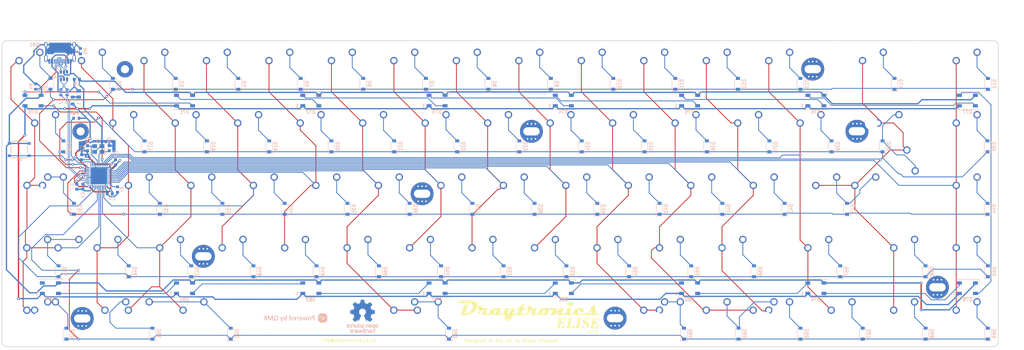
<source format=kicad_pcb>
(kicad_pcb (version 20171130) (host pcbnew "(5.1.9-0-10_14)")
  (layers (0 F.Cu signal) (31 B.Cu signal) (34 B.Paste user) (35 F.Paste user) (36 B.SilkS user) (37 F.SilkS user) (38 B.Mask user) (39 F.Mask user) (44 Edge.Cuts user))
  (net 0 "")
  (net 1 "Net-(D1-Pad2)")
  (net 2 "Net-(D2-Pad2)")
  (net 3 "Net-(D3-Pad2)")
  (net 4 "Net-(D4-Pad2)")
  (net 5 "Net-(D5-Pad2)")
  (net 6 "Net-(D6-Pad2)")
  (net 7 "Net-(D7-Pad2)")
  (net 8 "Net-(D8-Pad2)")
  (net 9 "Net-(D9-Pad2)")
  (net 10 "Net-(D10-Pad2)")
  (net 11 "Net-(D11-Pad2)")
  (net 12 "Net-(D12-Pad2)")
  (net 13 "Net-(D13-Pad2)")
  (net 14 "Net-(D14-Pad2)")
  (net 15 "Net-(D15-Pad2)")
  (net 16 "Net-(D16-Pad2)")
  (net 17 "Net-(D17-Pad2)")
  (net 18 "Net-(D18-Pad2)")
  (net 19 "Net-(D19-Pad2)")
  (net 20 "Net-(D20-Pad2)")
  (net 21 "Net-(D21-Pad2)")
  (net 22 "Net-(D22-Pad2)")
  (net 23 "Net-(D23-Pad2)")
  (net 24 "Net-(D24-Pad2)")
  (net 25 "Net-(D25-Pad2)")
  (net 26 "Net-(D26-Pad2)")
  (net 27 "Net-(D27-Pad2)")
  (net 28 "Net-(D28-Pad2)")
  (net 29 "Net-(D29-Pad2)")
  (net 30 "Net-(D30-Pad2)")
  (net 31 "Net-(D31-Pad2)")
  (net 32 "Net-(D32-Pad2)")
  (net 33 "Net-(D33-Pad2)")
  (net 34 "Net-(D34-Pad2)")
  (net 35 "Net-(D35-Pad2)")
  (net 36 "Net-(D36-Pad2)")
  (net 37 "Net-(D37-Pad2)")
  (net 38 "Net-(D38-Pad2)")
  (net 39 "Net-(D39-Pad2)")
  (net 40 "Net-(D40-Pad2)")
  (net 41 "Net-(D41-Pad2)")
  (net 42 "Net-(D42-Pad2)")
  (net 43 "Net-(D43-Pad2)")
  (net 44 "Net-(D44-Pad2)")
  (net 45 "Net-(D45-Pad2)")
  (net 46 "Net-(D46-Pad2)")
  (net 47 "Net-(D47-Pad2)")
  (net 48 "Net-(D48-Pad2)")
  (net 49 "Net-(D49-Pad2)")
  (net 50 "Net-(D50-Pad2)")
  (net 51 "Net-(D51-Pad2)")
  (net 52 "Net-(D52-Pad2)")
  (net 53 "Net-(D53-Pad2)")
  (net 54 "Net-(D54-Pad2)")
  (net 55 "Net-(D55-Pad2)")
  (net 56 "Net-(D56-Pad2)")
  (net 57 "Net-(D57-Pad2)")
  (net 58 "Net-(D58-Pad2)")
  (net 59 "Net-(D59-Pad2)")
  (net 60 "Net-(D60-Pad2)")
  (net 61 "Net-(D61-Pad2)")
  (net 62 "Net-(D62-Pad2)")
  (net 63 "Net-(D63-Pad2)")
  (net 64 "Net-(D64-Pad2)")
  (net 65 "Net-(D65-Pad2)")
  (net 66 "Net-(D66-Pad2)")
  (net 67 "Net-(D67-Pad2)")
  (net 68 "Net-(D68-Pad2)")
  (net 69 "Net-(D69-Pad2)")
  (net 70 "Net-(U1-Pad42)")
  (net 71 "Net-(U1-Pad18)")
  (net 72 "Net-(U1-Pad12)")
  (net 73 "Net-(U1-Pad8)")
  (net 74 "Net-(U1-Pad1)")
  (net 75 GND)
  (net 76 +5V)
  (net 77 XTAL2)
  (net 78 XTAL1)
  (net 79 "Net-(C7-Pad1)")
  (net 80 VCC)
  (net 81 ROW0)
  (net 82 ROW1)
  (net 83 ROW2)
  (net 84 ROW3)
  (net 85 ROW4)
  (net 86 "Net-(D70-Pad2)")
  (net 87 RGBLED)
  (net 88 "Net-(D71-Pad2)")
  (net 89 "Net-(D72-Pad2)")
  (net 90 "Net-(D73-Pad2)")
  (net 91 "Net-(D74-Pad2)")
  (net 92 "Net-(D75-Pad2)")
  (net 93 "Net-(D76-Pad2)")
  (net 94 "Net-(F1-Pad2)")
  (net 95 DBus+)
  (net 96 DBus-)
  (net 97 COL0)
  (net 98 COL1)
  (net 99 COL2)
  (net 100 COL3)
  (net 101 COL4)
  (net 102 COL5)
  (net 103 COL6)
  (net 104 COL7)
  (net 105 COL8)
  (net 106 COL9)
  (net 107 COL10)
  (net 108 COL11)
  (net 109 COL12)
  (net 110 COL13)
  (net 111 COL14)
  (net 112 "Net-(R1-Pad2)")
  (net 113 D-)
  (net 114 D+)
  (net 115 RESET)
  (net 116 /ESD_D-)
  (net 117 /ESD_D+)
  (net 118 "Net-(R4-Pad2)")
  (net 119 "Net-(R5-Pad2)")
  (net 120 "Net-(USB1-Pad3)")
  (net 121 "Net-(USB1-Pad9)")
  (net 122 "Net-(D77-Pad2)")
  (net 123 "Net-(D78-Pad2)")
  (net 124 "Net-(D79-Pad2)")
  (net 125 "Net-(D80-Pad2)")
  (net 126 "Net-(D81-Pad2)")
  (net 127 "Net-(D82-Pad2)")
  (net 128 "Net-(D83-Pad2)")
  (net 129 "Net-(D84-Pad2)")
  (net 130 "Net-(D85-Pad2)")
  (module MX_Only:MXOnly-2U-NoLED (layer F.Cu) (at 291.0332 34.8488)
    (fp_text reference MX14)
    (fp_text value 2U)
    (pad 2 thru_hole circle (at 2.54 -5.08) (size 2.25 2.25) (drill 1.47) (layers *.Cu B.Mask) (net 14 "Net-(D14-Pad2)"))
    (pad "" np_thru_hole circle (at 0 0) (size 3.9878 3.9878) (drill 3.9878) (layers *.Cu *.Mask))
    (pad 1 thru_hole circle (at -3.81 -2.54) (size 2.25 2.25) (drill 1.47) (layers *.Cu B.Mask) (net 110 COL13))
    (pad "" np_thru_hole circle (at -5.08 0 48.0996) (size 1.75 1.75) (drill 1.75) (layers *.Cu *.Mask))
    (pad "" np_thru_hole circle (at 5.08 0 48.0996) (size 1.75 1.75) (drill 1.75) (layers *.Cu *.Mask))
    (pad "" np_thru_hole circle (at -11.90625 -6.985) (size 3.048 3.048) (drill 3.048) (layers *.Cu *.Mask))
    (pad "" np_thru_hole circle (at 11.90625 -6.985) (size 3.048 3.048) (drill 3.048) (layers *.Cu *.Mask))
    (pad "" np_thru_hole circle (at -11.90625 8.255) (size 3.9878 3.9878) (drill 3.9878) (layers *.Cu *.Mask))
    (pad "" np_thru_hole circle (at 11.90625 8.255) (size 3.9878 3.9878) (drill 3.9878) (layers *.Cu *.Mask))
  )
  (module Resistor_SMD:R_0603_1608Metric (layer B.Cu) (at 47.5 49.9 180)
    (fp_text reference R6 (at 0.2 1.5) (layer B.SilkS) (effects (justify mirror)))
    (fp_text value 10k hide)
    (pad 2 smd roundrect (at 0.825 0 180) (size 0.8 0.95) (layers B.Cu B.Paste B.Mask) (net 115 RESET))
    (pad 1 smd roundrect (at -0.825 0 180) (size 0.8 0.95) (layers B.Cu B.Paste B.Mask) (net 76 +5V))
  )
  (module LED_SMD:LED_WS2812B_PLCC4_5.0x5.0mm_P3.2mm (layer B.Cu) (at 39.6 101.8)
    (fp_text reference D85 (at 0 3.5) (layer B.SilkS) (effects (justify mirror)))
    (fp_text value WS2812B)
    (fp_text user 1 (at -4.15 1.6) (layer B.SilkS) (effects (justify mirror)))
    (pad 1 smd rect (at -2.45 1.6) (size 1.5 1) (layers B.Cu B.Paste B.Mask) (net 76 +5V))
    (pad 2 smd rect (at -2.45 -1.6) (size 1.5 1) (layers B.Cu B.Paste B.Mask) (net 130 "Net-(D85-Pad2)"))
    (pad 4 smd rect (at 2.45 1.6) (size 1.5 1) (layers B.Cu B.Paste B.Mask) (net 129 "Net-(D84-Pad2)"))
    (pad 3 smd rect (at 2.45 -1.6) (size 1.5 1) (layers B.Cu B.Paste B.Mask) (net 75 GND))
  )
  (module LED_SMD:LED_WS2812B_PLCC4_5.0x5.0mm_P3.2mm (layer B.Cu) (at 80.5 101.8)
    (fp_text reference D84 (at 0 3.5) (layer B.SilkS) (effects (justify mirror)))
    (fp_text value WS2812B)
    (fp_text user 1 (at -4.15 1.6) (layer B.SilkS) (effects (justify mirror)))
    (pad 1 smd rect (at -2.45 1.6) (size 1.5 1) (layers B.Cu B.Paste B.Mask) (net 76 +5V))
    (pad 2 smd rect (at -2.45 -1.6) (size 1.5 1) (layers B.Cu B.Paste B.Mask) (net 129 "Net-(D84-Pad2)"))
    (pad 4 smd rect (at 2.45 1.6) (size 1.5 1) (layers B.Cu B.Paste B.Mask) (net 128 "Net-(D83-Pad2)"))
    (pad 3 smd rect (at 2.45 -1.6) (size 1.5 1) (layers B.Cu B.Paste B.Mask) (net 75 GND))
  )
  (module LED_SMD:LED_WS2812B_PLCC4_5.0x5.0mm_P3.2mm (layer B.Cu) (at 119 101.8)
    (fp_text reference D83 (at 0 3.5) (layer B.SilkS) (effects (justify mirror)))
    (fp_text value WS2812B)
    (fp_text user 1 (at -4.15 1.6) (layer B.SilkS) (effects (justify mirror)))
    (pad 3 smd rect (at 2.45 -1.6) (size 1.5 1) (layers B.Cu B.Paste B.Mask) (net 75 GND))
    (pad 4 smd rect (at 2.45 1.6) (size 1.5 1) (layers B.Cu B.Paste B.Mask) (net 127 "Net-(D82-Pad2)"))
    (pad 2 smd rect (at -2.45 -1.6) (size 1.5 1) (layers B.Cu B.Paste B.Mask) (net 128 "Net-(D83-Pad2)"))
    (pad 1 smd rect (at -2.45 1.6) (size 1.5 1) (layers B.Cu B.Paste B.Mask) (net 76 +5V))
  )
  (module LED_SMD:LED_WS2812B_PLCC4_5.0x5.0mm_P3.2mm (layer B.Cu) (at 157.5 101.8)
    (fp_text reference D82 (at 0 3.5) (layer B.SilkS) (effects (justify mirror)))
    (fp_text value WS2812B hide)
    (fp_text user 1 (at -4.15 1.6) (layer B.SilkS) (effects (justify mirror)))
    (pad 3 smd rect (at 2.45 -1.6) (size 1.5 1) (layers B.Cu B.Paste B.Mask) (net 75 GND))
    (pad 4 smd rect (at 2.45 1.6) (size 1.5 1) (layers B.Cu B.Paste B.Mask) (net 126 "Net-(D81-Pad2)"))
    (pad 2 smd rect (at -2.45 -1.6) (size 1.5 1) (layers B.Cu B.Paste B.Mask) (net 127 "Net-(D82-Pad2)"))
    (pad 1 smd rect (at -2.45 1.6) (size 1.5 1) (layers B.Cu B.Paste B.Mask) (net 76 +5V))
  )
  (module LED_SMD:LED_WS2812B_PLCC4_5.0x5.0mm_P3.2mm (layer B.Cu) (at 196 101.8)
    (fp_text reference D81 (at 0 3.5) (layer B.SilkS) (effects (justify mirror)))
    (fp_text value WS2812B)
    (fp_text user 1 (at -4.15 1.6) (layer B.SilkS) (effects (justify mirror)))
    (pad 1 smd rect (at -2.45 1.6) (size 1.5 1) (layers B.Cu B.Paste B.Mask) (net 76 +5V))
    (pad 2 smd rect (at -2.45 -1.6) (size 1.5 1) (layers B.Cu B.Paste B.Mask) (net 126 "Net-(D81-Pad2)"))
    (pad 4 smd rect (at 2.45 1.6) (size 1.5 1) (layers B.Cu B.Paste B.Mask) (net 125 "Net-(D80-Pad2)"))
    (pad 3 smd rect (at 2.45 -1.6) (size 1.5 1) (layers B.Cu B.Paste B.Mask) (net 75 GND))
  )
  (module LED_SMD:LED_WS2812B_PLCC4_5.0x5.0mm_P3.2mm (layer B.Cu) (at 234.5 101.8)
    (fp_text reference D80 (at 0 3.5) (layer B.SilkS) (effects (justify mirror)))
    (fp_text value WS2812B)
    (fp_text user 1 (at -4.15 1.6) (layer B.SilkS) (effects (justify mirror)))
    (pad 1 smd rect (at -2.45 1.6) (size 1.5 1) (layers B.Cu B.Paste B.Mask) (net 76 +5V))
    (pad 2 smd rect (at -2.45 -1.6) (size 1.5 1) (layers B.Cu B.Paste B.Mask) (net 125 "Net-(D80-Pad2)"))
    (pad 4 smd rect (at 2.45 1.6) (size 1.5 1) (layers B.Cu B.Paste B.Mask) (net 124 "Net-(D79-Pad2)"))
    (pad 3 smd rect (at 2.45 -1.6) (size 1.5 1) (layers B.Cu B.Paste B.Mask) (net 75 GND))
  )
  (module LED_SMD:LED_WS2812B_PLCC4_5.0x5.0mm_P3.2mm (layer B.Cu) (at 273 101.8)
    (fp_text reference D79 (at 0 3.5) (layer B.SilkS) (effects (justify mirror)))
    (fp_text value WS2812B)
    (fp_text user 1 (at -4.15 1.6) (layer B.SilkS) (effects (justify mirror)))
    (pad 1 smd rect (at -2.45 1.6) (size 1.5 1) (layers B.Cu B.Paste B.Mask) (net 76 +5V))
    (pad 2 smd rect (at -2.45 -1.6) (size 1.5 1) (layers B.Cu B.Paste B.Mask) (net 124 "Net-(D79-Pad2)"))
    (pad 4 smd rect (at 2.45 1.6) (size 1.5 1) (layers B.Cu B.Paste B.Mask) (net 123 "Net-(D78-Pad2)"))
    (pad 3 smd rect (at 2.45 -1.6) (size 1.5 1) (layers B.Cu B.Paste B.Mask) (net 75 GND))
  )
  (module LED_SMD:LED_WS2812B_PLCC4_5.0x5.0mm_P3.2mm (layer B.Cu) (at 319.2 101.8)
    (fp_text reference D78 (at 0 3.5) (layer B.SilkS) (effects (justify mirror)))
    (fp_text value WS2812B)
    (fp_text user 1 (at -4.15 1.6) (layer B.SilkS) (effects (justify mirror)))
    (pad 1 smd rect (at -2.45 1.6) (size 1.5 1) (layers B.Cu B.Paste B.Mask) (net 76 +5V))
    (pad 2 smd rect (at -2.45 -1.6) (size 1.5 1) (layers B.Cu B.Paste B.Mask) (net 123 "Net-(D78-Pad2)"))
    (pad 4 smd rect (at 2.45 1.6) (size 1.5 1) (layers B.Cu B.Paste B.Mask) (net 122 "Net-(D77-Pad2)"))
    (pad 3 smd rect (at 2.45 -1.6) (size 1.5 1) (layers B.Cu B.Paste B.Mask) (net 75 GND))
  )
  (module LED_SMD:LED_WS2812B_PLCC4_5.0x5.0mm_P3.2mm (layer B.Cu) (at 319.2 44.5)
    (fp_text reference D77 (at 0 3.5) (layer B.SilkS) (effects (justify mirror)))
    (fp_text value WS2812B hide)
    (fp_text user 1 (at -4.15 1.6) (layer B.SilkS) (effects (justify mirror)))
    (pad 1 smd rect (at -2.45 1.6) (size 1.5 1) (layers B.Cu B.Paste B.Mask) (net 76 +5V))
    (pad 2 smd rect (at -2.45 -1.6) (size 1.5 1) (layers B.Cu B.Paste B.Mask) (net 122 "Net-(D77-Pad2)"))
    (pad 4 smd rect (at 2.45 1.6) (size 1.5 1) (layers B.Cu B.Paste B.Mask) (net 93 "Net-(D76-Pad2)"))
    (pad 3 smd rect (at 2.45 -1.6) (size 1.5 1) (layers B.Cu B.Paste B.Mask) (net 75 GND))
  )
  (module "Draytronics Footprints:QMK_Copper_Back" (layer F.Cu) (at 114.33302 110.87608)
    (fp_text reference G*** hide)
    (fp_text value LOGO hide)
  )
  (module "Draytronics Footprints:OSHQ_Copper_Back" (layer F.Cu) (at 134.75208 110.3884)
    (fp_text reference G*** hide)
    (fp_text value LOGO hide)
    (fp_poly (pts (xy 0.132345 -5.079957) (xy 0.235336 -5.079749) (xy 0.317718 -5.079263) (xy 0.381885 -5.078383) (xy 0.430232 -5.076995) (xy 0.465156 -5.074984) (xy 0.48905 -5.072235) (xy 0.50431 -5.068634) (xy 0.513332 -5.064066) (xy 0.51851 -5.058415) (xy 0.520284 -5.055378) (xy 0.525503 -5.037693) (xy 0.534698 -4.997907) (xy 0.547282 -4.938905) (xy 0.562666 -4.863572) (xy 0.580263 -4.774794) (xy 0.599486 -4.675457) (xy 0.619746 -4.568446) (xy 0.623091 -4.550553) (xy 0.643503 -4.442958) (xy 0.663114 -4.342923) (xy 0.681322 -4.253273) (xy 0.697526 -4.17683) (xy 0.711125 -4.116418) (xy 0.721518 -4.074862) (xy 0.728103 -4.054984) (xy 0.728819 -4.053946) (xy 0.745662 -4.043891) (xy 0.782431 -4.026223) (xy 0.835355 -4.002486) (xy 0.900669 -3.974224) (xy 0.974604 -3.942981) (xy 1.053393 -3.9103) (xy 1.133267 -3.877727) (xy 1.21046 -3.846804) (xy 1.281204 -3.819076) (xy 1.341731 -3.796087) (xy 1.388273 -3.779381) (xy 1.417063 -3.770502) (xy 1.422962 -3.769478) (xy 1.440997 -3.774969) (xy 1.474904 -3.792621) (xy 1.525516 -3.822962) (xy 1.593664 -3.866515) (xy 1.68018 -3.923808) (xy 1.785897 -3.995364) (xy 1.847302 -4.0374) (xy 1.953687 -4.110453) (xy 2.041124 -4.170397) (xy 2.111616 -4.218481) (xy 2.167167 -4.255955) (xy 2.209781 -4.284067) (xy 2.241461 -4.304066) (xy 2.264211 -4.317201) (xy 2.280036 -4.324721) (xy 2.290939 -4.327875) (xy 2.298924 -4.327913) (xy 2.305995 -4.326082) (xy 2.308941 -4.325131) (xy 2.325172 -4.31389) (xy 2.356101 -4.286921) (xy 2.399339 -4.246655) (xy 2.452501 -4.19552) (xy 2.513198 -4.135948) (xy 2.579043 -4.070368) (xy 2.64765 -4.001211) (xy 2.71663 -3.930906) (xy 2.783597 -3.861884) (xy 2.846162 -3.796575) (xy 2.90194 -3.737409) (xy 2.948541 -3.686816) (xy 2.98358 -3.647226) (xy 3.004669 -3.621069) (xy 3.0099 -3.611602) (xy 3.002912 -3.5956) (xy 2.983003 -3.561203) (xy 2.951755 -3.51087) (xy 2.91075 -3.447059) (xy 2.861571 -3.372227) (xy 2.805799 -3.288832) (xy 2.745017 -3.199333) (xy 2.73685 -3.187406) (xy 2.654873 -3.066922) (xy 2.58729 -2.965654) (xy 2.534246 -2.883837) (xy 2.495891 -2.821702) (xy 2.47237 -2.779481) (xy 2.463832 -2.757408) (xy 2.4638 -2.756666) (xy 2.46881 -2.734177) (xy 2.48279 -2.692854) (xy 2.504162 -2.636337) (xy 2.531348 -2.568271) (xy 2.562771 -2.492297) (xy 2.596854 -2.412057) (xy 2.632018 -2.331194) (xy 2.666687 -2.253351) (xy 2.699282 -2.18217) (xy 2.728226 -2.121294) (xy 2.751942 -2.074364) (xy 2.768852 -2.045023) (xy 2.775436 -2.037117) (xy 2.793601 -2.030889) (xy 2.833764 -2.020828) (xy 2.892918 -2.007568) (xy 2.968056 -1.991743) (xy 3.056173 -1.973987) (xy 3.154261 -1.954935) (xy 3.251686 -1.936631) (xy 3.35646 -1.917076) (xy 3.454182 -1.898489) (xy 3.541825 -1.881472) (xy 3.616362 -1.866628) (xy 3.674764 -1.854559) (xy 3.714006 -1.845866) (xy 3.730625 -1.841352) (xy 3.7592 -1.829345) (xy 3.7592 -1.322432) (xy 3.759136 -1.195246) (xy 3.758879 -1.091114) (xy 3.758327 -1.007688) (xy 3.757378 -0.942622) (xy 3.755933 -0.893569) (xy 3.75389 -0.858182) (xy 3.751148 -0.834115) (xy 3.747606 -0.819021) (xy 3.743163 -0.810554) (xy 3.737718 -0.806366) (xy 3.736975 -0.806032) (xy 3.71973 -0.801573) (xy 3.680459 -0.793068) (xy 3.622109 -0.781104) (xy 3.547628 -0.766269) (xy 3.459962 -0.74915) (xy 3.362059 -0.730333) (xy 3.258294 -0.710674) (xy 3.131155 -0.686498) (xy 3.027187 -0.666118) (xy 2.944515 -0.649105) (xy 2.881264 -0.635034) (xy 2.835559 -0.623477) (xy 2.805524 -0.614007) (xy 2.789284 -0.606197) (xy 2.785996 -0.603137) (xy 2.777406 -0.586194) (xy 2.760781 -0.54876) (xy 2.737431 -0.493958) (xy 2.708666 -0.424916) (xy 2.675798 -0.344758) (xy 2.640137 -0.25661) (xy 2.628267 -0.22702) (xy 2.58156 -0.108908) (xy 2.544947 -0.013072) (xy 2.518115 0.061382) (xy 2.500751 0.115349) (xy 2.492541 0.149723) (xy 2.49199 0.16214) (xy 2.500337 0.180438) (xy 2.521554 0.216918) (xy 2.55395 0.268951) (xy 2.595833 0.333909) (xy 2.645511 0.409162) (xy 2.701292 0.492083) (xy 2.75375 0.568822) (xy 2.813134 0.655659) (xy 2.867648 0.736534) (xy 2.915655 0.808927) (xy 2.955515 0.870316) (xy 2.985589 0.918181) (xy 3.004238 0.95) (xy 3.009899 0.962825) (xy 3.00117 0.976396) (xy 2.976273 1.005724) (xy 2.93715 1.048753) (xy 2.885741 1.103426) (xy 2.823984 1.167687) (xy 2.753821 1.239479) (xy 2.677192 1.316747) (xy 2.656503 1.337424) (xy 2.564561 1.428879) (xy 2.488756 1.503594) (xy 2.427496 1.563017) (xy 2.379189 1.608596) (xy 2.342242 1.641779) (xy 2.315063 1.664015) (xy 2.296059 1.676751) (xy 2.283638 1.681435) (xy 2.278678 1.680981) (xy 2.262761 1.671873) (xy 2.228519 1.650044) (xy 2.178528 1.617209) (xy 2.115363 1.575083) (xy 2.041596 1.525381) (xy 1.959804 1.469819) (xy 1.887232 1.420184) (xy 1.800807 1.361364) (xy 1.720226 1.30742) (xy 1.648055 1.260001) (xy 1.586861 1.220758) (xy 1.539212 1.19134) (xy 1.507675 1.173397) (xy 1.495492 1.1684) (xy 1.475943 1.174186) (xy 1.438798 1.190108) (xy 1.388691 1.214007) (xy 1.330253 1.243724) (xy 1.303709 1.257757) (xy 1.243301 1.289027) (xy 1.18935 1.315017) (xy 1.146433 1.333667) (xy 1.119125 1.342918) (xy 1.113253 1.343482) (xy 1.106366 1.337646) (xy 1.095549 1.320851) (xy 1.080224 1.291787) (xy 1.059814 1.249145) (xy 1.033742 1.191615) (xy 1.00143 1.117886) (xy 0.962302 1.026649) (xy 0.91578 0.916593) (xy 0.861288 0.786409) (xy 0.798248 0.634786) (xy 0.754478 0.529102) (xy 0.698228 0.392776) (xy 0.644937 0.262945) (xy 0.595394 0.141573) (xy 0.550387 0.030627) (xy 0.510705 -0.067932) (xy 0.477137 -0.152137) (xy 0.450471 -0.220024) (xy 0.431497 -0.269629) (xy 0.421002 -0.298988) (xy 0.4191 -0.306203) (xy 0.430187 -0.329414) (xy 0.460453 -0.356892) (xy 0.473075 -0.365535) (xy 0.509207 -0.389779) (xy 0.556752 -0.422972) (xy 0.606776 -0.458853) (xy 0.618371 -0.467326) (xy 0.741767 -0.572963) (xy 0.845477 -0.693063) (xy 0.928827 -0.825242) (xy 0.991141 -0.967117) (xy 1.031745 -1.116307) (xy 1.049963 -1.270427) (xy 1.045121 -1.427097) (xy 1.016544 -1.583932) (xy 0.972416 -1.71726) (xy 0.932667 -1.804356) (xy 0.885961 -1.882823) (xy 0.827619 -1.959413) (xy 0.752962 -2.040874) (xy 0.7366 -2.057406) (xy 0.624054 -2.157468) (xy 0.506831 -2.235598) (xy 0.379157 -2.295243) (xy 0.28575 -2.326332) (xy 0.194953 -2.345236) (xy 0.08896 -2.355685) (xy -0.023476 -2.35768) (xy -0.1336 -2.35122) (xy -0.232658 -2.336305) (xy -0.27305 -2.326332) (xy -0.422669 -2.270553) (xy -0.560837 -2.193808) (xy -0.685495 -2.098299) (xy -0.794583 -1.986226) (xy -0.886038 -1.859792) (xy -0.957802 -1.721198) (xy -1.007813 -1.572646) (xy -1.017308 -1.531167) (xy -1.03768 -1.371586) (xy -1.03364 -1.213287) (xy -1.00615 -1.058754) (xy -0.956171 -0.910468) (xy -0.884662 -0.770913) (xy -0.792585 -0.642571) (xy -0.6809 -0.527925) (xy -0.605672 -0.467326) (xy -0.556401 -0.431739) (xy -0.507424 -0.397311) (xy -0.467676 -0.3703) (xy -0.460375 -0.365535) (xy -0.425059 -0.337737) (xy -0.407524 -0.312668) (xy -0.4064 -0.306203) (xy -0.411152 -0.290598) (xy -0.424879 -0.253511) (xy -0.446795 -0.196904) (xy -0.476109 -0.122743) (xy -0.512034 -0.032992) (xy -0.553781 0.070384) (xy -0.60056 0.185422) (xy -0.651584 0.310156) (xy -0.706062 0.442622) (xy -0.741779 0.529102) (xy -0.810426 0.694718) (xy -0.870166 0.838081) (xy -0.921577 0.9605) (xy -0.965235 1.063287) (xy -1.001718 1.14775) (xy -1.031603 1.215201) (xy -1.055467 1.266948) (xy -1.073886 1.304302) (xy -1.087439 1.328573) (xy -1.096702 1.34107) (xy -1.100554 1.343482) (xy -1.119585 1.338996) (xy -1.156229 1.324209) (xy -1.205911 1.30118) (xy -1.264055 1.271969) (xy -1.29101 1.257757) (xy -1.351607 1.226202) (xy -1.405865 1.199536) (xy -1.449152 1.179919) (xy -1.476838 1.169508) (xy -1.482793 1.1684) (xy -1.498748 1.175383) (xy -1.532979 1.195232) (xy -1.582919 1.226299) (xy -1.646002 1.266932) (xy -1.71966 1.315482) (xy -1.801327 1.370299) (xy -1.874533 1.420184) (xy -1.961054 1.479325) (xy -2.041699 1.534037) (xy -2.113892 1.582606) (xy -2.175061 1.623316) (xy -2.222629 1.654453) (xy -2.254022 1.6743) (xy -2.265979 1.680981) (xy -2.275212 1.680437) (xy -2.290071 1.672711) (xy -2.312148 1.656355) (xy -2.343037 1.629921) (xy -2.38433 1.591961) (xy -2.437618 1.541027) (xy -2.504496 1.475671) (xy -2.586554 1.394445) (xy -2.643804 1.337424) (xy -2.721794 1.259073) (xy -2.79382 1.185663) (xy -2.857943 1.119252) (xy -2.912222 1.061895) (xy -2.954717 1.015649) (xy -2.983489 0.982571) (xy -2.996597 0.964716) (xy -2.9972 0.962825) (xy -2.990206 0.94756) (xy -2.970315 0.913987) (xy -2.939167 0.864625) (xy -2.8984 0.801997) (xy -2.849654 0.728623) (xy -2.794567 0.647023) (xy -2.741051 0.568822) (xy -2.681319 0.481351) (xy -2.626211 0.399248) (xy -2.577417 0.325142) (xy -2.536632 0.261661) (xy -2.505545 0.211435) (xy -2.48585 0.177092) (xy -2.479291 0.16214) (xy -2.48161 0.140252) (xy -2.492876 0.099363) (xy -2.513402 0.038579) (xy -2.543501 -0.042995) (xy -2.583487 -0.146252) (xy -2.615568 -0.22702) (xy -2.65185 -0.317076) (xy -2.685761 -0.40015) (xy -2.715991 -0.473115) (xy -2.741229 -0.532847) (xy -2.760165 -0.576219) (xy -2.771486 -0.600106) (xy -2.773297 -0.603137) (xy -2.783987 -0.610343) (xy -2.807636 -0.61902) (xy -2.846119 -0.629593) (xy -2.90131 -0.64249) (xy -2.975086 -0.658137) (xy -3.069321 -0.676962) (xy -3.185891 -0.699392) (xy -3.245595 -0.710674) (xy -3.35071 -0.73059) (xy -3.448497 -0.749389) (xy -3.536007 -0.766482) (xy -3.610295 -0.781283) (xy -3.668411 -0.793205) (xy -3.70741 -0.80166) (xy -3.724275 -0.806032) (xy -3.729851 -0.809856) (xy -3.734411 -0.817671) (xy -3.738059 -0.831824) (xy -3.740894 -0.854662) (xy -3.743017 -0.888531) (xy -3.744531 -0.935779) (xy -3.745534 -0.998751) (xy -3.74613 -1.079795) (xy -3.746418 -1.181256) (xy -3.7465 -1.305483) (xy -3.7465 -1.829345) (xy -3.717925 -1.841352) (xy -3.699127 -1.84638) (xy -3.658364 -1.855343) (xy -3.598664 -1.867639) (xy -3.523054 -1.882664) (xy -3.434562 -1.899818) (xy -3.336214 -1.918497) (xy -3.238987 -1.936631) (xy -3.134328 -1.956318) (xy -3.036849 -1.975299) (xy -2.949555 -1.992938) (xy -2.875453 -2.008602) (xy -2.817549 -2.021656) (xy -2.77885 -2.031466) (xy -2.762737 -2.037117) (xy -2.751084 -2.053103) (xy -2.731602 -2.08904) (xy -2.705869 -2.141287) (xy -2.675462 -2.2062) (xy -2.641958 -2.280138) (xy -2.606936 -2.359457) (xy -2.571972 -2.440516) (xy -2.538644 -2.519672) (xy -2.508531 -2.593282) (xy -2.483208 -2.657704) (xy -2.464254 -2.709296) (xy -2.453247 -2.744415) (xy -2.4511 -2.756666) (xy -2.458646 -2.777403) (xy -2.481183 -2.818303) (xy -2.518565 -2.879132) (xy -2.570645 -2.959659) (xy -2.637274 -3.059651) (xy -2.718306 -3.178876) (xy -2.72415 -3.187406) (xy -2.785466 -3.277517) (xy -2.841977 -3.361842) (xy -2.892101 -3.437923) (xy -2.934255 -3.503302) (xy -2.966857 -3.555522) (xy -2.988326 -3.592124) (xy -2.997079 -3.610651) (xy -2.9972 -3.611602) (xy -2.988509 -3.625731) (xy -2.964024 -3.655169) (xy -2.926135 -3.697485) (xy -2.877228 -3.75025) (xy -2.81969 -3.811033) (xy -2.75591 -3.877404) (xy -2.688273 -3.946933) (xy -2.619168 -4.01719) (xy -2.550981 -4.085744) (xy -2.486101 -4.150166) (xy -2.426914 -4.208026) (xy -2.375808 -4.256893) (xy -2.335169 -4.294338) (xy -2.307386 -4.31793) (xy -2.296242 -4.325131) (xy -2.288801 -4.327328) (xy -2.281084 -4.328027) (xy -2.271085 -4.32598) (xy -2.256801 -4.319937) (xy -2.236228 -4.308651) (xy -2.20736 -4.290872) (xy -2.168195 -4.265351) (xy -2.116728 -4.230841) (xy -2.050954 -4.186092) (xy -1.968869 -4.129855) (xy -1.868469 -4.060882) (xy -1.833213 -4.036651) (xy -1.717516 -3.95765) (xy -1.621447 -3.893203) (xy -1.544188 -3.842794) (xy -1.484921 -3.805905) (xy -1.442829 -3.78202) (xy -1.417095 -3.770623) (xy -1.410273 -3.769438) (xy -1.390027 -3.774555) (xy -1.350431 -3.788152) (xy -1.29526 -3.808686) (xy -1.228287 -3.834609) (xy -1.153287 -3.864376) (xy -1.074032 -3.896443) (xy -0.994296 -3.929263) (xy -0.917853 -3.96129) (xy -0.848478 -3.990981) (xy -0.789943 -4.016788) (xy -0.746022 -4.037167) (xy -0.720489 -4.050572) (xy -0.716232 -4.053673) (xy -0.710281 -4.069538) (xy -0.700435 -4.107575) (xy -0.687298 -4.164956) (xy -0.671471 -4.238855) (xy -0.653558 -4.326446) (xy -0.634162 -4.4249) (xy -0.613884 -4.531391) (xy -0.610346 -4.55034) (xy -0.590025 -4.658316) (xy -0.570637 -4.759095) (xy -0.552769 -4.849787) (xy -0.537009 -4.927505) (xy -0.523943 -4.989361) (xy -0.51416 -5.032466) (xy -0.508246 -5.053932) (xy -0.507698 -5.055165) (xy -0.503509 -5.061412) (xy -0.496685 -5.066513) (xy -0.484829 -5.070585) (xy -0.465545 -5.073744) (xy -0.436437 -5.076105) (xy -0.395108 -5.077783) (xy -0.339163 -5.078896) (xy -0.266204 -5.079557) (xy -0.173837 -5.079884) (xy -0.059664 -5.079992) (xy 0.006349 -5.08) (xy 0.132345 -5.079957)) (layer B.Cu) (width 0.01))
  )
  (module "Draytronics Footprints:Logo_Elise" (layer F.Cu) (at 185.8264 110.03788)
    (fp_text reference G*** hide)
    (fp_text value LOGO hide)
  )
  (module MX_Only:MXOnly-1U-NoLED (layer F.Cu) (at 319.58788 111.05388)
    (fp_text reference MX73)
    (fp_text value MX-NoLED)
    (pad 2 thru_hole circle (at 2.54 -5.08) (size 2.25 2.25) (drill 1.47) (layers *.Cu B.Mask) (net 69 "Net-(D69-Pad2)"))
    (pad "" np_thru_hole circle (at 0 0) (size 3.9878 3.9878) (drill 3.9878) (layers *.Cu *.Mask))
    (pad 1 thru_hole circle (at -3.81 -2.54) (size 2.25 2.25) (drill 1.47) (layers *.Cu B.Mask) (net 111 COL14))
    (pad "" np_thru_hole circle (at -5.08 0 48.0996) (size 1.75 1.75) (drill 1.75) (layers *.Cu *.Mask))
    (pad "" np_thru_hole circle (at 5.08 0 48.0996) (size 1.75 1.75) (drill 1.75) (layers *.Cu *.Mask))
  )
  (module MX_Only:MXOnly-1U-NoLED (layer F.Cu) (at 33.85312 34.86404)
    (fp_text reference MX1)
    (fp_text value MX-NoLED)
    (pad "" np_thru_hole circle (at 5.08 0 48.0996) (size 1.75 1.75) (drill 1.75) (layers *.Cu *.Mask))
    (pad "" np_thru_hole circle (at -5.08 0 48.0996) (size 1.75 1.75) (drill 1.75) (layers *.Cu *.Mask))
    (pad 1 thru_hole circle (at -3.81 -2.54) (size 2.25 2.25) (drill 1.47) (layers *.Cu B.Mask) (net 97 COL0))
    (pad "" np_thru_hole circle (at 0 0) (size 3.9878 3.9878) (drill 3.9878) (layers *.Cu *.Mask))
    (pad 2 thru_hole circle (at 2.54 -5.08) (size 2.25 2.25) (drill 1.47) (layers *.Cu B.Mask) (net 1 "Net-(D1-Pad2)"))
  )
  (module MX_Only:MXOnly-1.25U-NoLED (layer F.Cu) (at 36.2458 111.0488)
    (fp_text reference MX64)
    (fp_text value 1.25U)
    (pad 2 thru_hole circle (at 2.54 -5.08) (size 2.25 2.25) (drill 1.47) (layers *.Cu B.Mask) (net 60 "Net-(D60-Pad2)"))
    (pad "" np_thru_hole circle (at 0 0) (size 3.9878 3.9878) (drill 3.9878) (layers *.Cu *.Mask))
    (pad 1 thru_hole circle (at -3.81 -2.54) (size 2.25 2.25) (drill 1.47) (layers *.Cu B.Mask) (net 97 COL0))
    (pad "" np_thru_hole circle (at -5.08 0 48.0996) (size 1.75 1.75) (drill 1.75) (layers *.Cu *.Mask))
    (pad "" np_thru_hole circle (at 5.08 0 48.0996) (size 1.75 1.75) (drill 1.75) (layers *.Cu *.Mask))
  )
  (module MX_Only:MXOnly-1.5U-NoLED (layer F.Cu) (at 38.608 111.0488)
    (fp_text reference MX74)
    (fp_text value 1.5U)
    (pad 2 thru_hole circle (at 2.54 -5.08) (size 2.25 2.25) (drill 1.47) (layers *.Cu B.Mask) (net 60 "Net-(D60-Pad2)"))
    (pad "" np_thru_hole circle (at 0 0) (size 3.9878 3.9878) (drill 3.9878) (layers *.Cu *.Mask))
    (pad 1 thru_hole circle (at -3.81 -2.54) (size 2.25 2.25) (drill 1.47) (layers *.Cu B.Mask) (net 97 COL0))
    (pad "" np_thru_hole circle (at -5.08 0 48.0996) (size 1.75 1.75) (drill 1.75) (layers *.Cu *.Mask))
    (pad "" np_thru_hole circle (at 5.08 0 48.0996) (size 1.75 1.75) (drill 1.75) (layers *.Cu *.Mask))
  )
  (module "Draytronics Footprints:Oblong Mounting Hole" (layer F.Cu) (at 86.57316 87.27976)
    (fp_text reference REF** hide)
    (fp_text value "Oblong Mounting Hole" hide)
    (pad 1 thru_hole circle (at -0.33 4.78) (size 7.00024 7.00024) (drill oval 5.00126 2.49936) (layers *.Cu *.Mask))
    (pad 1 thru_hole circle (at -0.33 2.48) (size 1 1) (drill 0.5) (layers *.Cu *.Mask))
    (pad 1 thru_hole circle (at 0.87 2.48) (size 1 1) (drill 0.5) (layers *.Cu *.Mask))
    (pad 1 thru_hole circle (at -1.53 2.48) (size 1 1) (drill 0.5) (layers *.Cu *.Mask))
    (pad 1 thru_hole circle (at -0.33 7.08) (size 1 1) (drill 0.5) (layers *.Cu *.Mask))
    (pad 1 thru_hole circle (at -1.53 7.08) (size 1 1) (drill 0.5) (layers *.Cu *.Mask))
    (pad 1 thru_hole circle (at 0.87 7.08) (size 1 1) (drill 0.5) (layers *.Cu *.Mask))
  )
  (module "Draytronics Footprints:Oblong Mounting Hole" (layer F.Cu) (at 212.10504 106.1672)
    (fp_text reference REF** hide)
    (fp_text value "Oblong Mounting Hole" hide)
    (pad 1 thru_hole circle (at 0.87 7.08) (size 1 1) (drill 0.5) (layers *.Cu *.Mask))
    (pad 1 thru_hole circle (at -1.53 7.08) (size 1 1) (drill 0.5) (layers *.Cu *.Mask))
    (pad 1 thru_hole circle (at -0.33 7.08) (size 1 1) (drill 0.5) (layers *.Cu *.Mask))
    (pad 1 thru_hole circle (at -1.53 2.48) (size 1 1) (drill 0.5) (layers *.Cu *.Mask))
    (pad 1 thru_hole circle (at 0.87 2.48) (size 1 1) (drill 0.5) (layers *.Cu *.Mask))
    (pad 1 thru_hole circle (at -0.33 2.48) (size 1 1) (drill 0.5) (layers *.Cu *.Mask))
    (pad 1 thru_hole circle (at -0.33 4.78) (size 7.00024 7.00024) (drill oval 5.00126 2.49936) (layers *.Cu *.Mask))
  )
  (module "Draytronics Footprints:Oblong Mounting Hole" (layer F.Cu) (at 310.39308 96.74352)
    (fp_text reference REF** hide)
    (fp_text value "Oblong Mounting Hole" hide)
    (pad 1 thru_hole circle (at -0.33 4.78) (size 7.00024 7.00024) (drill oval 5.00126 2.49936) (layers *.Cu *.Mask))
    (pad 1 thru_hole circle (at -0.33 2.48) (size 1 1) (drill 0.5) (layers *.Cu *.Mask))
    (pad 1 thru_hole circle (at 0.87 2.48) (size 1 1) (drill 0.5) (layers *.Cu *.Mask))
    (pad 1 thru_hole circle (at -1.53 2.48) (size 1 1) (drill 0.5) (layers *.Cu *.Mask))
    (pad 1 thru_hole circle (at -0.33 7.08) (size 1 1) (drill 0.5) (layers *.Cu *.Mask))
    (pad 1 thru_hole circle (at -1.53 7.08) (size 1 1) (drill 0.5) (layers *.Cu *.Mask))
    (pad 1 thru_hole circle (at 0.87 7.08) (size 1 1) (drill 0.5) (layers *.Cu *.Mask))
  )
  (module "Draytronics Footprints:Oblong Mounting Hole" (layer F.Cu) (at 285.84632 49.09848)
    (fp_text reference REF** hide)
    (fp_text value "Oblong Mounting Hole" hide)
    (pad 1 thru_hole circle (at 0.87 7.08) (size 1 1) (drill 0.5) (layers *.Cu *.Mask))
    (pad 1 thru_hole circle (at -1.53 7.08) (size 1 1) (drill 0.5) (layers *.Cu *.Mask))
    (pad 1 thru_hole circle (at -0.33 7.08) (size 1 1) (drill 0.5) (layers *.Cu *.Mask))
    (pad 1 thru_hole circle (at -1.53 2.48) (size 1 1) (drill 0.5) (layers *.Cu *.Mask))
    (pad 1 thru_hole circle (at 0.87 2.48) (size 1 1) (drill 0.5) (layers *.Cu *.Mask))
    (pad 1 thru_hole circle (at -0.33 2.48) (size 1 1) (drill 0.5) (layers *.Cu *.Mask))
    (pad 1 thru_hole circle (at -0.33 4.78) (size 7.00024 7.00024) (drill oval 5.00126 2.49936) (layers *.Cu *.Mask))
  )
  (module "Draytronics Footprints:Oblong Mounting Hole" (layer F.Cu) (at 272.36908 30.12468)
    (fp_text reference REF** hide)
    (fp_text value "Oblong Mounting Hole" hide)
    (pad 1 thru_hole circle (at -0.33 4.78) (size 7.00024 7.00024) (drill oval 5.00126 2.49936) (layers *.Cu *.Mask))
    (pad 1 thru_hole circle (at -0.33 2.48) (size 1 1) (drill 0.5) (layers *.Cu *.Mask))
    (pad 1 thru_hole circle (at 0.87 2.48) (size 1 1) (drill 0.5) (layers *.Cu *.Mask))
    (pad 1 thru_hole circle (at -1.53 2.48) (size 1 1) (drill 0.5) (layers *.Cu *.Mask))
    (pad 1 thru_hole circle (at -0.33 7.08) (size 1 1) (drill 0.5) (layers *.Cu *.Mask))
    (pad 1 thru_hole circle (at -1.53 7.08) (size 1 1) (drill 0.5) (layers *.Cu *.Mask))
    (pad 1 thru_hole circle (at 0.87 7.08) (size 1 1) (drill 0.5) (layers *.Cu *.Mask))
  )
  (module "Draytronics Footprints:Oblong Mounting Hole" (layer F.Cu) (at 186.60344 49.13404)
    (fp_text reference REF** hide)
    (fp_text value "Oblong Mounting Hole" hide)
    (pad 1 thru_hole circle (at 0.87 7.08) (size 1 1) (drill 0.5) (layers *.Cu *.Mask))
    (pad 1 thru_hole circle (at -1.53 7.08) (size 1 1) (drill 0.5) (layers *.Cu *.Mask))
    (pad 1 thru_hole circle (at -0.33 7.08) (size 1 1) (drill 0.5) (layers *.Cu *.Mask))
    (pad 1 thru_hole circle (at -1.53 2.48) (size 1 1) (drill 0.5) (layers *.Cu *.Mask))
    (pad 1 thru_hole circle (at 0.87 2.48) (size 1 1) (drill 0.5) (layers *.Cu *.Mask))
    (pad 1 thru_hole circle (at -0.33 2.48) (size 1 1) (drill 0.5) (layers *.Cu *.Mask))
    (pad 1 thru_hole circle (at -0.33 4.78) (size 7.00024 7.00024) (drill oval 5.00126 2.49936) (layers *.Cu *.Mask))
  )
  (module "Draytronics Footprints:Oblong Mounting Hole" (layer F.Cu) (at 153.27864 68.18404)
    (fp_text reference REF** hide)
    (fp_text value "Oblong Mounting Hole" hide)
    (pad 1 thru_hole circle (at -0.33 4.78) (size 7.00024 7.00024) (drill oval 5.00126 2.49936) (layers *.Cu *.Mask))
    (pad 1 thru_hole circle (at -0.33 2.48) (size 1 1) (drill 0.5) (layers *.Cu *.Mask))
    (pad 1 thru_hole circle (at 0.87 2.48) (size 1 1) (drill 0.5) (layers *.Cu *.Mask))
    (pad 1 thru_hole circle (at -1.53 2.48) (size 1 1) (drill 0.5) (layers *.Cu *.Mask))
    (pad 1 thru_hole circle (at -0.33 7.08) (size 1 1) (drill 0.5) (layers *.Cu *.Mask))
    (pad 1 thru_hole circle (at -1.53 7.08) (size 1 1) (drill 0.5) (layers *.Cu *.Mask))
    (pad 1 thru_hole circle (at 0.87 7.08) (size 1 1) (drill 0.5) (layers *.Cu *.Mask))
  )
  (module "Draytronics Footprints:Oblong Mounting Hole" (layer F.Cu) (at 49.64664 106.25864)
    (fp_text reference REF** hide)
    (fp_text value "Oblong Mounting Hole" hide)
    (pad 1 thru_hole circle (at 0.87 7.08) (size 1 1) (drill 0.5) (layers *.Cu *.Mask))
    (pad 1 thru_hole circle (at -1.53 7.08) (size 1 1) (drill 0.5) (layers *.Cu *.Mask))
    (pad 1 thru_hole circle (at -0.33 7.08) (size 1 1) (drill 0.5) (layers *.Cu *.Mask))
    (pad 1 thru_hole circle (at -1.53 2.48) (size 1 1) (drill 0.5) (layers *.Cu *.Mask))
    (pad 1 thru_hole circle (at 0.87 2.48) (size 1 1) (drill 0.5) (layers *.Cu *.Mask))
    (pad 1 thru_hole circle (at -0.33 2.48) (size 1 1) (drill 0.5) (layers *.Cu *.Mask))
    (pad 1 thru_hole circle (at -0.33 4.78) (size 7.00024 7.00024) (drill oval 5.00126 2.49936) (layers *.Cu *.Mask))
  )
  (module Package_DFN_QFN:QFN-44-1EP_7x7mm_P0.5mm_EP5.2x5.2mm (layer B.Cu) (at 54.4068 67.437)
    (fp_text reference U1 (at 0 4.82) (layer B.SilkS) (effects (justify mirror)))
    (fp_text value ATmega32U4-MU hide)
    (pad 45 smd rect (at 0 0) (size 5.2 5.2) (layers B.Cu B.Mask) (net 75 GND))
    (pad 44 smd roundrect (at -2.5 3.3375) (size 0.25 1.075) (layers B.Cu B.Paste B.Mask) (net 76 +5V))
    (pad 43 smd roundrect (at -2 3.3375) (size 0.25 1.075) (layers B.Cu B.Paste B.Mask) (net 75 GND))
    (pad 42 smd roundrect (at -1.5 3.3375) (size 0.25 1.075) (layers B.Cu B.Paste B.Mask) (net 70 "Net-(U1-Pad42)"))
    (pad 41 smd roundrect (at -1 3.3375) (size 0.25 1.075) (layers B.Cu B.Paste B.Mask) (net 84 ROW3))
    (pad 40 smd roundrect (at -0.5 3.3375) (size 0.25 1.075) (layers B.Cu B.Paste B.Mask) (net 85 ROW4))
    (pad 39 smd roundrect (at 0 3.3375) (size 0.25 1.075) (layers B.Cu B.Paste B.Mask) (net 97 COL0))
    (pad 38 smd roundrect (at 0.5 3.3375) (size 0.25 1.075) (layers B.Cu B.Paste B.Mask) (net 98 COL1))
    (pad 37 smd roundrect (at 1 3.3375) (size 0.25 1.075) (layers B.Cu B.Paste B.Mask) (net 99 COL2))
    (pad 36 smd roundrect (at 1.5 3.3375) (size 0.25 1.075) (layers B.Cu B.Paste B.Mask) (net 100 COL3))
    (pad 35 smd roundrect (at 2 3.3375) (size 0.25 1.075) (layers B.Cu B.Paste B.Mask) (net 75 GND))
    (pad 34 smd roundrect (at 2.5 3.3375) (size 0.25 1.075) (layers B.Cu B.Paste B.Mask) (net 76 +5V))
    (pad 33 smd roundrect (at 3.3375 2.5) (size 1.075 0.25) (layers B.Cu B.Paste B.Mask) (net 112 "Net-(R1-Pad2)"))
    (pad 32 smd roundrect (at 3.3375 2) (size 1.075 0.25) (layers B.Cu B.Paste B.Mask) (net 101 COL4))
    (pad 31 smd roundrect (at 3.3375 1.5) (size 1.075 0.25) (layers B.Cu B.Paste B.Mask) (net 102 COL5))
    (pad 30 smd roundrect (at 3.3375 1) (size 1.075 0.25) (layers B.Cu B.Paste B.Mask) (net 103 COL6))
    (pad 29 smd roundrect (at 3.3375 0.5) (size 1.075 0.25) (layers B.Cu B.Paste B.Mask) (net 104 COL7))
    (pad 28 smd roundrect (at 3.3375 0) (size 1.075 0.25) (layers B.Cu B.Paste B.Mask) (net 105 COL8))
    (pad 27 smd roundrect (at 3.3375 -0.5) (size 1.075 0.25) (layers B.Cu B.Paste B.Mask) (net 106 COL9))
    (pad 26 smd roundrect (at 3.3375 -1) (size 1.075 0.25) (layers B.Cu B.Paste B.Mask) (net 107 COL10))
    (pad 25 smd roundrect (at 3.3375 -1.5) (size 1.075 0.25) (layers B.Cu B.Paste B.Mask) (net 108 COL11))
    (pad 24 smd roundrect (at 3.3375 -2) (size 1.075 0.25) (layers B.Cu B.Paste B.Mask) (net 76 +5V))
    (pad 23 smd roundrect (at 3.3375 -2.5) (size 1.075 0.25) (layers B.Cu B.Paste B.Mask) (net 75 GND))
    (pad 22 smd roundrect (at 2.5 -3.3375) (size 0.25 1.075) (layers B.Cu B.Paste B.Mask) (net 111 COL14))
    (pad 21 smd roundrect (at 2 -3.3375) (size 0.25 1.075) (layers B.Cu B.Paste B.Mask) (net 110 COL13))
    (pad 20 smd roundrect (at 1.5 -3.3375) (size 0.25 1.075) (layers B.Cu B.Paste B.Mask) (net 109 COL12))
    (pad 19 smd roundrect (at 1 -3.3375) (size 0.25 1.075) (layers B.Cu B.Paste B.Mask) (net 87 RGBLED))
    (pad 18 smd roundrect (at 0.5 -3.3375) (size 0.25 1.075) (layers B.Cu B.Paste B.Mask) (net 71 "Net-(U1-Pad18)"))
    (pad 17 smd roundrect (at 0 -3.3375) (size 0.25 1.075) (layers B.Cu B.Paste B.Mask) (net 78 XTAL1))
    (pad 16 smd roundrect (at -0.5 -3.3375) (size 0.25 1.075) (layers B.Cu B.Paste B.Mask) (net 77 XTAL2))
    (pad 15 smd roundrect (at -1 -3.3375) (size 0.25 1.075) (layers B.Cu B.Paste B.Mask) (net 75 GND))
    (pad 14 smd roundrect (at -1.5 -3.3375) (size 0.25 1.075) (layers B.Cu B.Paste B.Mask) (net 76 +5V))
    (pad 13 smd roundrect (at -2 -3.3375) (size 0.25 1.075) (layers B.Cu B.Paste B.Mask) (net 115 RESET))
    (pad 12 smd roundrect (at -2.5 -3.3375) (size 0.25 1.075) (layers B.Cu B.Paste B.Mask) (net 72 "Net-(U1-Pad12)"))
    (pad 11 smd roundrect (at -3.3375 -2.5) (size 1.075 0.25) (layers B.Cu B.Paste B.Mask) (net 82 ROW1))
    (pad 10 smd roundrect (at -3.3375 -2) (size 1.075 0.25) (layers B.Cu B.Paste B.Mask) (net 81 ROW0))
    (pad 9 smd roundrect (at -3.3375 -1.5) (size 1.075 0.25) (layers B.Cu B.Paste B.Mask) (net 83 ROW2))
    (pad 8 smd roundrect (at -3.3375 -1) (size 1.075 0.25) (layers B.Cu B.Paste B.Mask) (net 73 "Net-(U1-Pad8)"))
    (pad 7 smd roundrect (at -3.3375 -0.5) (size 1.075 0.25) (layers B.Cu B.Paste B.Mask) (net 76 +5V))
    (pad 6 smd roundrect (at -3.3375 0) (size 1.075 0.25) (layers B.Cu B.Paste B.Mask) (net 79 "Net-(C7-Pad1)"))
    (pad 5 smd roundrect (at -3.3375 0.5) (size 1.075 0.25) (layers B.Cu B.Paste B.Mask) (net 75 GND))
    (pad 4 smd roundrect (at -3.3375 1) (size 1.075 0.25) (layers B.Cu B.Paste B.Mask) (net 114 D+))
    (pad 3 smd roundrect (at -3.3375 1.5) (size 1.075 0.25) (layers B.Cu B.Paste B.Mask) (net 113 D-))
    (pad 2 smd roundrect (at -3.3375 2) (size 1.075 0.25) (layers B.Cu B.Paste B.Mask) (net 76 +5V))
    (pad 1 smd roundrect (at -3.3375 2.5) (size 1.075 0.25) (layers B.Cu B.Paste B.Mask) (net 74 "Net-(U1-Pad1)"))
  )
  (module "Draytronics Footprints:TS-1187A-B-A-B" (layer B.Cu) (at 30.1 59.475 180)
    (fp_text reference SW1 (at 0.032 -3.163) (layer B.SilkS) (effects (font (size 0.5 0.5) (thickness 0.12)) (justify mirror)))
    (fp_text value SW_Push)
    (pad 2 smd rect (at -3 -1.875 180) (size 1 0.75) (layers B.Cu B.Paste B.Mask) (net 115 RESET))
    (pad 2 smd rect (at 3 -1.875 180) (size 1 0.75) (layers B.Cu B.Paste B.Mask) (net 115 RESET))
    (pad 1 smd rect (at 3 1.875 180) (size 1 0.75) (layers B.Cu B.Paste B.Mask) (net 75 GND))
    (pad 1 smd rect (at -3 1.875 180) (size 1 0.75) (layers B.Cu B.Paste B.Mask) (net 75 GND))
  )
  (module LED_SMD:LED_WS2812B_PLCC4_5.0x5.0mm_P3.2mm (layer B.Cu) (at 273 44.5)
    (fp_text reference D76 (at 0 3.5) (layer B.SilkS) (effects (justify mirror)))
    (fp_text value WS2812B hide)
    (fp_text user 1 (at -4.15 1.6) (layer B.SilkS) (effects (justify mirror)))
    (pad 1 smd rect (at -2.45 1.6) (size 1.5 1) (layers B.Cu B.Paste B.Mask) (net 76 +5V))
    (pad 2 smd rect (at -2.45 -1.6) (size 1.5 1) (layers B.Cu B.Paste B.Mask) (net 93 "Net-(D76-Pad2)"))
    (pad 4 smd rect (at 2.45 1.6) (size 1.5 1) (layers B.Cu B.Paste B.Mask) (net 92 "Net-(D75-Pad2)"))
    (pad 3 smd rect (at 2.45 -1.6) (size 1.5 1) (layers B.Cu B.Paste B.Mask) (net 75 GND))
  )
  (module LED_SMD:LED_WS2812B_PLCC4_5.0x5.0mm_P3.2mm (layer B.Cu) (at 234.5 44.5)
    (fp_text reference D75 (at 0 3.5) (layer B.SilkS) (effects (justify mirror)))
    (fp_text value WS2812B hide)
    (fp_text user 1 (at -4.15 1.6) (layer B.SilkS) (effects (justify mirror)))
    (pad 1 smd rect (at -2.45 1.6) (size 1.5 1) (layers B.Cu B.Paste B.Mask) (net 76 +5V))
    (pad 2 smd rect (at -2.45 -1.6) (size 1.5 1) (layers B.Cu B.Paste B.Mask) (net 92 "Net-(D75-Pad2)"))
    (pad 4 smd rect (at 2.45 1.6) (size 1.5 1) (layers B.Cu B.Paste B.Mask) (net 91 "Net-(D74-Pad2)"))
    (pad 3 smd rect (at 2.45 -1.6) (size 1.5 1) (layers B.Cu B.Paste B.Mask) (net 75 GND))
  )
  (module LED_SMD:LED_WS2812B_PLCC4_5.0x5.0mm_P3.2mm (layer B.Cu) (at 196 44.5)
    (fp_text reference D74 (at 0 3.5) (layer B.SilkS) (effects (justify mirror)))
    (fp_text value WS2812B hide)
    (fp_text user 1 (at -4.15 1.6) (layer B.SilkS) (effects (justify mirror)))
    (pad 1 smd rect (at -2.45 1.6) (size 1.5 1) (layers B.Cu B.Paste B.Mask) (net 76 +5V))
    (pad 2 smd rect (at -2.45 -1.6) (size 1.5 1) (layers B.Cu B.Paste B.Mask) (net 91 "Net-(D74-Pad2)"))
    (pad 4 smd rect (at 2.45 1.6) (size 1.5 1) (layers B.Cu B.Paste B.Mask) (net 90 "Net-(D73-Pad2)"))
    (pad 3 smd rect (at 2.45 -1.6) (size 1.5 1) (layers B.Cu B.Paste B.Mask) (net 75 GND))
  )
  (module LED_SMD:LED_WS2812B_PLCC4_5.0x5.0mm_P3.2mm (layer B.Cu) (at 157.5 44.5)
    (fp_text reference D73 (at 0 3.5) (layer B.SilkS) (effects (justify mirror)))
    (fp_text value WS2812B hide)
    (fp_text user 1 (at -4.15 1.6) (layer B.SilkS) (effects (justify mirror)))
    (pad 1 smd rect (at -2.45 1.6) (size 1.5 1) (layers B.Cu B.Paste B.Mask) (net 76 +5V))
    (pad 2 smd rect (at -2.45 -1.6) (size 1.5 1) (layers B.Cu B.Paste B.Mask) (net 90 "Net-(D73-Pad2)"))
    (pad 4 smd rect (at 2.45 1.6) (size 1.5 1) (layers B.Cu B.Paste B.Mask) (net 89 "Net-(D72-Pad2)"))
    (pad 3 smd rect (at 2.45 -1.6) (size 1.5 1) (layers B.Cu B.Paste B.Mask) (net 75 GND))
  )
  (module LED_SMD:LED_WS2812B_PLCC4_5.0x5.0mm_P3.2mm (layer B.Cu) (at 119 44.5)
    (fp_text reference D72 (at 0 3.5) (layer B.SilkS) (effects (justify mirror)))
    (fp_text value WS2812B hide)
    (fp_text user 1 (at -4.15 1.6) (layer B.SilkS) (effects (justify mirror)))
    (pad 1 smd rect (at -2.45 1.6) (size 1.5 1) (layers B.Cu B.Paste B.Mask) (net 76 +5V))
    (pad 2 smd rect (at -2.45 -1.6) (size 1.5 1) (layers B.Cu B.Paste B.Mask) (net 89 "Net-(D72-Pad2)"))
    (pad 4 smd rect (at 2.45 1.6) (size 1.5 1) (layers B.Cu B.Paste B.Mask) (net 88 "Net-(D71-Pad2)"))
    (pad 3 smd rect (at 2.45 -1.6) (size 1.5 1) (layers B.Cu B.Paste B.Mask) (net 75 GND))
  )
  (module LED_SMD:LED_WS2812B_PLCC4_5.0x5.0mm_P3.2mm (layer B.Cu) (at 80.5 44.5)
    (fp_text reference D71 (at 0 3.5) (layer B.SilkS) (effects (justify mirror)))
    (fp_text value WS2812B hide)
    (fp_text user 1 (at -4.15 1.6) (layer B.SilkS) (effects (justify mirror)))
    (pad 1 smd rect (at -2.45 1.6) (size 1.5 1) (layers B.Cu B.Paste B.Mask) (net 76 +5V))
    (pad 2 smd rect (at -2.45 -1.6) (size 1.5 1) (layers B.Cu B.Paste B.Mask) (net 88 "Net-(D71-Pad2)"))
    (pad 4 smd rect (at 2.45 1.6) (size 1.5 1) (layers B.Cu B.Paste B.Mask) (net 86 "Net-(D70-Pad2)"))
    (pad 3 smd rect (at 2.45 -1.6) (size 1.5 1) (layers B.Cu B.Paste B.Mask) (net 75 GND))
  )
  (module LED_SMD:LED_WS2812B_PLCC4_5.0x5.0mm_P3.2mm (layer B.Cu) (at 34.3 44.5)
    (fp_text reference D70 (at 0 3.5) (layer B.SilkS) (effects (justify mirror)))
    (fp_text value WS2812B hide)
    (fp_text user 1 (at -4.15 1.6) (layer B.SilkS) (effects (justify mirror)))
    (pad 1 smd rect (at -2.45 1.6) (size 1.5 1) (layers B.Cu B.Paste B.Mask) (net 76 +5V))
    (pad 2 smd rect (at -2.45 -1.6) (size 1.5 1) (layers B.Cu B.Paste B.Mask) (net 86 "Net-(D70-Pad2)"))
    (pad 4 smd rect (at 2.45 1.6) (size 1.5 1) (layers B.Cu B.Paste B.Mask) (net 87 RGBLED))
    (pad 3 smd rect (at 2.45 -1.6) (size 1.5 1) (layers B.Cu B.Paste B.Mask) (net 75 GND))
  )
  (module MountingHole:MountingHole_2.5mm_Pad (layer F.Cu) (at 48.8188 53.9242)
    (fp_text reference REF** hide)
    (fp_text value MountingHole_2.5mm_Pad hide)
    (pad 1 thru_hole circle (at 0 0) (size 5 5) (drill 2.5) (layers *.Cu *.Mask))
  )
  (module MountingHole:MountingHole_2.5mm_Pad (layer F.Cu) (at 62.3316 34.9504)
    (fp_text reference REF** hide)
    (fp_text value MountingHole_2.5mm_Pad hide)
    (pad 1 thru_hole circle (at 0 0) (size 5 5) (drill 2.5) (layers *.Cu *.Mask))
  )
  (module Type-C:HRO-TYPE-C-31-M-12-Assembly (layer B.Cu) (at 42.5448 24.8506)
    (fp_text reference USB1 (at -7.3914 2.5654) (layer B.SilkS) (effects (justify mirror)))
    (fp_text value HRO-TYPE-C-31-M-12)
    (pad 12 smd rect (at 3.225 7.695) (size 0.6 1.45) (layers B.Cu B.Paste B.Mask) (net 75 GND))
    (pad 1 smd rect (at -3.225 7.695) (size 0.6 1.45) (layers B.Cu B.Paste B.Mask) (net 75 GND))
    (pad 11 smd rect (at 2.45 7.695) (size 0.6 1.45) (layers B.Cu B.Paste B.Mask) (net 80 VCC))
    (pad 2 smd rect (at -2.45 7.695) (size 0.6 1.45) (layers B.Cu B.Paste B.Mask) (net 80 VCC))
    (pad 3 smd rect (at -1.75 7.695) (size 0.3 1.45) (layers B.Cu B.Paste B.Mask) (net 120 "Net-(USB1-Pad3)"))
    (pad 10 smd rect (at 1.75 7.695) (size 0.3 1.45) (layers B.Cu B.Paste B.Mask) (net 119 "Net-(R5-Pad2)"))
    (pad 4 smd rect (at -1.25 7.695) (size 0.3 1.45) (layers B.Cu B.Paste B.Mask) (net 118 "Net-(R4-Pad2)"))
    (pad 9 smd rect (at 1.25 7.695) (size 0.3 1.45) (layers B.Cu B.Paste B.Mask) (net 121 "Net-(USB1-Pad9)"))
    (pad 5 smd rect (at -0.75 7.695) (size 0.3 1.45) (layers B.Cu B.Paste B.Mask) (net 96 DBus-))
    (pad 8 smd rect (at 0.75 7.695) (size 0.3 1.45) (layers B.Cu B.Paste B.Mask) (net 95 DBus+))
    (pad 7 smd rect (at 0.25 7.695) (size 0.3 1.45) (layers B.Cu B.Paste B.Mask) (net 96 DBus-))
    (pad 6 smd rect (at -0.25 7.695) (size 0.3 1.45) (layers B.Cu B.Paste B.Mask) (net 95 DBus+))
    (pad "" np_thru_hole circle (at 2.89 6.25) (size 0.65 0.65) (drill 0.65) (layers *.Cu *.Mask))
    (pad "" np_thru_hole circle (at -2.89 6.25) (size 0.65 0.65) (drill 0.65) (layers *.Cu *.Mask))
    (pad 13 thru_hole oval (at -4.32 6.78) (size 1 2.1) (drill oval 0.6 1.7) (layers *.Cu *.Mask) (net 75 GND))
    (pad 13 thru_hole oval (at 4.32 6.78) (size 1 2.1) (drill oval 0.6 1.7) (layers *.Cu *.Mask) (net 75 GND))
    (pad 13 thru_hole oval (at -4.32 2.6) (size 1 1.6) (drill oval 0.6 1.2) (layers *.Cu *.Mask) (net 75 GND))
    (pad 13 thru_hole oval (at 4.32 2.6) (size 1 1.6) (drill oval 0.6 1.2) (layers *.Cu *.Mask) (net 75 GND))
  )
  (module Crystal:Crystal_SMD_3225-4Pin_3.2x2.5mm (layer B.Cu) (at 54.20106 59.27598 180)
    (fp_text reference Y1 (at 0 2.45) (layer B.SilkS) (effects (justify mirror)))
    (fp_text value 16MHz hide)
    (pad 4 smd rect (at -1.1 0.85 180) (size 1.4 1.2) (layers B.Cu B.Paste B.Mask) (net 75 GND))
    (pad 3 smd rect (at 1.1 0.85 180) (size 1.4 1.2) (layers B.Cu B.Paste B.Mask) (net 77 XTAL2))
    (pad 2 smd rect (at 1.1 -0.85 180) (size 1.4 1.2) (layers B.Cu B.Paste B.Mask) (net 75 GND))
    (pad 1 smd rect (at -1.1 -0.85 180) (size 1.4 1.2) (layers B.Cu B.Paste B.Mask) (net 78 XTAL1))
  )
  (module Package_TO_SOT_SMD:SOT-23-6 (layer B.Cu) (at 43.74388 36.8808 270)
    (fp_text reference U2 (at 0 2.9 90) (layer B.SilkS) (effects (justify mirror)))
    (fp_text value USBLC6-2SC6 hide)
    (pad 5 smd rect (at 1.1 0 270) (size 1.06 0.65) (layers B.Cu B.Paste B.Mask) (net 80 VCC))
    (pad 6 smd rect (at 1.1 0.95 270) (size 1.06 0.65) (layers B.Cu B.Paste B.Mask) (net 116 /ESD_D-))
    (pad 4 smd rect (at 1.1 -0.95 270) (size 1.06 0.65) (layers B.Cu B.Paste B.Mask) (net 117 /ESD_D+))
    (pad 3 smd rect (at -1.1 -0.95 270) (size 1.06 0.65) (layers B.Cu B.Paste B.Mask) (net 95 DBus+))
    (pad 2 smd rect (at -1.1 0 270) (size 1.06 0.65) (layers B.Cu B.Paste B.Mask) (net 75 GND))
    (pad 1 smd rect (at -1.1 0.95 270) (size 1.06 0.65) (layers B.Cu B.Paste B.Mask) (net 96 DBus-))
  )
  (module Resistor_SMD:R_0603_1608Metric (layer B.Cu) (at 48.7553 29.43352 270)
    (fp_text reference R5 (at -0.0254 -1.5494 90) (layer B.SilkS) (effects (justify mirror)))
    (fp_text value 5.1k hide)
    (pad 2 smd roundrect (at 0.825 0 270) (size 0.8 0.95) (layers B.Cu B.Paste B.Mask) (net 119 "Net-(R5-Pad2)"))
    (pad 1 smd roundrect (at -0.825 0 270) (size 0.8 0.95) (layers B.Cu B.Paste B.Mask) (net 75 GND))
  )
  (module Resistor_SMD:R_0603_1608Metric (layer B.Cu) (at 35.09264 40.21582 270)
    (fp_text reference R4 (at 0 1.3462 90) (layer B.SilkS) (effects (justify mirror)))
    (fp_text value 5.1k hide)
    (pad 2 smd roundrect (at 0.825 0 270) (size 0.8 0.95) (layers B.Cu B.Paste B.Mask) (net 118 "Net-(R4-Pad2)"))
    (pad 1 smd roundrect (at -0.825 0 270) (size 0.8 0.95) (layers B.Cu B.Paste B.Mask) (net 75 GND))
  )
  (module Resistor_SMD:R_0603_1608Metric (layer B.Cu) (at 44.69638 41.98112 90)
    (fp_text reference R3 (at -2.7432 -0.0254 90) (layer B.SilkS) (effects (justify mirror)))
    (fp_text value 22r)
    (pad 2 smd roundrect (at 0.825 0 90) (size 0.8 0.95) (layers B.Cu B.Paste B.Mask) (net 117 /ESD_D+))
    (pad 1 smd roundrect (at -0.825 0 90) (size 0.8 0.95) (layers B.Cu B.Paste B.Mask) (net 114 D+))
  )
  (module Resistor_SMD:R_0603_1608Metric (layer B.Cu) (at 42.79646 41.97604 90)
    (fp_text reference R2 (at -2.6924 0.0254 90) (layer B.SilkS) (effects (justify mirror)))
    (fp_text value 22r)
    (pad 2 smd roundrect (at 0.825 0 90) (size 0.8 0.95) (layers B.Cu B.Paste B.Mask) (net 116 /ESD_D-))
    (pad 1 smd roundrect (at -0.825 0 90) (size 0.8 0.95) (layers B.Cu B.Paste B.Mask) (net 113 D-))
  )
  (module Resistor_SMD:R_0603_1608Metric (layer B.Cu) (at 60.0837 71.6661 90)
    (fp_text reference R1 (at 0 1.43 90) (layer B.SilkS) (effects (justify mirror)))
    (fp_text value 10k hide)
    (pad 2 smd roundrect (at 0.825 0 90) (size 0.8 0.95) (layers B.Cu B.Paste B.Mask) (net 112 "Net-(R1-Pad2)"))
    (pad 1 smd roundrect (at -0.825 0 90) (size 0.8 0.95) (layers B.Cu B.Paste B.Mask) (net 75 GND))
  )
  (module Inductor_SMD:L_0805_2012Metric (layer B.Cu) (at 46.3804 44.5008 270)
    (fp_text reference FB1 (at 3.175 0.0254 90) (layer B.SilkS) (effects (justify mirror)))
    (fp_text value "100r @ 100 Mhz" hide)
    (pad 2 smd roundrect (at 1.0625 0 270) (size 0.875 1.2) (layers B.Cu B.Paste B.Mask) (net 76 +5V))
    (pad 1 smd roundrect (at -1.0625 0 270) (size 0.875 1.2) (layers B.Cu B.Paste B.Mask) (net 94 "Net-(F1-Pad2)"))
  )
  (module Fuse:Fuse_0805_2012Metric (layer B.Cu) (at 48.2346 42.4942 270)
    (fp_text reference F1 (at 2.5654 0.0254 90) (layer B.SilkS) (effects (justify mirror)))
    (fp_text value 1A hide)
    (pad 2 smd roundrect (at 0.9375 0 270) (size 0.975 1.4) (layers B.Cu B.Paste B.Mask) (net 94 "Net-(F1-Pad2)"))
    (pad 1 smd roundrect (at -0.9375 0 270) (size 0.975 1.4) (layers B.Cu B.Paste B.Mask) (net 80 VCC))
  )
  (module Capacitor_SMD:C_0603_1608Metric (layer B.Cu) (at 47.67326 37.99332)
    (fp_text reference C8 (at 0 1.43) (layer B.SilkS) (effects (justify mirror)))
    (fp_text value 4.7u hide)
    (pad 2 smd roundrect (at 0.775 0) (size 0.9 0.95) (layers B.Cu B.Paste B.Mask) (net 75 GND))
    (pad 1 smd roundrect (at -0.775 0) (size 0.9 0.95) (layers B.Cu B.Paste B.Mask) (net 80 VCC))
  )
  (module Capacitor_SMD:C_0603_1608Metric (layer B.Cu) (at 47.6504 70.7898 270)
    (fp_text reference C7 (at 0 1.43 90) (layer B.SilkS) (effects (justify mirror)))
    (fp_text value 1u hide)
    (pad 2 smd roundrect (at 0.775 0 270) (size 0.9 0.95) (layers B.Cu B.Paste B.Mask) (net 75 GND))
    (pad 1 smd roundrect (at -0.775 0 270) (size 0.9 0.95) (layers B.Cu B.Paste B.Mask) (net 79 "Net-(C7-Pad1)"))
  )
  (module Capacitor_SMD:C_0603_1608Metric (layer B.Cu) (at 57.54116 59.04738 270)
    (fp_text reference C6 (at -2.3876 0.0254 90) (layer B.SilkS) (effects (justify mirror)))
    (fp_text value 22p hide)
    (pad 2 smd roundrect (at 0.775 0 270) (size 0.9 0.95) (layers B.Cu B.Paste B.Mask) (net 78 XTAL1))
    (pad 1 smd roundrect (at -0.775 0 270) (size 0.9 0.95) (layers B.Cu B.Paste B.Mask) (net 75 GND))
  )
  (module Capacitor_SMD:C_0603_1608Metric (layer B.Cu) (at 50.89398 59.06262 90)
    (fp_text reference C5 (at 2.4384 0.1016 90) (layer B.SilkS) (effects (justify mirror)))
    (fp_text value 22p hide)
    (pad 2 smd roundrect (at 0.775 0 90) (size 0.9 0.95) (layers B.Cu B.Paste B.Mask) (net 77 XTAL2))
    (pad 1 smd roundrect (at -0.775 0 90) (size 0.9 0.95) (layers B.Cu B.Paste B.Mask) (net 75 GND))
  )
  (module Capacitor_SMD:C_0603_1608Metric (layer B.Cu) (at 57.6961 72.9742 180)
    (fp_text reference C4 (at -0.7112 -1.4605) (layer B.SilkS) (effects (justify mirror)))
    (fp_text value 10u hide)
    (pad 2 smd roundrect (at 0.775 0 180) (size 0.9 0.95) (layers B.Cu B.Paste B.Mask) (net 75 GND))
    (pad 1 smd roundrect (at -0.775 0 180) (size 0.9 0.95) (layers B.Cu B.Paste B.Mask) (net 76 +5V))
  )
  (module Capacitor_SMD:C_0603_1608Metric (layer B.Cu) (at 59.4614 63.3603 90)
    (fp_text reference C3 (at 2.6416 0.0254 90) (layer B.SilkS) (effects (justify mirror)))
    (fp_text value 0.1u hide)
    (pad 2 smd roundrect (at 0.775 0 90) (size 0.9 0.95) (layers B.Cu B.Paste B.Mask) (net 75 GND))
    (pad 1 smd roundrect (at -0.775 0 90) (size 0.9 0.95) (layers B.Cu B.Paste B.Mask) (net 76 +5V))
  )
  (module Capacitor_SMD:C_0603_1608Metric (layer B.Cu) (at 49.149 61.7855 90)
    (fp_text reference C2 (at 2.6162 0.1016 90) (layer B.SilkS) (effects (justify mirror)))
    (fp_text value 0.1u hide)
    (pad 2 smd roundrect (at 0.775 0 90) (size 0.9 0.95) (layers B.Cu B.Paste B.Mask) (net 75 GND))
    (pad 1 smd roundrect (at -0.775 0 90) (size 0.9 0.95) (layers B.Cu B.Paste B.Mask) (net 76 +5V))
  )
  (module Capacitor_SMD:C_0603_1608Metric (layer B.Cu) (at 49.5173 70.7771 270)
    (fp_text reference C1 (at 2.5908 0 90) (layer B.SilkS) (effects (justify mirror)))
    (fp_text value 0.1u hide)
    (pad 2 smd roundrect (at 0.775 0 270) (size 0.9 0.95) (layers B.Cu B.Paste B.Mask) (net 75 GND))
    (pad 1 smd roundrect (at -0.775 0 270) (size 0.9 0.95) (layers B.Cu B.Paste B.Mask) (net 76 +5V))
  )
  (module Diode_SMD:D_SOD-123 (layer B.Cu) (at 325.4248 115.6589 90)
    (fp_text reference D69 (at 0 2 90) (layer B.SilkS) (effects (justify mirror)))
    (fp_text value D_Small hide)
    (pad 2 smd rect (at 1.65 0 90) (size 0.9 1.2) (layers B.Cu B.Paste B.Mask) (net 69 "Net-(D69-Pad2)"))
    (pad 1 smd rect (at -1.65 0 90) (size 0.9 1.2) (layers B.Cu B.Paste B.Mask) (net 85 ROW4))
  )
  (module Diode_SMD:D_SOD-123 (layer B.Cu) (at 306.4637 115.6589 90)
    (fp_text reference D68 (at 0 2 90) (layer B.SilkS) (effects (justify mirror)))
    (fp_text value D_Small hide)
    (pad 2 smd rect (at 1.65 0 90) (size 0.9 1.2) (layers B.Cu B.Paste B.Mask) (net 68 "Net-(D68-Pad2)"))
    (pad 1 smd rect (at -1.65 0 90) (size 0.9 1.2) (layers B.Cu B.Paste B.Mask) (net 85 ROW4))
  )
  (module Diode_SMD:D_SOD-123 (layer B.Cu) (at 287.274 115.6589 90)
    (fp_text reference D67 (at 0 2 90) (layer B.SilkS) (effects (justify mirror)))
    (fp_text value D_Small hide)
    (pad 2 smd rect (at 1.65 0 90) (size 0.9 1.2) (layers B.Cu B.Paste B.Mask) (net 67 "Net-(D67-Pad2)"))
    (pad 1 smd rect (at -1.65 0 90) (size 0.9 1.2) (layers B.Cu B.Paste B.Mask) (net 85 ROW4))
  )
  (module Diode_SMD:D_SOD-123 (layer B.Cu) (at 268.2875 115.6589 90)
    (fp_text reference D66 (at 0 2 90) (layer B.SilkS) (effects (justify mirror)))
    (fp_text value D_Small hide)
    (pad 2 smd rect (at 1.65 0 90) (size 0.9 1.2) (layers B.Cu B.Paste B.Mask) (net 66 "Net-(D66-Pad2)"))
    (pad 1 smd rect (at -1.65 0 90) (size 0.9 1.2) (layers B.Cu B.Paste B.Mask) (net 85 ROW4))
  )
  (module Diode_SMD:D_SOD-123 (layer B.Cu) (at 249.4153 115.6589 90)
    (fp_text reference D65 (at 0 2 90) (layer B.SilkS) (effects (justify mirror)))
    (fp_text value D_Small hide)
    (pad 2 smd rect (at 1.65 0 90) (size 0.9 1.2) (layers B.Cu B.Paste B.Mask) (net 65 "Net-(D65-Pad2)"))
    (pad 1 smd rect (at -1.65 0 90) (size 0.9 1.2) (layers B.Cu B.Paste B.Mask) (net 85 ROW4))
  )
  (module Diode_SMD:D_SOD-123 (layer B.Cu) (at 232.7783 115.6589 90)
    (fp_text reference D64 (at 0 2 90) (layer B.SilkS) (effects (justify mirror)))
    (fp_text value D_Small hide)
    (pad 2 smd rect (at 1.65 0 90) (size 0.9 1.2) (layers B.Cu B.Paste B.Mask) (net 64 "Net-(D64-Pad2)"))
    (pad 1 smd rect (at -1.65 0 90) (size 0.9 1.2) (layers B.Cu B.Paste B.Mask) (net 85 ROW4))
  )
  (module Diode_SMD:D_SOD-123 (layer B.Cu) (at 161.1376 115.6589 90)
    (fp_text reference D63 (at 0 2 90) (layer B.SilkS) (effects (justify mirror)))
    (fp_text value D_Small hide)
    (pad 2 smd rect (at 1.65 0 90) (size 0.9 1.2) (layers B.Cu B.Paste B.Mask) (net 63 "Net-(D63-Pad2)"))
    (pad 1 smd rect (at -1.65 0 90) (size 0.9 1.2) (layers B.Cu B.Paste B.Mask) (net 85 ROW4))
  )
  (module Diode_SMD:D_SOD-123 (layer B.Cu) (at 94.5896 115.6589 90)
    (fp_text reference D62 (at 0 2 90) (layer B.SilkS) (effects (justify mirror)))
    (fp_text value D_Small hide)
    (pad 2 smd rect (at 1.65 0 90) (size 0.9 1.2) (layers B.Cu B.Paste B.Mask) (net 62 "Net-(D62-Pad2)"))
    (pad 1 smd rect (at -1.65 0 90) (size 0.9 1.2) (layers B.Cu B.Paste B.Mask) (net 85 ROW4))
  )
  (module Diode_SMD:D_SOD-123 (layer B.Cu) (at 70.7263 115.6589 90)
    (fp_text reference D61 (at 0 2 90) (layer B.SilkS) (effects (justify mirror)))
    (fp_text value D_Small hide)
    (pad 2 smd rect (at 1.65 0 90) (size 0.9 1.2) (layers B.Cu B.Paste B.Mask) (net 61 "Net-(D61-Pad2)"))
    (pad 1 smd rect (at -1.65 0 90) (size 0.9 1.2) (layers B.Cu B.Paste B.Mask) (net 85 ROW4))
  )
  (module Diode_SMD:D_SOD-123 (layer B.Cu) (at 44.4754 115.6589 90)
    (fp_text reference D60 (at 0 2 90) (layer B.SilkS) (effects (justify mirror)))
    (fp_text value D_Small hide)
    (pad 2 smd rect (at 1.65 0 90) (size 0.9 1.2) (layers B.Cu B.Paste B.Mask) (net 60 "Net-(D60-Pad2)"))
    (pad 1 smd rect (at -1.65 0 90) (size 0.9 1.2) (layers B.Cu B.Paste B.Mask) (net 85 ROW4))
  )
  (module Diode_SMD:D_SOD-123 (layer B.Cu) (at 325.4629 96.6216 90)
    (fp_text reference D59 (at 0 2 90) (layer B.SilkS) (effects (justify mirror)))
    (fp_text value D_Small hide)
    (pad 2 smd rect (at 1.65 0 90) (size 0.9 1.2) (layers B.Cu B.Paste B.Mask) (net 59 "Net-(D59-Pad2)"))
    (pad 1 smd rect (at -1.65 0 90) (size 0.9 1.2) (layers B.Cu B.Paste B.Mask) (net 84 ROW3))
  )
  (module Diode_SMD:D_SOD-123 (layer B.Cu) (at 306.4383 96.6216 90)
    (fp_text reference D58 (at 0 2 90) (layer B.SilkS) (effects (justify mirror)))
    (fp_text value D_Small hide)
    (pad 2 smd rect (at 1.65 0 90) (size 0.9 1.2) (layers B.Cu B.Paste B.Mask) (net 58 "Net-(D58-Pad2)"))
    (pad 1 smd rect (at -1.65 0 90) (size 0.9 1.2) (layers B.Cu B.Paste B.Mask) (net 84 ROW3))
  )
  (module Diode_SMD:D_SOD-123 (layer B.Cu) (at 280.4287 96.6216 90)
    (fp_text reference D57 (at 0 2 90) (layer B.SilkS) (effects (justify mirror)))
    (fp_text value D_Small hide)
    (pad 2 smd rect (at 1.65 0 90) (size 0.9 1.2) (layers B.Cu B.Paste B.Mask) (net 57 "Net-(D57-Pad2)"))
    (pad 1 smd rect (at -1.65 0 90) (size 0.9 1.2) (layers B.Cu B.Paste B.Mask) (net 84 ROW3))
  )
  (module Diode_SMD:D_SOD-123 (layer B.Cu) (at 254.127 96.6216 90)
    (fp_text reference D56 (at 0 2 90) (layer B.SilkS) (effects (justify mirror)))
    (fp_text value D_Small hide)
    (pad 2 smd rect (at 1.65 0 90) (size 0.9 1.2) (layers B.Cu B.Paste B.Mask) (net 56 "Net-(D56-Pad2)"))
    (pad 1 smd rect (at -1.65 0 90) (size 0.9 1.2) (layers B.Cu B.Paste B.Mask) (net 84 ROW3))
  )
  (module Diode_SMD:D_SOD-123 (layer B.Cu) (at 234.9754 96.6216 90)
    (fp_text reference D55 (at 0 2 90) (layer B.SilkS) (effects (justify mirror)))
    (fp_text value D_Small hide)
    (pad 2 smd rect (at 1.65 0 90) (size 0.9 1.2) (layers B.Cu B.Paste B.Mask) (net 55 "Net-(D55-Pad2)"))
    (pad 1 smd rect (at -1.65 0 90) (size 0.9 1.2) (layers B.Cu B.Paste B.Mask) (net 84 ROW3))
  )
  (module Diode_SMD:D_SOD-123 (layer B.Cu) (at 216.0524 96.6216 90)
    (fp_text reference D54 (at 0 2 90) (layer B.SilkS) (effects (justify mirror)))
    (fp_text value D_Small hide)
    (pad 2 smd rect (at 1.65 0 90) (size 0.9 1.2) (layers B.Cu B.Paste B.Mask) (net 54 "Net-(D54-Pad2)"))
    (pad 1 smd rect (at -1.65 0 90) (size 0.9 1.2) (layers B.Cu B.Paste B.Mask) (net 84 ROW3))
  )
  (module Diode_SMD:D_SOD-123 (layer B.Cu) (at 196.9389 96.6216 90)
    (fp_text reference D53 (at 0 2 90) (layer B.SilkS) (effects (justify mirror)))
    (fp_text value D_Small hide)
    (pad 2 smd rect (at 1.65 0 90) (size 0.9 1.2) (layers B.Cu B.Paste B.Mask) (net 53 "Net-(D53-Pad2)"))
    (pad 1 smd rect (at -1.65 0 90) (size 0.9 1.2) (layers B.Cu B.Paste B.Mask) (net 84 ROW3))
  )
  (module Diode_SMD:D_SOD-123 (layer B.Cu) (at 177.7619 96.6216 90)
    (fp_text reference D52 (at 0 2 90) (layer B.SilkS) (effects (justify mirror)))
    (fp_text value D_Small hide)
    (pad 2 smd rect (at 1.65 0 90) (size 0.9 1.2) (layers B.Cu B.Paste B.Mask) (net 52 "Net-(D52-Pad2)"))
    (pad 1 smd rect (at -1.65 0 90) (size 0.9 1.2) (layers B.Cu B.Paste B.Mask) (net 84 ROW3))
  )
  (module Diode_SMD:D_SOD-123 (layer B.Cu) (at 158.7119 96.6216 90)
    (fp_text reference D51 (at 0 2 90) (layer B.SilkS) (effects (justify mirror)))
    (fp_text value D_Small hide)
    (pad 2 smd rect (at 1.65 0 90) (size 0.9 1.2) (layers B.Cu B.Paste B.Mask) (net 51 "Net-(D51-Pad2)"))
    (pad 1 smd rect (at -1.65 0 90) (size 0.9 1.2) (layers B.Cu B.Paste B.Mask) (net 84 ROW3))
  )
  (module Diode_SMD:D_SOD-123 (layer B.Cu) (at 139.7889 96.6216 90)
    (fp_text reference D50 (at 0 2 90) (layer B.SilkS) (effects (justify mirror)))
    (fp_text value D_Small hide)
    (pad 2 smd rect (at 1.65 0 90) (size 0.9 1.2) (layers B.Cu B.Paste B.Mask) (net 50 "Net-(D50-Pad2)"))
    (pad 1 smd rect (at -1.65 0 90) (size 0.9 1.2) (layers B.Cu B.Paste B.Mask) (net 84 ROW3))
  )
  (module Diode_SMD:D_SOD-123 (layer B.Cu) (at 120.7389 96.6216 90)
    (fp_text reference D49 (at 0 2 90) (layer B.SilkS) (effects (justify mirror)))
    (fp_text value D_Small hide)
    (pad 2 smd rect (at 1.65 0 90) (size 0.9 1.2) (layers B.Cu B.Paste B.Mask) (net 49 "Net-(D49-Pad2)"))
    (pad 1 smd rect (at -1.65 0 90) (size 0.9 1.2) (layers B.Cu B.Paste B.Mask) (net 84 ROW3))
  )
  (module Diode_SMD:D_SOD-123 (layer B.Cu) (at 101.5111 96.6216 90)
    (fp_text reference D48 (at 0 2 90) (layer B.SilkS) (effects (justify mirror)))
    (fp_text value D_Small hide)
    (pad 2 smd rect (at 1.65 0 90) (size 0.9 1.2) (layers B.Cu B.Paste B.Mask) (net 48 "Net-(D48-Pad2)"))
    (pad 1 smd rect (at -1.65 0 90) (size 0.9 1.2) (layers B.Cu B.Paste B.Mask) (net 84 ROW3))
  )
  (module Diode_SMD:D_SOD-123 (layer B.Cu) (at 82.55 96.6216 90)
    (fp_text reference D47 (at 0 2 90) (layer B.SilkS) (effects (justify mirror)))
    (fp_text value D_Small hide)
    (pad 2 smd rect (at 1.65 0 90) (size 0.9 1.2) (layers B.Cu B.Paste B.Mask) (net 47 "Net-(D47-Pad2)"))
    (pad 1 smd rect (at -1.65 0 90) (size 0.9 1.2) (layers B.Cu B.Paste B.Mask) (net 84 ROW3))
  )
  (module Diode_SMD:D_SOD-123 (layer B.Cu) (at 63.5127 96.6216 90)
    (fp_text reference D46 (at 0 2 90) (layer B.SilkS) (effects (justify mirror)))
    (fp_text value D_Small hide)
    (pad 2 smd rect (at 1.65 0 90) (size 0.9 1.2) (layers B.Cu B.Paste B.Mask) (net 46 "Net-(D46-Pad2)"))
    (pad 1 smd rect (at -1.65 0 90) (size 0.9 1.2) (layers B.Cu B.Paste B.Mask) (net 84 ROW3))
  )
  (module Diode_SMD:D_SOD-123 (layer B.Cu) (at 42.1005 96.6216 90)
    (fp_text reference D45 (at 0 2 90) (layer B.SilkS) (effects (justify mirror)))
    (fp_text value D_Small hide)
    (pad 2 smd rect (at 1.65 0 90) (size 0.9 1.2) (layers B.Cu B.Paste B.Mask) (net 45 "Net-(D45-Pad2)"))
    (pad 1 smd rect (at -1.65 0 90) (size 0.9 1.2) (layers B.Cu B.Paste B.Mask) (net 84 ROW3))
  )
  (module Diode_SMD:D_SOD-123 (layer B.Cu) (at 325.3613 77.5462 90)
    (fp_text reference D44 (at 0 2 90) (layer B.SilkS) (effects (justify mirror)))
    (fp_text value D_Small hide)
    (pad 2 smd rect (at 1.65 0 90) (size 0.9 1.2) (layers B.Cu B.Paste B.Mask) (net 44 "Net-(D44-Pad2)"))
    (pad 1 smd rect (at -1.65 0 90) (size 0.9 1.2) (layers B.Cu B.Paste B.Mask) (net 83 ROW2))
  )
  (module Diode_SMD:D_SOD-123 (layer B.Cu) (at 282.4988 77.5462 90)
    (fp_text reference D43 (at 0 2 90) (layer B.SilkS) (effects (justify mirror)))
    (fp_text value D_Small hide)
    (pad 2 smd rect (at 1.65 0 90) (size 0.9 1.2) (layers B.Cu B.Paste B.Mask) (net 43 "Net-(D43-Pad2)"))
    (pad 1 smd rect (at -1.65 0 90) (size 0.9 1.2) (layers B.Cu B.Paste B.Mask) (net 83 ROW2))
  )
  (module Diode_SMD:D_SOD-123 (layer B.Cu) (at 263.4615 77.5462 90)
    (fp_text reference D42 (at 0 2 90) (layer B.SilkS) (effects (justify mirror)))
    (fp_text value D_Small hide)
    (pad 2 smd rect (at 1.65 0 90) (size 0.9 1.2) (layers B.Cu B.Paste B.Mask) (net 42 "Net-(D42-Pad2)"))
    (pad 1 smd rect (at -1.65 0 90) (size 0.9 1.2) (layers B.Cu B.Paste B.Mask) (net 83 ROW2))
  )
  (module Diode_SMD:D_SOD-123 (layer B.Cu) (at 244.475 77.5462 90)
    (fp_text reference D41 (at 0 2 90) (layer B.SilkS) (effects (justify mirror)))
    (fp_text value D_Small hide)
    (pad 2 smd rect (at 1.65 0 90) (size 0.9 1.2) (layers B.Cu B.Paste B.Mask) (net 41 "Net-(D41-Pad2)"))
    (pad 1 smd rect (at -1.65 0 90) (size 0.9 1.2) (layers B.Cu B.Paste B.Mask) (net 83 ROW2))
  )
  (module Diode_SMD:D_SOD-123 (layer B.Cu) (at 225.3488 77.5462 90)
    (fp_text reference D40 (at 0 2 90) (layer B.SilkS) (effects (justify mirror)))
    (fp_text value D_Small hide)
    (pad 2 smd rect (at 1.65 0 90) (size 0.9 1.2) (layers B.Cu B.Paste B.Mask) (net 40 "Net-(D40-Pad2)"))
    (pad 1 smd rect (at -1.65 0 90) (size 0.9 1.2) (layers B.Cu B.Paste B.Mask) (net 83 ROW2))
  )
  (module Diode_SMD:D_SOD-123 (layer B.Cu) (at 206.3496 77.5462 90)
    (fp_text reference D39 (at 0 2 90) (layer B.SilkS) (effects (justify mirror)))
    (fp_text value D_Small hide)
    (pad 2 smd rect (at 1.65 0 90) (size 0.9 1.2) (layers B.Cu B.Paste B.Mask) (net 39 "Net-(D39-Pad2)"))
    (pad 1 smd rect (at -1.65 0 90) (size 0.9 1.2) (layers B.Cu B.Paste B.Mask) (net 83 ROW2))
  )
  (module Diode_SMD:D_SOD-123 (layer B.Cu) (at 187.2234 77.5462 90)
    (fp_text reference D38 (at 0 2 90) (layer B.SilkS) (effects (justify mirror)))
    (fp_text value D_Small hide)
    (pad 2 smd rect (at 1.65 0 90) (size 0.9 1.2) (layers B.Cu B.Paste B.Mask) (net 38 "Net-(D38-Pad2)"))
    (pad 1 smd rect (at -1.65 0 90) (size 0.9 1.2) (layers B.Cu B.Paste B.Mask) (net 83 ROW2))
  )
  (module Diode_SMD:D_SOD-123 (layer B.Cu) (at 168.2496 77.5462 90)
    (fp_text reference D37 (at 0 2 90) (layer B.SilkS) (effects (justify mirror)))
    (fp_text value D_Small hide)
    (pad 2 smd rect (at 1.65 0 90) (size 0.9 1.2) (layers B.Cu B.Paste B.Mask) (net 37 "Net-(D37-Pad2)"))
    (pad 1 smd rect (at -1.65 0 90) (size 0.9 1.2) (layers B.Cu B.Paste B.Mask) (net 83 ROW2))
  )
  (module Diode_SMD:D_SOD-123 (layer B.Cu) (at 149.1361 77.5462 90)
    (fp_text reference D36 (at 0 2 90) (layer B.SilkS) (effects (justify mirror)))
    (fp_text value D_Small hide)
    (pad 2 smd rect (at 1.65 0 90) (size 0.9 1.2) (layers B.Cu B.Paste B.Mask) (net 36 "Net-(D36-Pad2)"))
    (pad 1 smd rect (at -1.65 0 90) (size 0.9 1.2) (layers B.Cu B.Paste B.Mask) (net 83 ROW2))
  )
  (module Diode_SMD:D_SOD-123 (layer B.Cu) (at 130.1877 77.5462 90)
    (fp_text reference D35 (at 0 2 90) (layer B.SilkS) (effects (justify mirror)))
    (fp_text value D_Small hide)
    (pad 2 smd rect (at 1.65 0 90) (size 0.9 1.2) (layers B.Cu B.Paste B.Mask) (net 35 "Net-(D35-Pad2)"))
    (pad 1 smd rect (at -1.65 0 90) (size 0.9 1.2) (layers B.Cu B.Paste B.Mask) (net 83 ROW2))
  )
  (module Diode_SMD:D_SOD-123 (layer B.Cu) (at 111.0488 77.5462 90)
    (fp_text reference D34 (at 0 2 90) (layer B.SilkS) (effects (justify mirror)))
    (fp_text value D_Small hide)
    (pad 2 smd rect (at 1.65 0 90) (size 0.9 1.2) (layers B.Cu B.Paste B.Mask) (net 34 "Net-(D34-Pad2)"))
    (pad 1 smd rect (at -1.65 0 90) (size 0.9 1.2) (layers B.Cu B.Paste B.Mask) (net 83 ROW2))
  )
  (module Diode_SMD:D_SOD-123 (layer B.Cu) (at 92.0496 77.5462 90)
    (fp_text reference D33 (at 0 2 90) (layer B.SilkS) (effects (justify mirror)))
    (fp_text value D_Small hide)
    (pad 2 smd rect (at 1.65 0 90) (size 0.9 1.2) (layers B.Cu B.Paste B.Mask) (net 33 "Net-(D33-Pad2)"))
    (pad 1 smd rect (at -1.65 0 90) (size 0.9 1.2) (layers B.Cu B.Paste B.Mask) (net 83 ROW2))
  )
  (module Diode_SMD:D_SOD-123 (layer B.Cu) (at 72.9869 77.5462 90)
    (fp_text reference D32 (at 0 2 90) (layer B.SilkS) (effects (justify mirror)))
    (fp_text value D_Small hide)
    (pad 2 smd rect (at 1.65 0 90) (size 0.9 1.2) (layers B.Cu B.Paste B.Mask) (net 32 "Net-(D32-Pad2)"))
    (pad 1 smd rect (at -1.65 0 90) (size 0.9 1.2) (layers B.Cu B.Paste B.Mask) (net 83 ROW2))
  )
  (module Diode_SMD:D_SOD-123 (layer B.Cu) (at 46.7868 77.5462 90)
    (fp_text reference D31 (at 0 2 90) (layer B.SilkS) (effects (justify mirror)))
    (fp_text value D_Small hide)
    (pad 2 smd rect (at 1.65 0 90) (size 0.9 1.2) (layers B.Cu B.Paste B.Mask) (net 31 "Net-(D31-Pad2)"))
    (pad 1 smd rect (at -1.65 0 90) (size 0.9 1.2) (layers B.Cu B.Paste B.Mask) (net 83 ROW2))
  )
  (module Diode_SMD:D_SOD-123 (layer B.Cu) (at 325.3359 58.4708 90)
    (fp_text reference D30 (at 0 2 90) (layer B.SilkS) (effects (justify mirror)))
    (fp_text value D_Small hide)
    (pad 2 smd rect (at 1.65 0 90) (size 0.9 1.2) (layers B.Cu B.Paste B.Mask) (net 30 "Net-(D30-Pad2)"))
    (pad 1 smd rect (at -1.65 0 90) (size 0.9 1.2) (layers B.Cu B.Paste B.Mask) (net 82 ROW1))
  )
  (module Diode_SMD:D_SOD-123 (layer B.Cu) (at 293.3192 58.4708 90)
    (fp_text reference D29 (at 0 2 90) (layer B.SilkS) (effects (justify mirror)))
    (fp_text value D_Small hide)
    (pad 2 smd rect (at 1.65 0 90) (size 0.9 1.2) (layers B.Cu B.Paste B.Mask) (net 29 "Net-(D29-Pad2)"))
    (pad 1 smd rect (at -1.65 0 90) (size 0.9 1.2) (layers B.Cu B.Paste B.Mask) (net 82 ROW1))
  )
  (module Diode_SMD:D_SOD-123 (layer B.Cu) (at 277.7617 58.4708 90)
    (fp_text reference D28 (at 0 2 90) (layer B.SilkS) (effects (justify mirror)))
    (fp_text value D_Small hide)
    (pad 2 smd rect (at 1.65 0 90) (size 0.9 1.2) (layers B.Cu B.Paste B.Mask) (net 28 "Net-(D28-Pad2)"))
    (pad 1 smd rect (at -1.65 0 90) (size 0.9 1.2) (layers B.Cu B.Paste B.Mask) (net 82 ROW1))
  )
  (module Diode_SMD:D_SOD-123 (layer B.Cu) (at 258.826 58.4708 90)
    (fp_text reference D27 (at 0 2 90) (layer B.SilkS) (effects (justify mirror)))
    (fp_text value D_Small hide)
    (pad 2 smd rect (at 1.65 0 90) (size 0.9 1.2) (layers B.Cu B.Paste B.Mask) (net 27 "Net-(D27-Pad2)"))
    (pad 1 smd rect (at -1.65 0 90) (size 0.9 1.2) (layers B.Cu B.Paste B.Mask) (net 82 ROW1))
  )
  (module Diode_SMD:D_SOD-123 (layer B.Cu) (at 239.776 58.4708 90)
    (fp_text reference D26 (at 0 2 90) (layer B.SilkS) (effects (justify mirror)))
    (fp_text value D_Small hide)
    (pad 2 smd rect (at 1.65 0 90) (size 0.9 1.2) (layers B.Cu B.Paste B.Mask) (net 26 "Net-(D26-Pad2)"))
    (pad 1 smd rect (at -1.65 0 90) (size 0.9 1.2) (layers B.Cu B.Paste B.Mask) (net 82 ROW1))
  )
  (module Diode_SMD:D_SOD-123 (layer B.Cu) (at 220.7514 58.4708 90)
    (fp_text reference D25 (at 0 2 90) (layer B.SilkS) (effects (justify mirror)))
    (fp_text value D_Small hide)
    (pad 2 smd rect (at 1.65 0 90) (size 0.9 1.2) (layers B.Cu B.Paste B.Mask) (net 25 "Net-(D25-Pad2)"))
    (pad 1 smd rect (at -1.65 0 90) (size 0.9 1.2) (layers B.Cu B.Paste B.Mask) (net 82 ROW1))
  )
  (module Diode_SMD:D_SOD-123 (layer B.Cu) (at 201.5998 58.4708 90)
    (fp_text reference D24 (at 0 2 90) (layer B.SilkS) (effects (justify mirror)))
    (fp_text value D_Small hide)
    (pad 2 smd rect (at 1.65 0 90) (size 0.9 1.2) (layers B.Cu B.Paste B.Mask) (net 24 "Net-(D24-Pad2)"))
    (pad 1 smd rect (at -1.65 0 90) (size 0.9 1.2) (layers B.Cu B.Paste B.Mask) (net 82 ROW1))
  )
  (module Diode_SMD:D_SOD-123 (layer B.Cu) (at 182.5752 58.4708 90)
    (fp_text reference D23 (at 0 2 90) (layer B.SilkS) (effects (justify mirror)))
    (fp_text value D_Small hide)
    (pad 2 smd rect (at 1.65 0 90) (size 0.9 1.2) (layers B.Cu B.Paste B.Mask) (net 23 "Net-(D23-Pad2)"))
    (pad 1 smd rect (at -1.65 0 90) (size 0.9 1.2) (layers B.Cu B.Paste B.Mask) (net 82 ROW1))
  )
  (module Diode_SMD:D_SOD-123 (layer B.Cu) (at 163.6395 58.4708 90)
    (fp_text reference D22 (at 0 2 90) (layer B.SilkS) (effects (justify mirror)))
    (fp_text value D_Small hide)
    (pad 2 smd rect (at 1.65 0 90) (size 0.9 1.2) (layers B.Cu B.Paste B.Mask) (net 22 "Net-(D22-Pad2)"))
    (pad 1 smd rect (at -1.65 0 90) (size 0.9 1.2) (layers B.Cu B.Paste B.Mask) (net 82 ROW1))
  )
  (module Diode_SMD:D_SOD-123 (layer B.Cu) (at 144.4244 58.4708 90)
    (fp_text reference D21 (at 0 2 90) (layer B.SilkS) (effects (justify mirror)))
    (fp_text value D_Small hide)
    (pad 2 smd rect (at 1.65 0 90) (size 0.9 1.2) (layers B.Cu B.Paste B.Mask) (net 21 "Net-(D21-Pad2)"))
    (pad 1 smd rect (at -1.65 0 90) (size 0.9 1.2) (layers B.Cu B.Paste B.Mask) (net 82 ROW1))
  )
  (module Diode_SMD:D_SOD-123 (layer B.Cu) (at 125.2855 58.4708 90)
    (fp_text reference D20 (at 0 2 90) (layer B.SilkS) (effects (justify mirror)))
    (fp_text value D_Small hide)
    (pad 2 smd rect (at 1.65 0 90) (size 0.9 1.2) (layers B.Cu B.Paste B.Mask) (net 20 "Net-(D20-Pad2)"))
    (pad 1 smd rect (at -1.65 0 90) (size 0.9 1.2) (layers B.Cu B.Paste B.Mask) (net 82 ROW1))
  )
  (module Diode_SMD:D_SOD-123 (layer B.Cu) (at 106.3244 58.4708 90)
    (fp_text reference D19 (at 0 2 90) (layer B.SilkS) (effects (justify mirror)))
    (fp_text value D_Small hide)
    (pad 2 smd rect (at 1.65 0 90) (size 0.9 1.2) (layers B.Cu B.Paste B.Mask) (net 19 "Net-(D19-Pad2)"))
    (pad 1 smd rect (at -1.65 0 90) (size 0.9 1.2) (layers B.Cu B.Paste B.Mask) (net 82 ROW1))
  )
  (module Diode_SMD:D_SOD-123 (layer B.Cu) (at 87.3252 58.4708 90)
    (fp_text reference D18 (at 0 2 90) (layer B.SilkS) (effects (justify mirror)))
    (fp_text value D_Small hide)
    (pad 2 smd rect (at 1.65 0 90) (size 0.9 1.2) (layers B.Cu B.Paste B.Mask) (net 18 "Net-(D18-Pad2)"))
    (pad 1 smd rect (at -1.65 0 90) (size 0.9 1.2) (layers B.Cu B.Paste B.Mask) (net 82 ROW1))
  )
  (module Diode_SMD:D_SOD-123 (layer B.Cu) (at 68.2879 58.4708 90)
    (fp_text reference D17 (at 0 2 90) (layer B.SilkS) (effects (justify mirror)))
    (fp_text value D_Small hide)
    (pad 2 smd rect (at 1.65 0 90) (size 0.9 1.2) (layers B.Cu B.Paste B.Mask) (net 17 "Net-(D17-Pad2)"))
    (pad 1 smd rect (at -1.65 0 90) (size 0.9 1.2) (layers B.Cu B.Paste B.Mask) (net 82 ROW1))
  )
  (module Diode_SMD:D_SOD-123 (layer B.Cu) (at 43.5737 58.4708 90)
    (fp_text reference D16 (at 0 2 90) (layer B.SilkS) (effects (justify mirror)))
    (fp_text value D_Small hide)
    (pad 2 smd rect (at 1.65 0 90) (size 0.9 1.2) (layers B.Cu B.Paste B.Mask) (net 16 "Net-(D16-Pad2)"))
    (pad 1 smd rect (at -1.65 0 90) (size 0.9 1.2) (layers B.Cu B.Paste B.Mask) (net 82 ROW1))
  )
  (module Diode_SMD:D_SOD-123 (layer B.Cu) (at 325.4629 39.3954 90)
    (fp_text reference D15 (at 0 2 90) (layer B.SilkS) (effects (justify mirror)))
    (fp_text value D_Small hide)
    (pad 2 smd rect (at 1.65 0 90) (size 0.9 1.2) (layers B.Cu B.Paste B.Mask) (net 15 "Net-(D15-Pad2)"))
    (pad 1 smd rect (at -1.65 0 90) (size 0.9 1.2) (layers B.Cu B.Paste B.Mask) (net 81 ROW0))
  )
  (module Diode_SMD:D_SOD-123 (layer B.Cu) (at 296.9641 39.3954 90)
    (fp_text reference D14 (at 0 2 90) (layer B.SilkS) (effects (justify mirror)))
    (fp_text value D_Small hide)
    (pad 2 smd rect (at 1.65 0 90) (size 0.9 1.2) (layers B.Cu B.Paste B.Mask) (net 14 "Net-(D14-Pad2)"))
    (pad 1 smd rect (at -1.65 0 90) (size 0.9 1.2) (layers B.Cu B.Paste B.Mask) (net 81 ROW0))
  )
  (module Diode_SMD:D_SOD-123 (layer B.Cu) (at 268.2875 39.3954 90)
    (fp_text reference D13 (at 0 2 90) (layer B.SilkS) (effects (justify mirror)))
    (fp_text value D_Small hide)
    (pad 2 smd rect (at 1.65 0 90) (size 0.9 1.2) (layers B.Cu B.Paste B.Mask) (net 13 "Net-(D13-Pad2)"))
    (pad 1 smd rect (at -1.65 0 90) (size 0.9 1.2) (layers B.Cu B.Paste B.Mask) (net 81 ROW0))
  )
  (module Diode_SMD:D_SOD-123 (layer B.Cu) (at 249.2375 39.3954 90)
    (fp_text reference D12 (at 0 2 90) (layer B.SilkS) (effects (justify mirror)))
    (fp_text value D_Small hide)
    (pad 2 smd rect (at 1.65 0 90) (size 0.9 1.2) (layers B.Cu B.Paste B.Mask) (net 12 "Net-(D12-Pad2)"))
    (pad 1 smd rect (at -1.65 0 90) (size 0.9 1.2) (layers B.Cu B.Paste B.Mask) (net 81 ROW0))
  )
  (module Diode_SMD:D_SOD-123 (layer B.Cu) (at 230.1367 39.3827 90)
    (fp_text reference D11 (at 0 2 90) (layer B.SilkS) (effects (justify mirror)))
    (fp_text value D_Small hide)
    (pad 2 smd rect (at 1.65 0 90) (size 0.9 1.2) (layers B.Cu B.Paste B.Mask) (net 11 "Net-(D11-Pad2)"))
    (pad 1 smd rect (at -1.65 0 90) (size 0.9 1.2) (layers B.Cu B.Paste B.Mask) (net 81 ROW0))
  )
  (module Diode_SMD:D_SOD-123 (layer B.Cu) (at 211.2264 39.3827 90)
    (fp_text reference D10 (at 0 2 90) (layer B.SilkS) (effects (justify mirror)))
    (fp_text value D_Small hide)
    (pad 2 smd rect (at 1.65 0 90) (size 0.9 1.2) (layers B.Cu B.Paste B.Mask) (net 10 "Net-(D10-Pad2)"))
    (pad 1 smd rect (at -1.65 0 90) (size 0.9 1.2) (layers B.Cu B.Paste B.Mask) (net 81 ROW0))
  )
  (module Diode_SMD:D_SOD-123 (layer B.Cu) (at 192.1891 39.3827 90)
    (fp_text reference D9 (at 0 2 90) (layer B.SilkS) (effects (justify mirror)))
    (fp_text value D_Small hide)
    (pad 2 smd rect (at 1.65 0 90) (size 0.9 1.2) (layers B.Cu B.Paste B.Mask) (net 9 "Net-(D9-Pad2)"))
    (pad 1 smd rect (at -1.65 0 90) (size 0.9 1.2) (layers B.Cu B.Paste B.Mask) (net 81 ROW0))
  )
  (module Diode_SMD:D_SOD-123 (layer B.Cu) (at 173.1264 39.3827 90)
    (fp_text reference D8 (at 0 2 90) (layer B.SilkS) (effects (justify mirror)))
    (fp_text value D_Small hide)
    (pad 2 smd rect (at 1.65 0 90) (size 0.9 1.2) (layers B.Cu B.Paste B.Mask) (net 8 "Net-(D8-Pad2)"))
    (pad 1 smd rect (at -1.65 0 90) (size 0.9 1.2) (layers B.Cu B.Paste B.Mask) (net 81 ROW0))
  )
  (module Diode_SMD:D_SOD-123 (layer B.Cu) (at 154.1018 39.3827 90)
    (fp_text reference D7 (at 0 2 90) (layer B.SilkS) (effects (justify mirror)))
    (fp_text value D_Small hide)
    (pad 2 smd rect (at 1.65 0 90) (size 0.9 1.2) (layers B.Cu B.Paste B.Mask) (net 7 "Net-(D7-Pad2)"))
    (pad 1 smd rect (at -1.65 0 90) (size 0.9 1.2) (layers B.Cu B.Paste B.Mask) (net 81 ROW0))
  )
  (module Diode_SMD:D_SOD-123 (layer B.Cu) (at 134.9756 39.371 90)
    (fp_text reference D6 (at 0 2 90) (layer B.SilkS) (effects (justify mirror)))
    (fp_text value D_Small hide)
    (pad 2 smd rect (at 1.65 0 90) (size 0.9 1.2) (layers B.Cu B.Paste B.Mask) (net 6 "Net-(D6-Pad2)"))
    (pad 1 smd rect (at -1.65 0 90) (size 0.9 1.2) (layers B.Cu B.Paste B.Mask) (net 81 ROW0))
  )
  (module Diode_SMD:D_SOD-123 (layer B.Cu) (at 115.9256 39.3954 90)
    (fp_text reference D5 (at 0 2 90) (layer B.SilkS) (effects (justify mirror)))
    (fp_text value D_Small hide)
    (pad 2 smd rect (at 1.65 0 90) (size 0.9 1.2) (layers B.Cu B.Paste B.Mask) (net 5 "Net-(D5-Pad2)"))
    (pad 1 smd rect (at -1.65 0 90) (size 0.9 1.2) (layers B.Cu B.Paste B.Mask) (net 81 ROW0))
  )
  (module Diode_SMD:D_SOD-123 (layer B.Cu) (at 96.8883 39.3954 90)
    (fp_text reference D4 (at 0 2 90) (layer B.SilkS) (effects (justify mirror)))
    (fp_text value D_Small hide)
    (pad 2 smd rect (at 1.65 0 90) (size 0.9 1.2) (layers B.Cu B.Paste B.Mask) (net 4 "Net-(D4-Pad2)"))
    (pad 1 smd rect (at -1.65 0 90) (size 0.9 1.2) (layers B.Cu B.Paste B.Mask) (net 81 ROW0))
  )
  (module Diode_SMD:D_SOD-123 (layer B.Cu) (at 77.8002 39.3954 90)
    (fp_text reference D3 (at 0 2 90) (layer B.SilkS) (effects (justify mirror)))
    (fp_text value D_Small hide)
    (pad 2 smd rect (at 1.65 0 90) (size 0.9 1.2) (layers B.Cu B.Paste B.Mask) (net 3 "Net-(D3-Pad2)"))
    (pad 1 smd rect (at -1.65 0 90) (size 0.9 1.2) (layers B.Cu B.Paste B.Mask) (net 81 ROW0))
  )
  (module Diode_SMD:D_SOD-123 (layer B.Cu) (at 58.6613 39.3954 90)
    (fp_text reference D2 (at 0 2 90) (layer B.SilkS) (effects (justify mirror)))
    (fp_text value D_Small hide)
    (pad 2 smd rect (at 1.65 0 90) (size 0.9 1.2) (layers B.Cu B.Paste B.Mask) (net 2 "Net-(D2-Pad2)"))
    (pad 1 smd rect (at -1.65 0 90) (size 0.9 1.2) (layers B.Cu B.Paste B.Mask) (net 81 ROW0))
  )
  (module Diode_SMD:D_SOD-123 (layer B.Cu) (at 39.60876 39.3954 90)
    (fp_text reference D1 (at -1.44018 -1.76022 90) (layer B.SilkS) (effects (justify mirror)))
    (fp_text value D_Small hide)
    (pad 2 smd rect (at 1.65 0 90) (size 0.9 1.2) (layers B.Cu B.Paste B.Mask) (net 1 "Net-(D1-Pad2)"))
    (pad 1 smd rect (at -1.65 0 90) (size 0.9 1.2) (layers B.Cu B.Paste B.Mask) (net 81 ROW0))
  )
  (module MX_Only:MXOnly-1.5U-NoLED (layer F.Cu) (at 257.683 111.0488)
    (fp_text reference MX78)
    (fp_text value 1.5U)
    (pad 2 thru_hole circle (at 2.54 -5.08) (size 2.25 2.25) (drill 1.47) (layers *.Cu B.Mask) (net 65 "Net-(D65-Pad2)"))
    (pad "" np_thru_hole circle (at 0 0) (size 3.9878 3.9878) (drill 3.9878) (layers *.Cu *.Mask))
    (pad 1 thru_hole circle (at -3.81 -2.54) (size 2.25 2.25) (drill 1.47) (layers *.Cu B.Mask) (net 107 COL10))
    (pad "" np_thru_hole circle (at -5.08 0 48.0996) (size 1.75 1.75) (drill 1.75) (layers *.Cu *.Mask))
    (pad "" np_thru_hole circle (at 5.08 0 48.0996) (size 1.75 1.75) (drill 1.75) (layers *.Cu *.Mask))
  )
  (module MX_Only:MXOnly-1.5U-NoLED (layer F.Cu) (at 229.108 111.0488)
    (fp_text reference MX77)
    (fp_text value 1.5U)
    (pad 2 thru_hole circle (at 2.54 -5.08) (size 2.25 2.25) (drill 1.47) (layers *.Cu B.Mask) (net 64 "Net-(D64-Pad2)"))
    (pad "" np_thru_hole circle (at 0 0) (size 3.9878 3.9878) (drill 3.9878) (layers *.Cu *.Mask))
    (pad 1 thru_hole circle (at -3.81 -2.54) (size 2.25 2.25) (drill 1.47) (layers *.Cu B.Mask) (net 106 COL9))
    (pad "" np_thru_hole circle (at -5.08 0 48.0996) (size 1.75 1.75) (drill 1.75) (layers *.Cu *.Mask))
    (pad "" np_thru_hole circle (at 5.08 0 48.0996) (size 1.75 1.75) (drill 1.75) (layers *.Cu *.Mask))
  )
  (module MX_Only:MXOnly-7U-ReversedStabilizers-NoLED (layer F.Cu) (at 148.1328 111.0488)
    (fp_text reference MX76)
    (fp_text value 7U)
    (pad 2 thru_hole circle (at 2.54 -5.08) (size 2.25 2.25) (drill 1.47) (layers *.Cu B.Mask) (net 63 "Net-(D63-Pad2)"))
    (pad "" np_thru_hole circle (at 0 0) (size 3.9878 3.9878) (drill 3.9878) (layers *.Cu *.Mask))
    (pad 1 thru_hole circle (at -3.81 -2.54) (size 2.25 2.25) (drill 1.47) (layers *.Cu B.Mask) (net 102 COL5))
    (pad "" np_thru_hole circle (at -5.08 0 48.0996) (size 1.75 1.75) (drill 1.75) (layers *.Cu *.Mask))
    (pad "" np_thru_hole circle (at 5.08 0 48.0996) (size 1.75 1.75) (drill 1.75) (layers *.Cu *.Mask))
    (pad "" np_thru_hole circle (at -57.15 6.985) (size 3.048 3.048) (drill 3.048) (layers *.Cu *.Mask))
    (pad "" np_thru_hole circle (at 57.15 6.985) (size 3.048 3.048) (drill 3.048) (layers *.Cu *.Mask))
    (pad "" np_thru_hole circle (at -57.15 -8.255) (size 3.9878 3.9878) (drill 3.9878) (layers *.Cu *.Mask))
    (pad "" np_thru_hole circle (at 57.15 -8.255) (size 3.9878 3.9878) (drill 3.9878) (layers *.Cu *.Mask))
  )
  (module MX_Only:MXOnly-1.5U-NoLED (layer F.Cu) (at 67.183 111.0488)
    (fp_text reference MX75)
    (fp_text value 1.5U)
    (pad 2 thru_hole circle (at 2.54 -5.08) (size 2.25 2.25) (drill 1.47) (layers *.Cu B.Mask) (net 62 "Net-(D62-Pad2)"))
    (pad "" np_thru_hole circle (at 0 0) (size 3.9878 3.9878) (drill 3.9878) (layers *.Cu *.Mask))
    (pad 1 thru_hole circle (at -3.81 -2.54) (size 2.25 2.25) (drill 1.47) (layers *.Cu B.Mask) (net 99 COL2))
    (pad "" np_thru_hole circle (at -5.08 0 48.0996) (size 1.75 1.75) (drill 1.75) (layers *.Cu *.Mask))
    (pad "" np_thru_hole circle (at 5.08 0 48.0996) (size 1.75 1.75) (drill 1.75) (layers *.Cu *.Mask))
  )
  (module MX_Only:MXOnly-6.25U-ReversedStabilizers-NoLED (layer F.Cu) (at 155.2956 111.0488)
    (fp_text reference MX67)
    (fp_text value 6.25U)
    (pad 2 thru_hole circle (at 2.54 -5.08) (size 2.25 2.25) (drill 1.47) (layers *.Cu B.Mask) (net 63 "Net-(D63-Pad2)"))
    (pad "" np_thru_hole circle (at 0 0) (size 3.9878 3.9878) (drill 3.9878) (layers *.Cu *.Mask))
    (pad 1 thru_hole circle (at -3.81 -2.54) (size 2.25 2.25) (drill 1.47) (layers *.Cu B.Mask) (net 102 COL5))
    (pad "" np_thru_hole circle (at -5.08 0 48.0996) (size 1.75 1.75) (drill 1.75) (layers *.Cu *.Mask))
    (pad "" np_thru_hole circle (at 5.08 0 48.0996) (size 1.75 1.75) (drill 1.75) (layers *.Cu *.Mask))
    (pad "" np_thru_hole circle (at -49.9999 6.985) (size 3.048 3.048) (drill 3.048) (layers *.Cu *.Mask))
    (pad "" np_thru_hole circle (at 49.9999 6.985) (size 3.048 3.048) (drill 3.048) (layers *.Cu *.Mask))
    (pad "" np_thru_hole circle (at -49.9999 -8.255) (size 3.9878 3.9878) (drill 3.9878) (layers *.Cu *.Mask))
    (pad "" np_thru_hole circle (at 49.9999 -8.255) (size 3.9878 3.9878) (drill 3.9878) (layers *.Cu *.Mask))
  )
  (module MX_Only:MXOnly-1.25U-NoLED (layer F.Cu) (at 83.8708 111.0488)
    (fp_text reference MX66)
    (fp_text value 1.25U)
    (pad 2 thru_hole circle (at 2.54 -5.08) (size 2.25 2.25) (drill 1.47) (layers *.Cu B.Mask) (net 62 "Net-(D62-Pad2)"))
    (pad "" np_thru_hole circle (at 0 0) (size 3.9878 3.9878) (drill 3.9878) (layers *.Cu *.Mask))
    (pad 1 thru_hole circle (at -3.81 -2.54) (size 2.25 2.25) (drill 1.47) (layers *.Cu B.Mask) (net 99 COL2))
    (pad "" np_thru_hole circle (at -5.08 0 48.0996) (size 1.75 1.75) (drill 1.75) (layers *.Cu *.Mask))
    (pad "" np_thru_hole circle (at 5.08 0 48.0996) (size 1.75 1.75) (drill 1.75) (layers *.Cu *.Mask))
  )
  (module MX_Only:MXOnly-1.25U-NoLED (layer F.Cu) (at 60.0456 111.0488)
    (fp_text reference MX65)
    (fp_text value 1.25U)
    (pad 2 thru_hole circle (at 2.54 -5.08) (size 2.25 2.25) (drill 1.47) (layers *.Cu B.Mask) (net 61 "Net-(D61-Pad2)"))
    (pad "" np_thru_hole circle (at 0 0) (size 3.9878 3.9878) (drill 3.9878) (layers *.Cu *.Mask))
    (pad 1 thru_hole circle (at -3.81 -2.54) (size 2.25 2.25) (drill 1.47) (layers *.Cu B.Mask) (net 98 COL1))
    (pad "" np_thru_hole circle (at -5.08 0 48.0996) (size 1.75 1.75) (drill 1.75) (layers *.Cu *.Mask))
    (pad "" np_thru_hole circle (at 5.08 0 48.0996) (size 1.75 1.75) (drill 1.75) (layers *.Cu *.Mask))
  )
  (module MX_Only:MXOnly-1.75U-NoLED (layer F.Cu) (at 274.3708 91.9988)
    (fp_text reference MX61)
    (fp_text value 1.75U)
    (pad 2 thru_hole circle (at 2.54 -5.08) (size 2.25 2.25) (drill 1.47) (layers *.Cu B.Mask) (net 57 "Net-(D57-Pad2)"))
    (pad "" np_thru_hole circle (at 0 0) (size 3.9878 3.9878) (drill 3.9878) (layers *.Cu *.Mask))
    (pad 1 thru_hole circle (at -3.81 -2.54) (size 2.25 2.25) (drill 1.47) (layers *.Cu B.Mask) (net 109 COL12))
    (pad "" np_thru_hole circle (at -5.08 0 48.0996) (size 1.75 1.75) (drill 1.75) (layers *.Cu *.Mask))
    (pad "" np_thru_hole circle (at 5.08 0 48.0996) (size 1.75 1.75) (drill 1.75) (layers *.Cu *.Mask))
  )
  (module MX_Only:MXOnly-2.25U-NoLED (layer F.Cu) (at 45.7454 91.9988)
    (fp_text reference MX49)
    (fp_text value 2.25U)
    (pad 2 thru_hole circle (at 2.54 -5.08) (size 2.25 2.25) (drill 1.47) (layers *.Cu B.Mask) (net 45 "Net-(D45-Pad2)"))
    (pad "" np_thru_hole circle (at 0 0) (size 3.9878 3.9878) (drill 3.9878) (layers *.Cu *.Mask))
    (pad 1 thru_hole circle (at -3.81 -2.54) (size 2.25 2.25) (drill 1.47) (layers *.Cu B.Mask) (net 97 COL0))
    (pad "" np_thru_hole circle (at -5.08 0 48.0996) (size 1.75 1.75) (drill 1.75) (layers *.Cu *.Mask))
    (pad "" np_thru_hole circle (at 5.08 0 48.0996) (size 1.75 1.75) (drill 1.75) (layers *.Cu *.Mask))
    (pad "" np_thru_hole circle (at -11.90625 -6.985) (size 3.048 3.048) (drill 3.048) (layers *.Cu *.Mask))
    (pad "" np_thru_hole circle (at 11.90625 -6.985) (size 3.048 3.048) (drill 3.048) (layers *.Cu *.Mask))
    (pad "" np_thru_hole circle (at -11.90625 8.255) (size 3.9878 3.9878) (drill 3.9878) (layers *.Cu *.Mask))
    (pad "" np_thru_hole circle (at 11.90625 8.255) (size 3.9878 3.9878) (drill 3.9878) (layers *.Cu *.Mask))
  )
  (module MX_Only:MXOnly-1.25U-NoLED (layer F.Cu) (at 36.2204 91.9988)
    (fp_text reference MX48)
    (fp_text value 1.25U)
    (pad 2 thru_hole circle (at 2.54 -5.08) (size 2.25 2.25) (drill 1.47) (layers *.Cu B.Mask) (net 45 "Net-(D45-Pad2)"))
    (pad "" np_thru_hole circle (at 0 0) (size 3.9878 3.9878) (drill 3.9878) (layers *.Cu *.Mask))
    (pad 1 thru_hole circle (at -3.81 -2.54) (size 2.25 2.25) (drill 1.47) (layers *.Cu B.Mask) (net 97 COL0))
    (pad "" np_thru_hole circle (at -5.08 0 48.0996) (size 1.75 1.75) (drill 1.75) (layers *.Cu *.Mask))
    (pad "" np_thru_hole circle (at 5.08 0 48.0996) (size 1.75 1.75) (drill 1.75) (layers *.Cu *.Mask))
  )
  (module MX_Only:MXOnly-2.25U-NoLED (layer F.Cu) (at 288.6964 72.9488)
    (fp_text reference MX45)
    (fp_text value 2.25U)
    (pad 2 thru_hole circle (at 2.54 -5.08) (size 2.25 2.25) (drill 1.47) (layers *.Cu B.Mask) (net 43 "Net-(D43-Pad2)"))
    (pad "" np_thru_hole circle (at 0 0) (size 3.9878 3.9878) (drill 3.9878) (layers *.Cu *.Mask))
    (pad 1 thru_hole circle (at -3.81 -2.54) (size 2.25 2.25) (drill 1.47) (layers *.Cu B.Mask) (net 110 COL13))
    (pad "" np_thru_hole circle (at -5.08 0 48.0996) (size 1.75 1.75) (drill 1.75) (layers *.Cu *.Mask))
    (pad "" np_thru_hole circle (at 5.08 0 48.0996) (size 1.75 1.75) (drill 1.75) (layers *.Cu *.Mask))
    (pad "" np_thru_hole circle (at -11.90625 -6.985) (size 3.048 3.048) (drill 3.048) (layers *.Cu *.Mask))
    (pad "" np_thru_hole circle (at 11.90625 -6.985) (size 3.048 3.048) (drill 3.048) (layers *.Cu *.Mask))
    (pad "" np_thru_hole circle (at -11.90625 8.255) (size 3.9878 3.9878) (drill 3.9878) (layers *.Cu *.Mask))
    (pad "" np_thru_hole circle (at 11.90625 8.255) (size 3.9878 3.9878) (drill 3.9878) (layers *.Cu *.Mask))
  )
  (module MX_Only:MXOnly-ISO-ROTATED-ReversedStabilizers-NoLED (layer F.Cu) (at 298.196 63.4238)
    (fp_text reference MX31)
    (fp_text value ISO)
    (pad "" np_thru_hole circle (at -8.255 -11.938) (size 3.9878 3.9878) (drill 3.9878) (layers *.Cu *.Mask))
    (pad "" np_thru_hole circle (at -8.255 11.938) (size 3.9878 3.9878) (drill 3.9878) (layers *.Cu *.Mask))
    (pad "" np_thru_hole circle (at 6.985 -11.938) (size 3.048 3.048) (drill 3.048) (layers *.Cu *.Mask))
    (pad "" np_thru_hole circle (at 6.985 11.938) (size 3.048 3.048) (drill 3.048) (layers *.Cu *.Mask))
    (pad "" np_thru_hole circle (at 0 5.08 48.0996) (size 1.75 1.75) (drill 1.75) (layers *.Cu *.Mask))
    (pad "" np_thru_hole circle (at 0 -5.08 48.0996) (size 1.75 1.75) (drill 1.75) (layers *.Cu *.Mask))
    (pad 1 thru_hole circle (at 2.54 -3.81) (size 2.25 2.25) (drill 1.47) (layers *.Cu B.Mask) (net 110 COL13))
    (pad "" np_thru_hole circle (at 0 0) (size 3.9878 3.9878) (drill 3.9878) (layers *.Cu *.Mask))
    (pad 2 thru_hole circle (at 5.08 2.54) (size 2.25 2.25) (drill 1.47) (layers *.Cu B.Mask) (net 29 "Net-(D29-Pad2)"))
  )
  (module MX_Only:MXOnly-1U-NoLED (layer F.Cu) (at 300.5328 111.0488)
    (fp_text reference MX72)
    (fp_text value MX-NoLED)
    (pad 2 thru_hole circle (at 2.54 -5.08) (size 2.25 2.25) (drill 1.47) (layers *.Cu B.Mask) (net 68 "Net-(D68-Pad2)"))
    (pad "" np_thru_hole circle (at 0 0) (size 3.9878 3.9878) (drill 3.9878) (layers *.Cu *.Mask))
    (pad 1 thru_hole circle (at -3.81 -2.54) (size 2.25 2.25) (drill 1.47) (layers *.Cu B.Mask) (net 110 COL13))
    (pad "" np_thru_hole circle (at -5.08 0 48.0996) (size 1.75 1.75) (drill 1.75) (layers *.Cu *.Mask))
    (pad "" np_thru_hole circle (at 5.08 0 48.0996) (size 1.75 1.75) (drill 1.75) (layers *.Cu *.Mask))
  )
  (module MX_Only:MXOnly-1U-NoLED (layer F.Cu) (at 281.4828 111.0488)
    (fp_text reference MX71)
    (fp_text value MX-NoLED)
    (pad 2 thru_hole circle (at 2.54 -5.08) (size 2.25 2.25) (drill 1.47) (layers *.Cu B.Mask) (net 67 "Net-(D67-Pad2)"))
    (pad "" np_thru_hole circle (at 0 0) (size 3.9878 3.9878) (drill 3.9878) (layers *.Cu *.Mask))
    (pad 1 thru_hole circle (at -3.81 -2.54) (size 2.25 2.25) (drill 1.47) (layers *.Cu B.Mask) (net 109 COL12))
    (pad "" np_thru_hole circle (at -5.08 0 48.0996) (size 1.75 1.75) (drill 1.75) (layers *.Cu *.Mask))
    (pad "" np_thru_hole circle (at 5.08 0 48.0996) (size 1.75 1.75) (drill 1.75) (layers *.Cu *.Mask))
  )
  (module MX_Only:MXOnly-1U-NoLED (layer F.Cu) (at 262.4328 111.0488)
    (fp_text reference MX70)
    (fp_text value 1U)
    (pad 2 thru_hole circle (at 2.54 -5.08) (size 2.25 2.25) (drill 1.47) (layers *.Cu B.Mask) (net 66 "Net-(D66-Pad2)"))
    (pad "" np_thru_hole circle (at 0 0) (size 3.9878 3.9878) (drill 3.9878) (layers *.Cu *.Mask))
    (pad 1 thru_hole circle (at -3.81 -2.54) (size 2.25 2.25) (drill 1.47) (layers *.Cu B.Mask) (net 108 COL11))
    (pad "" np_thru_hole circle (at -5.08 0 48.0996) (size 1.75 1.75) (drill 1.75) (layers *.Cu *.Mask))
    (pad "" np_thru_hole circle (at 5.08 0 48.0996) (size 1.75 1.75) (drill 1.75) (layers *.Cu *.Mask))
  )
  (module MX_Only:MXOnly-1U-NoLED (layer F.Cu) (at 243.3828 111.0488)
    (fp_text reference MX69)
    (fp_text value 1U)
    (pad 2 thru_hole circle (at 2.54 -5.08) (size 2.25 2.25) (drill 1.47) (layers *.Cu B.Mask) (net 65 "Net-(D65-Pad2)"))
    (pad "" np_thru_hole circle (at 0 0) (size 3.9878 3.9878) (drill 3.9878) (layers *.Cu *.Mask))
    (pad 1 thru_hole circle (at -3.81 -2.54) (size 2.25 2.25) (drill 1.47) (layers *.Cu B.Mask) (net 107 COL10))
    (pad "" np_thru_hole circle (at -5.08 0 48.0996) (size 1.75 1.75) (drill 1.75) (layers *.Cu *.Mask))
    (pad "" np_thru_hole circle (at 5.08 0 48.0996) (size 1.75 1.75) (drill 1.75) (layers *.Cu *.Mask))
  )
  (module MX_Only:MXOnly-1U-NoLED (layer F.Cu) (at 224.3328 111.0488)
    (fp_text reference MX68)
    (fp_text value 1U)
    (pad 2 thru_hole circle (at 2.54 -5.08) (size 2.25 2.25) (drill 1.47) (layers *.Cu B.Mask) (net 64 "Net-(D64-Pad2)"))
    (pad "" np_thru_hole circle (at 0 0) (size 3.9878 3.9878) (drill 3.9878) (layers *.Cu *.Mask))
    (pad 1 thru_hole circle (at -3.81 -2.54) (size 2.25 2.25) (drill 1.47) (layers *.Cu B.Mask) (net 106 COL9))
    (pad "" np_thru_hole circle (at -5.08 0 48.0996) (size 1.75 1.75) (drill 1.75) (layers *.Cu *.Mask))
    (pad "" np_thru_hole circle (at 5.08 0 48.0996) (size 1.75 1.75) (drill 1.75) (layers *.Cu *.Mask))
  )
  (module MX_Only:MXOnly-1U-NoLED (layer F.Cu) (at 319.6082 91.9988)
    (fp_text reference MX63)
    (fp_text value MX-NoLED)
    (pad 2 thru_hole circle (at 2.54 -5.08) (size 2.25 2.25) (drill 1.47) (layers *.Cu B.Mask) (net 59 "Net-(D59-Pad2)"))
    (pad "" np_thru_hole circle (at 0 0) (size 3.9878 3.9878) (drill 3.9878) (layers *.Cu *.Mask))
    (pad 1 thru_hole circle (at -3.81 -2.54) (size 2.25 2.25) (drill 1.47) (layers *.Cu B.Mask) (net 111 COL14))
    (pad "" np_thru_hole circle (at -5.08 0 48.0996) (size 1.75 1.75) (drill 1.75) (layers *.Cu *.Mask))
    (pad "" np_thru_hole circle (at 5.08 0 48.0996) (size 1.75 1.75) (drill 1.75) (layers *.Cu *.Mask))
  )
  (module MX_Only:MXOnly-1U-NoLED (layer F.Cu) (at 300.5582 91.9988)
    (fp_text reference MX62)
    (fp_text value MX-NoLED)
    (pad 2 thru_hole circle (at 2.54 -5.08) (size 2.25 2.25) (drill 1.47) (layers *.Cu B.Mask) (net 58 "Net-(D58-Pad2)"))
    (pad "" np_thru_hole circle (at 0 0) (size 3.9878 3.9878) (drill 3.9878) (layers *.Cu *.Mask))
    (pad 1 thru_hole circle (at -3.81 -2.54) (size 2.25 2.25) (drill 1.47) (layers *.Cu B.Mask) (net 110 COL13))
    (pad "" np_thru_hole circle (at -5.08 0 48.0996) (size 1.75 1.75) (drill 1.75) (layers *.Cu *.Mask))
    (pad "" np_thru_hole circle (at 5.08 0 48.0996) (size 1.75 1.75) (drill 1.75) (layers *.Cu *.Mask))
  )
  (module MX_Only:MXOnly-1U-NoLED (layer F.Cu) (at 248.1834 91.9988)
    (fp_text reference MX60)
    (fp_text value MX-NoLED)
    (pad 2 thru_hole circle (at 2.54 -5.08) (size 2.25 2.25) (drill 1.47) (layers *.Cu B.Mask) (net 56 "Net-(D56-Pad2)"))
    (pad "" np_thru_hole circle (at 0 0) (size 3.9878 3.9878) (drill 3.9878) (layers *.Cu *.Mask))
    (pad 1 thru_hole circle (at -3.81 -2.54) (size 2.25 2.25) (drill 1.47) (layers *.Cu B.Mask) (net 108 COL11))
    (pad "" np_thru_hole circle (at -5.08 0 48.0996) (size 1.75 1.75) (drill 1.75) (layers *.Cu *.Mask))
    (pad "" np_thru_hole circle (at 5.08 0 48.0996) (size 1.75 1.75) (drill 1.75) (layers *.Cu *.Mask))
  )
  (module MX_Only:MXOnly-1U-NoLED (layer F.Cu) (at 229.1334 91.9988)
    (fp_text reference MX59)
    (fp_text value MX-NoLED)
    (pad 2 thru_hole circle (at 2.54 -5.08) (size 2.25 2.25) (drill 1.47) (layers *.Cu B.Mask) (net 55 "Net-(D55-Pad2)"))
    (pad "" np_thru_hole circle (at 0 0) (size 3.9878 3.9878) (drill 3.9878) (layers *.Cu *.Mask))
    (pad 1 thru_hole circle (at -3.81 -2.54) (size 2.25 2.25) (drill 1.47) (layers *.Cu B.Mask) (net 107 COL10))
    (pad "" np_thru_hole circle (at -5.08 0 48.0996) (size 1.75 1.75) (drill 1.75) (layers *.Cu *.Mask))
    (pad "" np_thru_hole circle (at 5.08 0 48.0996) (size 1.75 1.75) (drill 1.75) (layers *.Cu *.Mask))
  )
  (module MX_Only:MXOnly-1U-NoLED (layer F.Cu) (at 210.0834 91.9988)
    (fp_text reference MX58)
    (fp_text value MX-NoLED)
    (pad 2 thru_hole circle (at 2.54 -5.08) (size 2.25 2.25) (drill 1.47) (layers *.Cu B.Mask) (net 54 "Net-(D54-Pad2)"))
    (pad "" np_thru_hole circle (at 0 0) (size 3.9878 3.9878) (drill 3.9878) (layers *.Cu *.Mask))
    (pad 1 thru_hole circle (at -3.81 -2.54) (size 2.25 2.25) (drill 1.47) (layers *.Cu B.Mask) (net 106 COL9))
    (pad "" np_thru_hole circle (at -5.08 0 48.0996) (size 1.75 1.75) (drill 1.75) (layers *.Cu *.Mask))
    (pad "" np_thru_hole circle (at 5.08 0 48.0996) (size 1.75 1.75) (drill 1.75) (layers *.Cu *.Mask))
  )
  (module MX_Only:MXOnly-1U-NoLED (layer F.Cu) (at 191.0334 91.9988)
    (fp_text reference MX57)
    (fp_text value MX-NoLED)
    (pad 2 thru_hole circle (at 2.54 -5.08) (size 2.25 2.25) (drill 1.47) (layers *.Cu B.Mask) (net 53 "Net-(D53-Pad2)"))
    (pad "" np_thru_hole circle (at 0 0) (size 3.9878 3.9878) (drill 3.9878) (layers *.Cu *.Mask))
    (pad 1 thru_hole circle (at -3.81 -2.54) (size 2.25 2.25) (drill 1.47) (layers *.Cu B.Mask) (net 105 COL8))
    (pad "" np_thru_hole circle (at -5.08 0 48.0996) (size 1.75 1.75) (drill 1.75) (layers *.Cu *.Mask))
    (pad "" np_thru_hole circle (at 5.08 0 48.0996) (size 1.75 1.75) (drill 1.75) (layers *.Cu *.Mask))
  )
  (module MX_Only:MXOnly-1U-NoLED (layer F.Cu) (at 171.9834 91.9988)
    (fp_text reference MX56)
    (fp_text value MX-NoLED)
    (pad 2 thru_hole circle (at 2.54 -5.08) (size 2.25 2.25) (drill 1.47) (layers *.Cu B.Mask) (net 52 "Net-(D52-Pad2)"))
    (pad "" np_thru_hole circle (at 0 0) (size 3.9878 3.9878) (drill 3.9878) (layers *.Cu *.Mask))
    (pad 1 thru_hole circle (at -3.81 -2.54) (size 2.25 2.25) (drill 1.47) (layers *.Cu B.Mask) (net 104 COL7))
    (pad "" np_thru_hole circle (at -5.08 0 48.0996) (size 1.75 1.75) (drill 1.75) (layers *.Cu *.Mask))
    (pad "" np_thru_hole circle (at 5.08 0 48.0996) (size 1.75 1.75) (drill 1.75) (layers *.Cu *.Mask))
  )
  (module MX_Only:MXOnly-1U-NoLED (layer F.Cu) (at 152.9334 91.9988)
    (fp_text reference MX55)
    (fp_text value MX-NoLED)
    (pad 2 thru_hole circle (at 2.54 -5.08) (size 2.25 2.25) (drill 1.47) (layers *.Cu B.Mask) (net 51 "Net-(D51-Pad2)"))
    (pad "" np_thru_hole circle (at 0 0) (size 3.9878 3.9878) (drill 3.9878) (layers *.Cu *.Mask))
    (pad 1 thru_hole circle (at -3.81 -2.54) (size 2.25 2.25) (drill 1.47) (layers *.Cu B.Mask) (net 103 COL6))
    (pad "" np_thru_hole circle (at -5.08 0 48.0996) (size 1.75 1.75) (drill 1.75) (layers *.Cu *.Mask))
    (pad "" np_thru_hole circle (at 5.08 0 48.0996) (size 1.75 1.75) (drill 1.75) (layers *.Cu *.Mask))
  )
  (module MX_Only:MXOnly-1U-NoLED (layer F.Cu) (at 133.8834 91.9988)
    (fp_text reference MX54)
    (fp_text value MX-NoLED)
    (pad 2 thru_hole circle (at 2.54 -5.08) (size 2.25 2.25) (drill 1.47) (layers *.Cu B.Mask) (net 50 "Net-(D50-Pad2)"))
    (pad "" np_thru_hole circle (at 0 0) (size 3.9878 3.9878) (drill 3.9878) (layers *.Cu *.Mask))
    (pad 1 thru_hole circle (at -3.81 -2.54) (size 2.25 2.25) (drill 1.47) (layers *.Cu B.Mask) (net 102 COL5))
    (pad "" np_thru_hole circle (at -5.08 0 48.0996) (size 1.75 1.75) (drill 1.75) (layers *.Cu *.Mask))
    (pad "" np_thru_hole circle (at 5.08 0 48.0996) (size 1.75 1.75) (drill 1.75) (layers *.Cu *.Mask))
  )
  (module MX_Only:MXOnly-1U-NoLED (layer F.Cu) (at 114.8334 91.9988)
    (fp_text reference MX53)
    (fp_text value MX-NoLED)
    (pad 2 thru_hole circle (at 2.54 -5.08) (size 2.25 2.25) (drill 1.47) (layers *.Cu B.Mask) (net 49 "Net-(D49-Pad2)"))
    (pad "" np_thru_hole circle (at 0 0) (size 3.9878 3.9878) (drill 3.9878) (layers *.Cu *.Mask))
    (pad 1 thru_hole circle (at -3.81 -2.54) (size 2.25 2.25) (drill 1.47) (layers *.Cu B.Mask) (net 101 COL4))
    (pad "" np_thru_hole circle (at -5.08 0 48.0996) (size 1.75 1.75) (drill 1.75) (layers *.Cu *.Mask))
    (pad "" np_thru_hole circle (at 5.08 0 48.0996) (size 1.75 1.75) (drill 1.75) (layers *.Cu *.Mask))
  )
  (module MX_Only:MXOnly-1U-NoLED (layer F.Cu) (at 95.7834 91.9988)
    (fp_text reference MX52)
    (fp_text value MX-NoLED)
    (pad 2 thru_hole circle (at 2.54 -5.08) (size 2.25 2.25) (drill 1.47) (layers *.Cu B.Mask) (net 48 "Net-(D48-Pad2)"))
    (pad "" np_thru_hole circle (at 0 0) (size 3.9878 3.9878) (drill 3.9878) (layers *.Cu *.Mask))
    (pad 1 thru_hole circle (at -3.81 -2.54) (size 2.25 2.25) (drill 1.47) (layers *.Cu B.Mask) (net 100 COL3))
    (pad "" np_thru_hole circle (at -5.08 0 48.0996) (size 1.75 1.75) (drill 1.75) (layers *.Cu *.Mask))
    (pad "" np_thru_hole circle (at 5.08 0 48.0996) (size 1.75 1.75) (drill 1.75) (layers *.Cu *.Mask))
  )
  (module MX_Only:MXOnly-1U-NoLED (layer F.Cu) (at 76.7334 91.9988)
    (fp_text reference MX51)
    (fp_text value MX-NoLED)
    (pad 2 thru_hole circle (at 2.54 -5.08) (size 2.25 2.25) (drill 1.47) (layers *.Cu B.Mask) (net 47 "Net-(D47-Pad2)"))
    (pad "" np_thru_hole circle (at 0 0) (size 3.9878 3.9878) (drill 3.9878) (layers *.Cu *.Mask))
    (pad 1 thru_hole circle (at -3.81 -2.54) (size 2.25 2.25) (drill 1.47) (layers *.Cu B.Mask) (net 99 COL2))
    (pad "" np_thru_hole circle (at -5.08 0 48.0996) (size 1.75 1.75) (drill 1.75) (layers *.Cu *.Mask))
    (pad "" np_thru_hole circle (at 5.08 0 48.0996) (size 1.75 1.75) (drill 1.75) (layers *.Cu *.Mask))
  )
  (module MX_Only:MXOnly-1U-NoLED (layer F.Cu) (at 57.658 91.9988)
    (fp_text reference MX50)
    (fp_text value MX-NoLED)
    (pad 2 thru_hole circle (at 2.54 -5.08) (size 2.25 2.25) (drill 1.47) (layers *.Cu B.Mask) (net 46 "Net-(D46-Pad2)"))
    (pad "" np_thru_hole circle (at 0 0) (size 3.9878 3.9878) (drill 3.9878) (layers *.Cu *.Mask))
    (pad 1 thru_hole circle (at -3.81 -2.54) (size 2.25 2.25) (drill 1.47) (layers *.Cu B.Mask) (net 98 COL1))
    (pad "" np_thru_hole circle (at -5.08 0 48.0996) (size 1.75 1.75) (drill 1.75) (layers *.Cu *.Mask))
    (pad "" np_thru_hole circle (at 5.08 0 48.0996) (size 1.75 1.75) (drill 1.75) (layers *.Cu *.Mask))
  )
  (module MX_Only:MXOnly-1U-NoLED (layer F.Cu) (at 319.6082 72.9488)
    (fp_text reference MX47)
    (fp_text value MX-NoLED)
    (pad 2 thru_hole circle (at 2.54 -5.08) (size 2.25 2.25) (drill 1.47) (layers *.Cu B.Mask) (net 44 "Net-(D44-Pad2)"))
    (pad "" np_thru_hole circle (at 0 0) (size 3.9878 3.9878) (drill 3.9878) (layers *.Cu *.Mask))
    (pad 1 thru_hole circle (at -3.81 -2.54) (size 2.25 2.25) (drill 1.47) (layers *.Cu B.Mask) (net 111 COL14))
    (pad "" np_thru_hole circle (at -5.08 0 48.0996) (size 1.75 1.75) (drill 1.75) (layers *.Cu *.Mask))
    (pad "" np_thru_hole circle (at 5.08 0 48.0996) (size 1.75 1.75) (drill 1.75) (layers *.Cu *.Mask))
  )
  (module MX_Only:MXOnly-1U-NoLED (layer F.Cu) (at 276.7838 72.9488)
    (fp_text reference MX46)
    (fp_text value 1U)
    (pad 2 thru_hole circle (at 2.54 -5.08) (size 2.25 2.25) (drill 1.47) (layers *.Cu B.Mask) (net 43 "Net-(D43-Pad2)"))
    (pad "" np_thru_hole circle (at 0 0) (size 3.9878 3.9878) (drill 3.9878) (layers *.Cu *.Mask))
    (pad 1 thru_hole circle (at -3.81 -2.54) (size 2.25 2.25) (drill 1.47) (layers *.Cu B.Mask) (net 110 COL13))
    (pad "" np_thru_hole circle (at -5.08 0 48.0996) (size 1.75 1.75) (drill 1.75) (layers *.Cu *.Mask))
    (pad "" np_thru_hole circle (at 5.08 0 48.0996) (size 1.75 1.75) (drill 1.75) (layers *.Cu *.Mask))
  )
  (module MX_Only:MXOnly-1U-NoLED (layer F.Cu) (at 257.7338 72.9488)
    (fp_text reference MX44)
    (fp_text value MX-NoLED)
    (pad 2 thru_hole circle (at 2.54 -5.08) (size 2.25 2.25) (drill 1.47) (layers *.Cu B.Mask) (net 42 "Net-(D42-Pad2)"))
    (pad "" np_thru_hole circle (at 0 0) (size 3.9878 3.9878) (drill 3.9878) (layers *.Cu *.Mask))
    (pad 1 thru_hole circle (at -3.81 -2.54) (size 2.25 2.25) (drill 1.47) (layers *.Cu B.Mask) (net 108 COL11))
    (pad "" np_thru_hole circle (at -5.08 0 48.0996) (size 1.75 1.75) (drill 1.75) (layers *.Cu *.Mask))
    (pad "" np_thru_hole circle (at 5.08 0 48.0996) (size 1.75 1.75) (drill 1.75) (layers *.Cu *.Mask))
  )
  (module MX_Only:MXOnly-1U-NoLED (layer F.Cu) (at 238.6838 72.9488)
    (fp_text reference MX43)
    (fp_text value MX-NoLED)
    (pad 2 thru_hole circle (at 2.54 -5.08) (size 2.25 2.25) (drill 1.47) (layers *.Cu B.Mask) (net 41 "Net-(D41-Pad2)"))
    (pad "" np_thru_hole circle (at 0 0) (size 3.9878 3.9878) (drill 3.9878) (layers *.Cu *.Mask))
    (pad 1 thru_hole circle (at -3.81 -2.54) (size 2.25 2.25) (drill 1.47) (layers *.Cu B.Mask) (net 107 COL10))
    (pad "" np_thru_hole circle (at -5.08 0 48.0996) (size 1.75 1.75) (drill 1.75) (layers *.Cu *.Mask))
    (pad "" np_thru_hole circle (at 5.08 0 48.0996) (size 1.75 1.75) (drill 1.75) (layers *.Cu *.Mask))
  )
  (module MX_Only:MXOnly-1U-NoLED (layer F.Cu) (at 219.6338 72.9488)
    (fp_text reference MX42)
    (fp_text value MX-NoLED)
    (pad 2 thru_hole circle (at 2.54 -5.08) (size 2.25 2.25) (drill 1.47) (layers *.Cu B.Mask) (net 40 "Net-(D40-Pad2)"))
    (pad "" np_thru_hole circle (at 0 0) (size 3.9878 3.9878) (drill 3.9878) (layers *.Cu *.Mask))
    (pad 1 thru_hole circle (at -3.81 -2.54) (size 2.25 2.25) (drill 1.47) (layers *.Cu B.Mask) (net 106 COL9))
    (pad "" np_thru_hole circle (at -5.08 0 48.0996) (size 1.75 1.75) (drill 1.75) (layers *.Cu *.Mask))
    (pad "" np_thru_hole circle (at 5.08 0 48.0996) (size 1.75 1.75) (drill 1.75) (layers *.Cu *.Mask))
  )
  (module MX_Only:MXOnly-1U-NoLED (layer F.Cu) (at 200.5838 72.9488)
    (fp_text reference MX41)
    (fp_text value MX-NoLED)
    (pad 2 thru_hole circle (at 2.54 -5.08) (size 2.25 2.25) (drill 1.47) (layers *.Cu B.Mask) (net 39 "Net-(D39-Pad2)"))
    (pad "" np_thru_hole circle (at 0 0) (size 3.9878 3.9878) (drill 3.9878) (layers *.Cu *.Mask))
    (pad 1 thru_hole circle (at -3.81 -2.54) (size 2.25 2.25) (drill 1.47) (layers *.Cu B.Mask) (net 105 COL8))
    (pad "" np_thru_hole circle (at -5.08 0 48.0996) (size 1.75 1.75) (drill 1.75) (layers *.Cu *.Mask))
    (pad "" np_thru_hole circle (at 5.08 0 48.0996) (size 1.75 1.75) (drill 1.75) (layers *.Cu *.Mask))
  )
  (module MX_Only:MXOnly-1U-NoLED (layer F.Cu) (at 181.5338 72.9488)
    (fp_text reference MX40)
    (fp_text value MX-NoLED)
    (pad 2 thru_hole circle (at 2.54 -5.08) (size 2.25 2.25) (drill 1.47) (layers *.Cu B.Mask) (net 38 "Net-(D38-Pad2)"))
    (pad "" np_thru_hole circle (at 0 0) (size 3.9878 3.9878) (drill 3.9878) (layers *.Cu *.Mask))
    (pad 1 thru_hole circle (at -3.81 -2.54) (size 2.25 2.25) (drill 1.47) (layers *.Cu B.Mask) (net 104 COL7))
    (pad "" np_thru_hole circle (at -5.08 0 48.0996) (size 1.75 1.75) (drill 1.75) (layers *.Cu *.Mask))
    (pad "" np_thru_hole circle (at 5.08 0 48.0996) (size 1.75 1.75) (drill 1.75) (layers *.Cu *.Mask))
  )
  (module MX_Only:MXOnly-1U-NoLED (layer F.Cu) (at 162.4838 72.9488)
    (fp_text reference MX39)
    (fp_text value MX-NoLED)
    (pad 2 thru_hole circle (at 2.54 -5.08) (size 2.25 2.25) (drill 1.47) (layers *.Cu B.Mask) (net 37 "Net-(D37-Pad2)"))
    (pad "" np_thru_hole circle (at 0 0) (size 3.9878 3.9878) (drill 3.9878) (layers *.Cu *.Mask))
    (pad 1 thru_hole circle (at -3.81 -2.54) (size 2.25 2.25) (drill 1.47) (layers *.Cu B.Mask) (net 103 COL6))
    (pad "" np_thru_hole circle (at -5.08 0 48.0996) (size 1.75 1.75) (drill 1.75) (layers *.Cu *.Mask))
    (pad "" np_thru_hole circle (at 5.08 0 48.0996) (size 1.75 1.75) (drill 1.75) (layers *.Cu *.Mask))
  )
  (module MX_Only:MXOnly-1U-NoLED (layer F.Cu) (at 143.4338 72.9488)
    (fp_text reference MX38)
    (fp_text value MX-NoLED)
    (pad 2 thru_hole circle (at 2.54 -5.08) (size 2.25 2.25) (drill 1.47) (layers *.Cu B.Mask) (net 36 "Net-(D36-Pad2)"))
    (pad "" np_thru_hole circle (at 0 0) (size 3.9878 3.9878) (drill 3.9878) (layers *.Cu *.Mask))
    (pad 1 thru_hole circle (at -3.81 -2.54) (size 2.25 2.25) (drill 1.47) (layers *.Cu B.Mask) (net 102 COL5))
    (pad "" np_thru_hole circle (at -5.08 0 48.0996) (size 1.75 1.75) (drill 1.75) (layers *.Cu *.Mask))
    (pad "" np_thru_hole circle (at 5.08 0 48.0996) (size 1.75 1.75) (drill 1.75) (layers *.Cu *.Mask))
  )
  (module MX_Only:MXOnly-1U-NoLED (layer F.Cu) (at 124.3584 72.9488)
    (fp_text reference MX37)
    (fp_text value MX-NoLED)
    (pad 2 thru_hole circle (at 2.54 -5.08) (size 2.25 2.25) (drill 1.47) (layers *.Cu B.Mask) (net 35 "Net-(D35-Pad2)"))
    (pad "" np_thru_hole circle (at 0 0) (size 3.9878 3.9878) (drill 3.9878) (layers *.Cu *.Mask))
    (pad 1 thru_hole circle (at -3.81 -2.54) (size 2.25 2.25) (drill 1.47) (layers *.Cu B.Mask) (net 101 COL4))
    (pad "" np_thru_hole circle (at -5.08 0 48.0996) (size 1.75 1.75) (drill 1.75) (layers *.Cu *.Mask))
    (pad "" np_thru_hole circle (at 5.08 0 48.0996) (size 1.75 1.75) (drill 1.75) (layers *.Cu *.Mask))
  )
  (module MX_Only:MXOnly-1U-NoLED (layer F.Cu) (at 105.3084 72.9488)
    (fp_text reference MX36)
    (fp_text value MX-NoLED)
    (pad 2 thru_hole circle (at 2.54 -5.08) (size 2.25 2.25) (drill 1.47) (layers *.Cu B.Mask) (net 34 "Net-(D34-Pad2)"))
    (pad "" np_thru_hole circle (at 0 0) (size 3.9878 3.9878) (drill 3.9878) (layers *.Cu *.Mask))
    (pad 1 thru_hole circle (at -3.81 -2.54) (size 2.25 2.25) (drill 1.47) (layers *.Cu B.Mask) (net 100 COL3))
    (pad "" np_thru_hole circle (at -5.08 0 48.0996) (size 1.75 1.75) (drill 1.75) (layers *.Cu *.Mask))
    (pad "" np_thru_hole circle (at 5.08 0 48.0996) (size 1.75 1.75) (drill 1.75) (layers *.Cu *.Mask))
  )
  (module MX_Only:MXOnly-1U-NoLED (layer F.Cu) (at 86.2584 72.9488)
    (fp_text reference MX35)
    (fp_text value MX-NoLED)
    (pad 2 thru_hole circle (at 2.54 -5.08) (size 2.25 2.25) (drill 1.47) (layers *.Cu B.Mask) (net 33 "Net-(D33-Pad2)"))
    (pad "" np_thru_hole circle (at 0 0) (size 3.9878 3.9878) (drill 3.9878) (layers *.Cu *.Mask))
    (pad 1 thru_hole circle (at -3.81 -2.54) (size 2.25 2.25) (drill 1.47) (layers *.Cu B.Mask) (net 99 COL2))
    (pad "" np_thru_hole circle (at -5.08 0 48.0996) (size 1.75 1.75) (drill 1.75) (layers *.Cu *.Mask))
    (pad "" np_thru_hole circle (at 5.08 0 48.0996) (size 1.75 1.75) (drill 1.75) (layers *.Cu *.Mask))
  )
  (module MX_Only:MXOnly-1U-NoLED (layer F.Cu) (at 67.2084 72.9488)
    (fp_text reference MX34)
    (fp_text value MX-NoLED)
    (pad 2 thru_hole circle (at 2.54 -5.08) (size 2.25 2.25) (drill 1.47) (layers *.Cu B.Mask) (net 32 "Net-(D32-Pad2)"))
    (pad "" np_thru_hole circle (at 0 0) (size 3.9878 3.9878) (drill 3.9878) (layers *.Cu *.Mask))
    (pad 1 thru_hole circle (at -3.81 -2.54) (size 2.25 2.25) (drill 1.47) (layers *.Cu B.Mask) (net 98 COL1))
    (pad "" np_thru_hole circle (at -5.08 0 48.0996) (size 1.75 1.75) (drill 1.75) (layers *.Cu *.Mask))
    (pad "" np_thru_hole circle (at 5.08 0 48.0996) (size 1.75 1.75) (drill 1.75) (layers *.Cu *.Mask))
  )
  (module MX_Only:MXOnly-1.75U-NoLED (layer F.Cu) (at 41.021 72.9488)
    (fp_text reference MX33)
    (fp_text value 1.75U)
    (pad 2 thru_hole circle (at 2.54 -5.08) (size 2.25 2.25) (drill 1.47) (layers *.Cu B.Mask) (net 31 "Net-(D31-Pad2)"))
    (pad "" np_thru_hole circle (at 0 0) (size 3.9878 3.9878) (drill 3.9878) (layers *.Cu *.Mask))
    (pad 1 thru_hole circle (at -3.81 -2.54) (size 2.25 2.25) (drill 1.47) (layers *.Cu B.Mask) (net 97 COL0))
    (pad "" np_thru_hole circle (at -5.08 0 48.0996) (size 1.75 1.75) (drill 1.75) (layers *.Cu *.Mask))
    (pad "" np_thru_hole circle (at 5.08 0 48.0996) (size 1.75 1.75) (drill 1.75) (layers *.Cu *.Mask))
  )
  (module MX_Only:MXOnly-1.25U-NoLED (layer F.Cu) (at 36.2712 72.9234)
    (fp_text reference MX32)
    (fp_text value 1.25U)
    (pad 2 thru_hole circle (at 2.54 -5.08) (size 2.25 2.25) (drill 1.47) (layers *.Cu B.Mask) (net 31 "Net-(D31-Pad2)"))
    (pad "" np_thru_hole circle (at 0 0) (size 3.9878 3.9878) (drill 3.9878) (layers *.Cu *.Mask))
    (pad 1 thru_hole circle (at -3.81 -2.54) (size 2.25 2.25) (drill 1.47) (layers *.Cu B.Mask) (net 97 COL0))
    (pad "" np_thru_hole circle (at -5.08 0 48.0996) (size 1.75 1.75) (drill 1.75) (layers *.Cu *.Mask))
    (pad "" np_thru_hole circle (at 5.08 0 48.0996) (size 1.75 1.75) (drill 1.75) (layers *.Cu *.Mask))
  )
  (module MX_Only:MXOnly-1U-NoLED (layer F.Cu) (at 319.6082 53.8988)
    (fp_text reference MX30)
    (fp_text value MX-NoLED)
    (pad 2 thru_hole circle (at 2.54 -5.08) (size 2.25 2.25) (drill 1.47) (layers *.Cu B.Mask) (net 30 "Net-(D30-Pad2)"))
    (pad "" np_thru_hole circle (at 0 0) (size 3.9878 3.9878) (drill 3.9878) (layers *.Cu *.Mask))
    (pad 1 thru_hole circle (at -3.81 -2.54) (size 2.25 2.25) (drill 1.47) (layers *.Cu B.Mask) (net 111 COL14))
    (pad "" np_thru_hole circle (at -5.08 0 48.0996) (size 1.75 1.75) (drill 1.75) (layers *.Cu *.Mask))
    (pad "" np_thru_hole circle (at 5.08 0 48.0996) (size 1.75 1.75) (drill 1.75) (layers *.Cu *.Mask))
  )
  (module MX_Only:MXOnly-1.5U-NoLED (layer F.Cu) (at 295.783 53.8988)
    (fp_text reference MX29)
    (fp_text value 1.5U)
    (pad 2 thru_hole circle (at 2.54 -5.08) (size 2.25 2.25) (drill 1.47) (layers *.Cu B.Mask) (net 29 "Net-(D29-Pad2)"))
    (pad "" np_thru_hole circle (at 0 0) (size 3.9878 3.9878) (drill 3.9878) (layers *.Cu *.Mask))
    (pad 1 thru_hole circle (at -3.81 -2.54) (size 2.25 2.25) (drill 1.47) (layers *.Cu B.Mask) (net 110 COL13))
    (pad "" np_thru_hole circle (at -5.08 0 48.0996) (size 1.75 1.75) (drill 1.75) (layers *.Cu *.Mask))
    (pad "" np_thru_hole circle (at 5.08 0 48.0996) (size 1.75 1.75) (drill 1.75) (layers *.Cu *.Mask))
  )
  (module MX_Only:MXOnly-1U-NoLED (layer F.Cu) (at 272.0086 53.8988)
    (fp_text reference MX28)
    (fp_text value MX-NoLED)
    (pad 2 thru_hole circle (at 2.54 -5.08) (size 2.25 2.25) (drill 1.47) (layers *.Cu B.Mask) (net 28 "Net-(D28-Pad2)"))
    (pad "" np_thru_hole circle (at 0 0) (size 3.9878 3.9878) (drill 3.9878) (layers *.Cu *.Mask))
    (pad 1 thru_hole circle (at -3.81 -2.54) (size 2.25 2.25) (drill 1.47) (layers *.Cu B.Mask) (net 109 COL12))
    (pad "" np_thru_hole circle (at -5.08 0 48.0996) (size 1.75 1.75) (drill 1.75) (layers *.Cu *.Mask))
    (pad "" np_thru_hole circle (at 5.08 0 48.0996) (size 1.75 1.75) (drill 1.75) (layers *.Cu *.Mask))
  )
  (module MX_Only:MXOnly-1U-NoLED (layer F.Cu) (at 252.984 53.8988)
    (fp_text reference MX27)
    (fp_text value MX-NoLED)
    (pad 2 thru_hole circle (at 2.54 -5.08) (size 2.25 2.25) (drill 1.47) (layers *.Cu B.Mask) (net 27 "Net-(D27-Pad2)"))
    (pad "" np_thru_hole circle (at 0 0) (size 3.9878 3.9878) (drill 3.9878) (layers *.Cu *.Mask))
    (pad 1 thru_hole circle (at -3.81 -2.54) (size 2.25 2.25) (drill 1.47) (layers *.Cu B.Mask) (net 108 COL11))
    (pad "" np_thru_hole circle (at -5.08 0 48.0996) (size 1.75 1.75) (drill 1.75) (layers *.Cu *.Mask))
    (pad "" np_thru_hole circle (at 5.08 0 48.0996) (size 1.75 1.75) (drill 1.75) (layers *.Cu *.Mask))
  )
  (module MX_Only:MXOnly-1U-NoLED (layer F.Cu) (at 233.9086 53.8988)
    (fp_text reference MX26)
    (fp_text value MX-NoLED)
    (pad 2 thru_hole circle (at 2.54 -5.08) (size 2.25 2.25) (drill 1.47) (layers *.Cu B.Mask) (net 26 "Net-(D26-Pad2)"))
    (pad "" np_thru_hole circle (at 0 0) (size 3.9878 3.9878) (drill 3.9878) (layers *.Cu *.Mask))
    (pad 1 thru_hole circle (at -3.81 -2.54) (size 2.25 2.25) (drill 1.47) (layers *.Cu B.Mask) (net 107 COL10))
    (pad "" np_thru_hole circle (at -5.08 0 48.0996) (size 1.75 1.75) (drill 1.75) (layers *.Cu *.Mask))
    (pad "" np_thru_hole circle (at 5.08 0 48.0996) (size 1.75 1.75) (drill 1.75) (layers *.Cu *.Mask))
  )
  (module MX_Only:MXOnly-1U-NoLED (layer F.Cu) (at 214.8332 53.8988)
    (fp_text reference MX25)
    (fp_text value MX-NoLED)
    (pad 2 thru_hole circle (at 2.54 -5.08) (size 2.25 2.25) (drill 1.47) (layers *.Cu B.Mask) (net 25 "Net-(D25-Pad2)"))
    (pad "" np_thru_hole circle (at 0 0) (size 3.9878 3.9878) (drill 3.9878) (layers *.Cu *.Mask))
    (pad 1 thru_hole circle (at -3.81 -2.54) (size 2.25 2.25) (drill 1.47) (layers *.Cu B.Mask) (net 106 COL9))
    (pad "" np_thru_hole circle (at -5.08 0 48.0996) (size 1.75 1.75) (drill 1.75) (layers *.Cu *.Mask))
    (pad "" np_thru_hole circle (at 5.08 0 48.0996) (size 1.75 1.75) (drill 1.75) (layers *.Cu *.Mask))
  )
  (module MX_Only:MXOnly-1U-NoLED (layer F.Cu) (at 195.7832 53.8988)
    (fp_text reference MX24)
    (fp_text value MX-NoLED)
    (pad 2 thru_hole circle (at 2.54 -5.08) (size 2.25 2.25) (drill 1.47) (layers *.Cu B.Mask) (net 24 "Net-(D24-Pad2)"))
    (pad "" np_thru_hole circle (at 0 0) (size 3.9878 3.9878) (drill 3.9878) (layers *.Cu *.Mask))
    (pad 1 thru_hole circle (at -3.81 -2.54) (size 2.25 2.25) (drill 1.47) (layers *.Cu B.Mask) (net 105 COL8))
    (pad "" np_thru_hole circle (at -5.08 0 48.0996) (size 1.75 1.75) (drill 1.75) (layers *.Cu *.Mask))
    (pad "" np_thru_hole circle (at 5.08 0 48.0996) (size 1.75 1.75) (drill 1.75) (layers *.Cu *.Mask))
  )
  (module MX_Only:MXOnly-1U-NoLED (layer F.Cu) (at 176.7332 53.8988)
    (fp_text reference MX23)
    (fp_text value MX-NoLED)
    (pad 2 thru_hole circle (at 2.54 -5.08) (size 2.25 2.25) (drill 1.47) (layers *.Cu B.Mask) (net 23 "Net-(D23-Pad2)"))
    (pad "" np_thru_hole circle (at 0 0) (size 3.9878 3.9878) (drill 3.9878) (layers *.Cu *.Mask))
    (pad 1 thru_hole circle (at -3.81 -2.54) (size 2.25 2.25) (drill 1.47) (layers *.Cu B.Mask) (net 104 COL7))
    (pad "" np_thru_hole circle (at -5.08 0 48.0996) (size 1.75 1.75) (drill 1.75) (layers *.Cu *.Mask))
    (pad "" np_thru_hole circle (at 5.08 0 48.0996) (size 1.75 1.75) (drill 1.75) (layers *.Cu *.Mask))
  )
  (module MX_Only:MXOnly-1U-NoLED (layer F.Cu) (at 157.6832 53.8988)
    (fp_text reference MX22)
    (fp_text value MX-NoLED)
    (pad 2 thru_hole circle (at 2.54 -5.08) (size 2.25 2.25) (drill 1.47) (layers *.Cu B.Mask) (net 22 "Net-(D22-Pad2)"))
    (pad "" np_thru_hole circle (at 0 0) (size 3.9878 3.9878) (drill 3.9878) (layers *.Cu *.Mask))
    (pad 1 thru_hole circle (at -3.81 -2.54) (size 2.25 2.25) (drill 1.47) (layers *.Cu B.Mask) (net 103 COL6))
    (pad "" np_thru_hole circle (at -5.08 0 48.0996) (size 1.75 1.75) (drill 1.75) (layers *.Cu *.Mask))
    (pad "" np_thru_hole circle (at 5.08 0 48.0996) (size 1.75 1.75) (drill 1.75) (layers *.Cu *.Mask))
  )
  (module MX_Only:MXOnly-1U-NoLED (layer F.Cu) (at 138.6332 53.8988)
    (fp_text reference MX21)
    (fp_text value MX-NoLED)
    (pad 2 thru_hole circle (at 2.54 -5.08) (size 2.25 2.25) (drill 1.47) (layers *.Cu B.Mask) (net 21 "Net-(D21-Pad2)"))
    (pad "" np_thru_hole circle (at 0 0) (size 3.9878 3.9878) (drill 3.9878) (layers *.Cu *.Mask))
    (pad 1 thru_hole circle (at -3.81 -2.54) (size 2.25 2.25) (drill 1.47) (layers *.Cu B.Mask) (net 102 COL5))
    (pad "" np_thru_hole circle (at -5.08 0 48.0996) (size 1.75 1.75) (drill 1.75) (layers *.Cu *.Mask))
    (pad "" np_thru_hole circle (at 5.08 0 48.0996) (size 1.75 1.75) (drill 1.75) (layers *.Cu *.Mask))
  )
  (module MX_Only:MXOnly-1U-NoLED (layer F.Cu) (at 119.5832 53.8988)
    (fp_text reference MX20)
    (fp_text value MX-NoLED)
    (pad 2 thru_hole circle (at 2.54 -5.08) (size 2.25 2.25) (drill 1.47) (layers *.Cu B.Mask) (net 20 "Net-(D20-Pad2)"))
    (pad "" np_thru_hole circle (at 0 0) (size 3.9878 3.9878) (drill 3.9878) (layers *.Cu *.Mask))
    (pad 1 thru_hole circle (at -3.81 -2.54) (size 2.25 2.25) (drill 1.47) (layers *.Cu B.Mask) (net 101 COL4))
    (pad "" np_thru_hole circle (at -5.08 0 48.0996) (size 1.75 1.75) (drill 1.75) (layers *.Cu *.Mask))
    (pad "" np_thru_hole circle (at 5.08 0 48.0996) (size 1.75 1.75) (drill 1.75) (layers *.Cu *.Mask))
  )
  (module MX_Only:MXOnly-1U-NoLED (layer F.Cu) (at 100.5332 53.8988)
    (fp_text reference MX19)
    (fp_text value MX-NoLED)
    (pad 2 thru_hole circle (at 2.54 -5.08) (size 2.25 2.25) (drill 1.47) (layers *.Cu B.Mask) (net 19 "Net-(D19-Pad2)"))
    (pad "" np_thru_hole circle (at 0 0) (size 3.9878 3.9878) (drill 3.9878) (layers *.Cu *.Mask))
    (pad 1 thru_hole circle (at -3.81 -2.54) (size 2.25 2.25) (drill 1.47) (layers *.Cu B.Mask) (net 100 COL3))
    (pad "" np_thru_hole circle (at -5.08 0 48.0996) (size 1.75 1.75) (drill 1.75) (layers *.Cu *.Mask))
    (pad "" np_thru_hole circle (at 5.08 0 48.0996) (size 1.75 1.75) (drill 1.75) (layers *.Cu *.Mask))
  )
  (module MX_Only:MXOnly-1U-NoLED (layer F.Cu) (at 81.4832 53.8988)
    (fp_text reference MX18)
    (fp_text value MX-NoLED)
    (pad 2 thru_hole circle (at 2.54 -5.08) (size 2.25 2.25) (drill 1.47) (layers *.Cu B.Mask) (net 18 "Net-(D18-Pad2)"))
    (pad "" np_thru_hole circle (at 0 0) (size 3.9878 3.9878) (drill 3.9878) (layers *.Cu *.Mask))
    (pad 1 thru_hole circle (at -3.81 -2.54) (size 2.25 2.25) (drill 1.47) (layers *.Cu B.Mask) (net 99 COL2))
    (pad "" np_thru_hole circle (at -5.08 0 48.0996) (size 1.75 1.75) (drill 1.75) (layers *.Cu *.Mask))
    (pad "" np_thru_hole circle (at 5.08 0 48.0996) (size 1.75 1.75) (drill 1.75) (layers *.Cu *.Mask))
  )
  (module MX_Only:MXOnly-1U-NoLED (layer F.Cu) (at 62.4586 53.8988)
    (fp_text reference MX17)
    (fp_text value MX-NoLED)
    (pad 2 thru_hole circle (at 2.54 -5.08) (size 2.25 2.25) (drill 1.47) (layers *.Cu B.Mask) (net 17 "Net-(D17-Pad2)"))
    (pad "" np_thru_hole circle (at 0 0) (size 3.9878 3.9878) (drill 3.9878) (layers *.Cu *.Mask))
    (pad 1 thru_hole circle (at -3.81 -2.54) (size 2.25 2.25) (drill 1.47) (layers *.Cu B.Mask) (net 98 COL1))
    (pad "" np_thru_hole circle (at -5.08 0 48.0996) (size 1.75 1.75) (drill 1.75) (layers *.Cu *.Mask))
    (pad "" np_thru_hole circle (at 5.08 0 48.0996) (size 1.75 1.75) (drill 1.75) (layers *.Cu *.Mask))
  )
  (module MX_Only:MXOnly-1.5U-NoLED (layer F.Cu) (at 38.6334 53.8988)
    (fp_text reference MX16)
    (fp_text value 1.5U)
    (pad 2 thru_hole circle (at 2.54 -5.08) (size 2.25 2.25) (drill 1.47) (layers *.Cu B.Mask) (net 16 "Net-(D16-Pad2)"))
    (pad "" np_thru_hole circle (at 0 0) (size 3.9878 3.9878) (drill 3.9878) (layers *.Cu *.Mask))
    (pad 1 thru_hole circle (at -3.81 -2.54) (size 2.25 2.25) (drill 1.47) (layers *.Cu B.Mask) (net 97 COL0))
    (pad "" np_thru_hole circle (at -5.08 0 48.0996) (size 1.75 1.75) (drill 1.75) (layers *.Cu *.Mask))
    (pad "" np_thru_hole circle (at 5.08 0 48.0996) (size 1.75 1.75) (drill 1.75) (layers *.Cu *.Mask))
  )
  (module MX_Only:MXOnly-1U-NoLED (layer F.Cu) (at 319.6082 34.8488)
    (fp_text reference MX15)
    (fp_text value MX-NoLED)
    (pad 2 thru_hole circle (at 2.54 -5.08) (size 2.25 2.25) (drill 1.47) (layers *.Cu B.Mask) (net 15 "Net-(D15-Pad2)"))
    (pad "" np_thru_hole circle (at 0 0) (size 3.9878 3.9878) (drill 3.9878) (layers *.Cu *.Mask))
    (pad 1 thru_hole circle (at -3.81 -2.54) (size 2.25 2.25) (drill 1.47) (layers *.Cu B.Mask) (net 111 COL14))
    (pad "" np_thru_hole circle (at -5.08 0 48.0996) (size 1.75 1.75) (drill 1.75) (layers *.Cu *.Mask))
    (pad "" np_thru_hole circle (at 5.08 0 48.0996) (size 1.75 1.75) (drill 1.75) (layers *.Cu *.Mask))
  )
  (module MX_Only:MXOnly-1U-NoLED (layer F.Cu) (at 262.4582 34.8488)
    (fp_text reference MX13)
    (fp_text value MX-NoLED)
    (pad 2 thru_hole circle (at 2.54 -5.08) (size 2.25 2.25) (drill 1.47) (layers *.Cu B.Mask) (net 13 "Net-(D13-Pad2)"))
    (pad "" np_thru_hole circle (at 0 0) (size 3.9878 3.9878) (drill 3.9878) (layers *.Cu *.Mask))
    (pad 1 thru_hole circle (at -3.81 -2.54) (size 2.25 2.25) (drill 1.47) (layers *.Cu B.Mask) (net 109 COL12))
    (pad "" np_thru_hole circle (at -5.08 0 48.0996) (size 1.75 1.75) (drill 1.75) (layers *.Cu *.Mask))
    (pad "" np_thru_hole circle (at 5.08 0 48.0996) (size 1.75 1.75) (drill 1.75) (layers *.Cu *.Mask))
  )
  (module MX_Only:MXOnly-1U-NoLED (layer F.Cu) (at 243.4082 34.8488)
    (fp_text reference MX12)
    (fp_text value MX-NoLED)
    (pad 2 thru_hole circle (at 2.54 -5.08) (size 2.25 2.25) (drill 1.47) (layers *.Cu B.Mask) (net 12 "Net-(D12-Pad2)"))
    (pad "" np_thru_hole circle (at 0 0) (size 3.9878 3.9878) (drill 3.9878) (layers *.Cu *.Mask))
    (pad 1 thru_hole circle (at -3.81 -2.54) (size 2.25 2.25) (drill 1.47) (layers *.Cu B.Mask) (net 108 COL11))
    (pad "" np_thru_hole circle (at -5.08 0 48.0996) (size 1.75 1.75) (drill 1.75) (layers *.Cu *.Mask))
    (pad "" np_thru_hole circle (at 5.08 0 48.0996) (size 1.75 1.75) (drill 1.75) (layers *.Cu *.Mask))
  )
  (module MX_Only:MXOnly-1U-NoLED (layer F.Cu) (at 224.3582 34.8488)
    (fp_text reference MX11)
    (fp_text value MX-NoLED)
    (pad 2 thru_hole circle (at 2.54 -5.08) (size 2.25 2.25) (drill 1.47) (layers *.Cu B.Mask) (net 11 "Net-(D11-Pad2)"))
    (pad "" np_thru_hole circle (at 0 0) (size 3.9878 3.9878) (drill 3.9878) (layers *.Cu *.Mask))
    (pad 1 thru_hole circle (at -3.81 -2.54) (size 2.25 2.25) (drill 1.47) (layers *.Cu B.Mask) (net 107 COL10))
    (pad "" np_thru_hole circle (at -5.08 0 48.0996) (size 1.75 1.75) (drill 1.75) (layers *.Cu *.Mask))
    (pad "" np_thru_hole circle (at 5.08 0 48.0996) (size 1.75 1.75) (drill 1.75) (layers *.Cu *.Mask))
  )
  (module MX_Only:MXOnly-1U-NoLED (layer F.Cu) (at 205.3082 34.8488)
    (fp_text reference MX10)
    (fp_text value MX-NoLED)
    (pad 2 thru_hole circle (at 2.54 -5.08) (size 2.25 2.25) (drill 1.47) (layers *.Cu B.Mask) (net 10 "Net-(D10-Pad2)"))
    (pad "" np_thru_hole circle (at 0 0) (size 3.9878 3.9878) (drill 3.9878) (layers *.Cu *.Mask))
    (pad 1 thru_hole circle (at -3.81 -2.54) (size 2.25 2.25) (drill 1.47) (layers *.Cu B.Mask) (net 106 COL9))
    (pad "" np_thru_hole circle (at -5.08 0 48.0996) (size 1.75 1.75) (drill 1.75) (layers *.Cu *.Mask))
    (pad "" np_thru_hole circle (at 5.08 0 48.0996) (size 1.75 1.75) (drill 1.75) (layers *.Cu *.Mask))
  )
  (module MX_Only:MXOnly-1U-NoLED (layer F.Cu) (at 186.2582 34.8488)
    (fp_text reference MX9)
    (fp_text value MX-NoLED)
    (pad 2 thru_hole circle (at 2.54 -5.08) (size 2.25 2.25) (drill 1.47) (layers *.Cu B.Mask) (net 9 "Net-(D9-Pad2)"))
    (pad "" np_thru_hole circle (at 0 0) (size 3.9878 3.9878) (drill 3.9878) (layers *.Cu *.Mask))
    (pad 1 thru_hole circle (at -3.81 -2.54) (size 2.25 2.25) (drill 1.47) (layers *.Cu B.Mask) (net 105 COL8))
    (pad "" np_thru_hole circle (at -5.08 0 48.0996) (size 1.75 1.75) (drill 1.75) (layers *.Cu *.Mask))
    (pad "" np_thru_hole circle (at 5.08 0 48.0996) (size 1.75 1.75) (drill 1.75) (layers *.Cu *.Mask))
  )
  (module MX_Only:MXOnly-1U-NoLED (layer F.Cu) (at 167.2082 34.8488)
    (fp_text reference MX8)
    (fp_text value MX-NoLED)
    (pad 2 thru_hole circle (at 2.54 -5.08) (size 2.25 2.25) (drill 1.47) (layers *.Cu B.Mask) (net 8 "Net-(D8-Pad2)"))
    (pad "" np_thru_hole circle (at 0 0) (size 3.9878 3.9878) (drill 3.9878) (layers *.Cu *.Mask))
    (pad 1 thru_hole circle (at -3.81 -2.54) (size 2.25 2.25) (drill 1.47) (layers *.Cu B.Mask) (net 104 COL7))
    (pad "" np_thru_hole circle (at -5.08 0 48.0996) (size 1.75 1.75) (drill 1.75) (layers *.Cu *.Mask))
    (pad "" np_thru_hole circle (at 5.08 0 48.0996) (size 1.75 1.75) (drill 1.75) (layers *.Cu *.Mask))
  )
  (module MX_Only:MXOnly-1U-NoLED (layer F.Cu) (at 148.1582 34.8488)
    (fp_text reference MX7)
    (fp_text value MX-NoLED)
    (pad 2 thru_hole circle (at 2.54 -5.08) (size 2.25 2.25) (drill 1.47) (layers *.Cu B.Mask) (net 7 "Net-(D7-Pad2)"))
    (pad "" np_thru_hole circle (at 0 0) (size 3.9878 3.9878) (drill 3.9878) (layers *.Cu *.Mask))
    (pad 1 thru_hole circle (at -3.81 -2.54) (size 2.25 2.25) (drill 1.47) (layers *.Cu B.Mask) (net 103 COL6))
    (pad "" np_thru_hole circle (at -5.08 0 48.0996) (size 1.75 1.75) (drill 1.75) (layers *.Cu *.Mask))
    (pad "" np_thru_hole circle (at 5.08 0 48.0996) (size 1.75 1.75) (drill 1.75) (layers *.Cu *.Mask))
  )
  (module MX_Only:MXOnly-1U-NoLED (layer F.Cu) (at 129.1082 34.8488)
    (fp_text reference MX6)
    (fp_text value MX-NoLED)
    (pad 2 thru_hole circle (at 2.54 -5.08) (size 2.25 2.25) (drill 1.47) (layers *.Cu B.Mask) (net 6 "Net-(D6-Pad2)"))
    (pad "" np_thru_hole circle (at 0 0) (size 3.9878 3.9878) (drill 3.9878) (layers *.Cu *.Mask))
    (pad 1 thru_hole circle (at -3.81 -2.54) (size 2.25 2.25) (drill 1.47) (layers *.Cu B.Mask) (net 102 COL5))
    (pad "" np_thru_hole circle (at -5.08 0 48.0996) (size 1.75 1.75) (drill 1.75) (layers *.Cu *.Mask))
    (pad "" np_thru_hole circle (at 5.08 0 48.0996) (size 1.75 1.75) (drill 1.75) (layers *.Cu *.Mask))
  )
  (module MX_Only:MXOnly-1U-NoLED (layer F.Cu) (at 110.0582 34.8488)
    (fp_text reference MX5)
    (fp_text value MX-NoLED)
    (pad 2 thru_hole circle (at 2.54 -5.08) (size 2.25 2.25) (drill 1.47) (layers *.Cu B.Mask) (net 5 "Net-(D5-Pad2)"))
    (pad "" np_thru_hole circle (at 0 0) (size 3.9878 3.9878) (drill 3.9878) (layers *.Cu *.Mask))
    (pad 1 thru_hole circle (at -3.81 -2.54) (size 2.25 2.25) (drill 1.47) (layers *.Cu B.Mask) (net 101 COL4))
    (pad "" np_thru_hole circle (at -5.08 0 48.0996) (size 1.75 1.75) (drill 1.75) (layers *.Cu *.Mask))
    (pad "" np_thru_hole circle (at 5.08 0 48.0996) (size 1.75 1.75) (drill 1.75) (layers *.Cu *.Mask))
  )
  (module MX_Only:MXOnly-1U-NoLED (layer F.Cu) (at 91.0082 34.8488)
    (fp_text reference MX4)
    (fp_text value MX-NoLED)
    (pad 2 thru_hole circle (at 2.54 -5.08) (size 2.25 2.25) (drill 1.47) (layers *.Cu B.Mask) (net 4 "Net-(D4-Pad2)"))
    (pad "" np_thru_hole circle (at 0 0) (size 3.9878 3.9878) (drill 3.9878) (layers *.Cu *.Mask))
    (pad 1 thru_hole circle (at -3.81 -2.54) (size 2.25 2.25) (drill 1.47) (layers *.Cu B.Mask) (net 100 COL3))
    (pad "" np_thru_hole circle (at -5.08 0 48.0996) (size 1.75 1.75) (drill 1.75) (layers *.Cu *.Mask))
    (pad "" np_thru_hole circle (at 5.08 0 48.0996) (size 1.75 1.75) (drill 1.75) (layers *.Cu *.Mask))
  )
  (module MX_Only:MXOnly-1U-NoLED (layer F.Cu) (at 71.9582 34.8488)
    (fp_text reference MX3)
    (fp_text value MX-NoLED)
    (pad 2 thru_hole circle (at 2.54 -5.08) (size 2.25 2.25) (drill 1.47) (layers *.Cu B.Mask) (net 3 "Net-(D3-Pad2)"))
    (pad "" np_thru_hole circle (at 0 0) (size 3.9878 3.9878) (drill 3.9878) (layers *.Cu *.Mask))
    (pad 1 thru_hole circle (at -3.81 -2.54) (size 2.25 2.25) (drill 1.47) (layers *.Cu B.Mask) (net 99 COL2))
    (pad "" np_thru_hole circle (at -5.08 0 48.0996) (size 1.75 1.75) (drill 1.75) (layers *.Cu *.Mask))
    (pad "" np_thru_hole circle (at 5.08 0 48.0996) (size 1.75 1.75) (drill 1.75) (layers *.Cu *.Mask))
  )
  (module MX_Only:MXOnly-1U-NoLED (layer F.Cu) (at 52.9082 34.8488)
    (fp_text reference MX2)
    (fp_text value MX-NoLED)
    (pad 2 thru_hole circle (at 2.54 -5.08) (size 2.25 2.25) (drill 1.47) (layers *.Cu B.Mask) (net 2 "Net-(D2-Pad2)"))
    (pad "" np_thru_hole circle (at 0 0) (size 3.9878 3.9878) (drill 3.9878) (layers *.Cu *.Mask))
    (pad 1 thru_hole circle (at -3.81 -2.54) (size 2.25 2.25) (drill 1.47) (layers *.Cu B.Mask) (net 98 COL1))
    (pad "" np_thru_hole circle (at -5.08 0 48.0996) (size 1.75 1.75) (drill 1.75) (layers *.Cu *.Mask))
    (pad "" np_thru_hole circle (at 5.08 0 48.0996) (size 1.75 1.75) (drill 1.75) (layers *.Cu *.Mask))
  )
  (gr_text V2.0 (at 204.9 115.2) (layer F.SilkS) (effects (font (size 1 1))))
  (gr_circle (center 56.42102 60.9092) (end 56.46166 60.94222) (layer B.SilkS) (width 0.12))
  (gr_circle (center 50.33518 70.05828) (end 50.37074 70.12178) (layer B.SilkS) (width 0.12))
  (gr_circle (center 42.14368 35.05708) (end 42.16654 35.07232) (layer B.SilkS) (width 0.12))
  (gr_text info@draytronics.co.uk (at 130.54584 117.68328) (layer F.SilkS) (effects (font (size 1 1))))
  (gr_text "Designed in the UK by Blake Drayson" (at 180.05298 117.8052) (layer F.SilkS) (effects (font (size 1 1))))
  (gr_arc (start 327.15708 118.20906) (end 327.1208 119.669992) (angle -92.61631066) (layer Edge.Cuts) (width 0.2))
  (gr_arc (start 327.15454 27.67838) (end 328.61504 27.67838) (angle -91.3241364) (layer Edge.Cuts) (width 0.2))
  (gr_arc (start 26.28392 27.67838) (end 26.28392 26.21788) (angle -90) (layer Edge.Cuts) (width 0.2))
  (gr_arc (start 26.28138 118.2116) (end 24.82088 118.1989) (angle -90.49821161) (layer Edge.Cuts) (width 0.2))
  (gr_line (start 26.28392 26.21788) (end 327.12079 26.21827) (layer Edge.Cuts) (width 0.2))
  (gr_line (start 24.82088 118.1989) (end 24.82342 27.67838) (layer Edge.Cuts) (width 0.2))
  (gr_line (start 327.1208 119.669992) (end 26.28138 119.672155) (layer Edge.Cuts) (width 0.2))
  (gr_line (start 328.61504 27.67838) (end 328.6198 118.17858) (layer Edge.Cuts) (width 0.2))
  (via (at 46.3 62.6) (size 0.8) (drill 0.4) (layers F.Cu B.Cu) (net 115))
  (via (at 44.3 62.6) (size 0.8) (drill 0.4) (layers F.Cu B.Cu) (net 115))
  (segment (start 39.60876 37.315682) (end 39.60876 37.7454) (width 0.25) (layer B.Cu) (net 1))
  (segment (start 36.39312 34.100042) (end 39.60876 37.315682) (width 0.25) (layer B.Cu) (net 1))
  (segment (start 36.39312 29.78404) (end 36.39312 34.100042) (width 0.25) (layer B.Cu) (net 1))
  (segment (start 55.4482 29.7688) (end 55.4482 34.5323) (width 0.25) (layer B.Cu) (net 2))
  (segment (start 55.4482 34.5323) (end 58.6613 37.7454) (width 0.25) (layer B.Cu) (net 2))
  (segment (start 74.4982 29.7688) (end 74.4982 34.4434) (width 0.25) (layer B.Cu) (net 3))
  (segment (start 74.4982 34.4434) (end 77.8002 37.7454) (width 0.25) (layer B.Cu) (net 3))
  (segment (start 93.5482 29.7688) (end 93.5482 34.4053) (width 0.25) (layer B.Cu) (net 4))
  (segment (start 93.5482 34.4053) (end 96.8883 37.7454) (width 0.25) (layer B.Cu) (net 4))
  (segment (start 112.5982 29.7688) (end 112.5982 34.418) (width 0.25) (layer B.Cu) (net 5))
  (segment (start 112.5982 34.418) (end 115.9256 37.7454) (width 0.25) (layer B.Cu) (net 5))
  (segment (start 131.6482 29.7688) (end 131.6482 34.3936) (width 0.25) (layer B.Cu) (net 6))
  (segment (start 131.6482 34.3936) (end 134.9756 37.721) (width 0.25) (layer B.Cu) (net 6))
  (segment (start 150.6982 29.7688) (end 150.6982 34.3291) (width 0.25) (layer B.Cu) (net 7))
  (segment (start 150.6982 34.3291) (end 154.1018 37.7327) (width 0.25) (layer B.Cu) (net 7))
  (segment (start 169.7482 29.7688) (end 169.7482 34.3545) (width 0.25) (layer B.Cu) (net 8))
  (segment (start 169.7482 34.3545) (end 173.1264 37.7327) (width 0.25) (layer B.Cu) (net 8))
  (segment (start 188.7982 29.7688) (end 188.7982 34.3418) (width 0.25) (layer B.Cu) (net 9))
  (segment (start 188.7982 34.3418) (end 192.1891 37.7327) (width 0.25) (layer B.Cu) (net 9))
  (segment (start 207.8482 29.7688) (end 207.8482 34.3545) (width 0.25) (layer B.Cu) (net 10))
  (segment (start 207.8482 34.3545) (end 211.2264 37.7327) (width 0.25) (layer B.Cu) (net 10))
  (segment (start 226.8982 29.7688) (end 226.8982 34.4942) (width 0.25) (layer B.Cu) (net 11))
  (segment (start 226.8982 34.4942) (end 230.1367 37.7327) (width 0.25) (layer B.Cu) (net 11))
  (segment (start 245.9482 29.7688) (end 245.9482 34.4561) (width 0.25) (layer B.Cu) (net 12))
  (segment (start 245.9482 34.4561) (end 249.2375 37.7454) (width 0.25) (layer B.Cu) (net 12))
  (segment (start 264.9982 29.7688) (end 264.9982 34.4561) (width 0.25) (layer B.Cu) (net 13))
  (segment (start 264.9982 34.4561) (end 268.2875 37.7454) (width 0.25) (layer B.Cu) (net 13))
  (segment (start 293.5732 29.7688) (end 293.5732 34.3545) (width 0.25) (layer B.Cu) (net 14))
  (segment (start 293.5732 34.3545) (end 296.9641 37.7454) (width 0.25) (layer B.Cu) (net 14))
  (segment (start 322.1482 29.7688) (end 322.1482 34.4307) (width 0.25) (layer B.Cu) (net 15))
  (segment (start 322.1482 34.4307) (end 325.4629 37.7454) (width 0.25) (layer B.Cu) (net 15))
  (segment (start 41.1734 48.8188) (end 41.1734 54.4205) (width 0.25) (layer B.Cu) (net 16))
  (segment (start 41.1734 54.4205) (end 43.5737 56.8208) (width 0.25) (layer B.Cu) (net 16))
  (segment (start 64.9986 48.8188) (end 64.9986 53.5315) (width 0.25) (layer B.Cu) (net 17))
  (segment (start 64.9986 53.5315) (end 68.2879 56.8208) (width 0.25) (layer B.Cu) (net 17))
  (segment (start 84.0232 48.8188) (end 84.0232 53.5188) (width 0.25) (layer B.Cu) (net 18))
  (segment (start 84.0232 53.5188) (end 87.3252 56.8208) (width 0.25) (layer B.Cu) (net 18))
  (segment (start 103.0732 48.8188) (end 103.0732 53.5696) (width 0.25) (layer B.Cu) (net 19))
  (segment (start 103.0732 53.5696) (end 106.3244 56.8208) (width 0.25) (layer B.Cu) (net 19))
  (segment (start 122.1232 48.8188) (end 122.1232 53.6585) (width 0.25) (layer B.Cu) (net 20))
  (segment (start 122.1232 53.6585) (end 125.2855 56.8208) (width 0.25) (layer B.Cu) (net 20))
  (segment (start 141.1732 48.8188) (end 141.1732 53.5696) (width 0.25) (layer B.Cu) (net 21))
  (segment (start 141.1732 53.5696) (end 144.4244 56.8208) (width 0.25) (layer B.Cu) (net 21))
  (segment (start 160.2232 48.8188) (end 160.2232 53.4045) (width 0.25) (layer B.Cu) (net 22))
  (segment (start 160.2232 53.4045) (end 163.6395 56.8208) (width 0.25) (layer B.Cu) (net 22))
  (segment (start 179.2732 48.8188) (end 179.2732 53.5188) (width 0.25) (layer B.Cu) (net 23))
  (segment (start 179.2732 53.5188) (end 182.5752 56.8208) (width 0.25) (layer B.Cu) (net 23))
  (segment (start 198.3232 48.8188) (end 198.3232 53.5442) (width 0.25) (layer B.Cu) (net 24))
  (segment (start 198.3232 53.5442) (end 201.5998 56.8208) (width 0.25) (layer B.Cu) (net 24))
  (segment (start 217.3732 48.8188) (end 217.3732 53.4426) (width 0.25) (layer B.Cu) (net 25))
  (segment (start 217.3732 53.4426) (end 220.7514 56.8208) (width 0.25) (layer B.Cu) (net 25))
  (segment (start 236.4486 48.8188) (end 236.4486 53.4934) (width 0.25) (layer B.Cu) (net 26))
  (segment (start 236.4486 53.4934) (end 239.776 56.8208) (width 0.25) (layer B.Cu) (net 26))
  (segment (start 255.524 48.8188) (end 255.524 53.5188) (width 0.25) (layer B.Cu) (net 27))
  (segment (start 255.524 53.5188) (end 258.826 56.8208) (width 0.25) (layer B.Cu) (net 27))
  (segment (start 274.5486 48.8188) (end 274.5486 53.6077) (width 0.25) (layer B.Cu) (net 28))
  (segment (start 274.5486 53.6077) (end 277.7617 56.8208) (width 0.25) (layer B.Cu) (net 28))
  (segment (start 293.3192 56.8208) (end 297.603299 61.104899) (width 0.25) (layer B.Cu) (net 29))
  (segment (start 303.276 64.37281) (end 303.276 65.9638) (width 0.25) (layer B.Cu) (net 29))
  (segment (start 297.603299 61.104899) (end 300.008089 61.104899) (width 0.25) (layer B.Cu) (net 29))
  (segment (start 300.008089 61.104899) (end 303.276 64.37281) (width 0.25) (layer B.Cu) (net 29))
  (segment (start 298.323 48.8188) (end 296.73201 48.8188) (width 0.25) (layer B.Cu) (net 29))
  (segment (start 293.3192 52.23161) (end 293.3192 56.8208) (width 0.25) (layer B.Cu) (net 29))
  (segment (start 296.73201 48.8188) (end 293.3192 52.23161) (width 0.25) (layer B.Cu) (net 29))
  (segment (start 322.1482 48.8188) (end 322.1482 53.6331) (width 0.25) (layer B.Cu) (net 30))
  (segment (start 322.1482 53.6331) (end 325.3359 56.8208) (width 0.25) (layer B.Cu) (net 30))
  (segment (start 43.561 67.8688) (end 43.561 72.6704) (width 0.25) (layer B.Cu) (net 31))
  (segment (start 43.561 72.6704) (end 46.7868 75.8962) (width 0.25) (layer B.Cu) (net 31))
  (segment (start 38.8112 67.8434) (end 43.5356 67.8434) (width 0.25) (layer B.Cu) (net 31))
  (segment (start 43.5356 67.8434) (end 43.561 67.8688) (width 0.25) (layer B.Cu) (net 31))
  (segment (start 69.7484 67.8688) (end 69.7484 72.6577) (width 0.25) (layer B.Cu) (net 32))
  (segment (start 69.7484 72.6577) (end 72.9869 75.8962) (width 0.25) (layer B.Cu) (net 32))
  (segment (start 88.7984 67.8688) (end 88.7984 72.645) (width 0.25) (layer B.Cu) (net 33))
  (segment (start 88.7984 72.645) (end 92.0496 75.8962) (width 0.25) (layer B.Cu) (net 33))
  (segment (start 107.8484 67.8688) (end 107.8484 72.6958) (width 0.25) (layer B.Cu) (net 34))
  (segment (start 107.8484 72.6958) (end 111.0488 75.8962) (width 0.25) (layer B.Cu) (net 34))
  (segment (start 126.8984 67.8688) (end 126.8984 72.6069) (width 0.25) (layer B.Cu) (net 35))
  (segment (start 126.8984 72.6069) (end 130.1877 75.8962) (width 0.25) (layer B.Cu) (net 35))
  (segment (start 145.9738 67.8688) (end 145.9738 72.7339) (width 0.25) (layer B.Cu) (net 36))
  (segment (start 145.9738 72.7339) (end 149.1361 75.8962) (width 0.25) (layer B.Cu) (net 36))
  (segment (start 165.0238 67.8688) (end 165.0238 72.6704) (width 0.25) (layer B.Cu) (net 37))
  (segment (start 165.0238 72.6704) (end 168.2496 75.8962) (width 0.25) (layer B.Cu) (net 37))
  (segment (start 184.0738 67.8688) (end 184.0738 72.7466) (width 0.25) (layer B.Cu) (net 38))
  (segment (start 184.0738 72.7466) (end 187.2234 75.8962) (width 0.25) (layer B.Cu) (net 38))
  (segment (start 203.1238 67.8688) (end 203.1238 72.6704) (width 0.25) (layer B.Cu) (net 39))
  (segment (start 203.1238 72.6704) (end 206.3496 75.8962) (width 0.25) (layer B.Cu) (net 39))
  (segment (start 222.1738 67.8688) (end 222.1738 72.7212) (width 0.25) (layer B.Cu) (net 40))
  (segment (start 222.1738 72.7212) (end 225.3488 75.8962) (width 0.25) (layer B.Cu) (net 40))
  (segment (start 241.2238 67.8688) (end 241.2238 72.645) (width 0.25) (layer B.Cu) (net 41))
  (segment (start 241.2238 72.645) (end 244.475 75.8962) (width 0.25) (layer B.Cu) (net 41))
  (segment (start 260.2738 67.8688) (end 260.2738 72.7085) (width 0.25) (layer B.Cu) (net 42))
  (segment (start 260.2738 72.7085) (end 263.4615 75.8962) (width 0.25) (layer B.Cu) (net 42))
  (segment (start 282.4988 75.8962) (end 283.3488 75.8962) (width 0.25) (layer B.Cu) (net 43))
  (segment (start 290.344426 67.8688) (end 291.2364 67.8688) (width 0.25) (layer B.Cu) (net 43))
  (segment (start 283.3488 75.8962) (end 286.377499 72.867501) (width 0.25) (layer B.Cu) (net 43))
  (segment (start 286.377499 72.867501) (end 286.377499 71.835727) (width 0.25) (layer B.Cu) (net 43))
  (segment (start 286.377499 71.835727) (end 290.344426 67.8688) (width 0.25) (layer B.Cu) (net 43))
  (segment (start 279.3238 67.8688) (end 279.3238 72.7212) (width 0.25) (layer B.Cu) (net 43))
  (segment (start 279.3238 72.7212) (end 282.4988 75.8962) (width 0.25) (layer B.Cu) (net 43))
  (segment (start 322.1482 67.8688) (end 322.1482 72.6831) (width 0.25) (layer B.Cu) (net 44))
  (segment (start 322.1482 72.6831) (end 325.3613 75.8962) (width 0.25) (layer B.Cu) (net 44))
  (segment (start 38.7604 86.9188) (end 48.2854 86.9188) (width 0.25) (layer B.Cu) (net 45))
  (segment (start 38.7604 86.9188) (end 38.7604 91.869802) (width 0.25) (layer B.Cu) (net 45))
  (segment (start 38.7604 91.869802) (end 41.862198 94.9716) (width 0.25) (layer B.Cu) (net 45))
  (segment (start 41.862198 94.9716) (end 42.1005 94.9716) (width 0.25) (layer B.Cu) (net 45))
  (segment (start 60.198 86.9188) (end 60.198 91.6569) (width 0.25) (layer B.Cu) (net 46))
  (segment (start 60.198 91.6569) (end 63.5127 94.9716) (width 0.25) (layer B.Cu) (net 46))
  (segment (start 79.2734 86.9188) (end 79.2734 91.695) (width 0.25) (layer B.Cu) (net 47))
  (segment (start 79.2734 91.695) (end 82.55 94.9716) (width 0.25) (layer B.Cu) (net 47))
  (segment (start 98.3234 86.9188) (end 98.3234 91.7839) (width 0.25) (layer B.Cu) (net 48))
  (segment (start 98.3234 91.7839) (end 101.5111 94.9716) (width 0.25) (layer B.Cu) (net 48))
  (segment (start 117.3734 86.9188) (end 117.3734 91.6061) (width 0.25) (layer B.Cu) (net 49))
  (segment (start 117.3734 91.6061) (end 120.7389 94.9716) (width 0.25) (layer B.Cu) (net 49))
  (segment (start 136.4234 86.9188) (end 136.4234 91.6061) (width 0.25) (layer B.Cu) (net 50))
  (segment (start 136.4234 91.6061) (end 139.7889 94.9716) (width 0.25) (layer B.Cu) (net 50))
  (segment (start 155.4734 86.9188) (end 155.4734 91.7331) (width 0.25) (layer B.Cu) (net 51))
  (segment (start 155.4734 91.7331) (end 158.7119 94.9716) (width 0.25) (layer B.Cu) (net 51))
  (segment (start 174.5234 86.9188) (end 174.5234 91.7331) (width 0.25) (layer B.Cu) (net 52))
  (segment (start 174.5234 91.7331) (end 177.7619 94.9716) (width 0.25) (layer B.Cu) (net 52))
  (segment (start 193.5734 86.9188) (end 193.5734 91.6061) (width 0.25) (layer B.Cu) (net 53))
  (segment (start 193.5734 91.6061) (end 196.9389 94.9716) (width 0.25) (layer B.Cu) (net 53))
  (segment (start 212.6234 86.9188) (end 212.6234 91.5426) (width 0.25) (layer B.Cu) (net 54))
  (segment (start 212.6234 91.5426) (end 216.0524 94.9716) (width 0.25) (layer B.Cu) (net 54))
  (segment (start 231.6734 86.9188) (end 231.6734 91.6696) (width 0.25) (layer B.Cu) (net 55))
  (segment (start 231.6734 91.6696) (end 234.9754 94.9716) (width 0.25) (layer B.Cu) (net 55))
  (segment (start 250.7234 86.9188) (end 250.7234 91.568) (width 0.25) (layer B.Cu) (net 56))
  (segment (start 250.7234 91.568) (end 254.127 94.9716) (width 0.25) (layer B.Cu) (net 56))
  (segment (start 276.9108 86.9188) (end 276.9108 91.4537) (width 0.25) (layer B.Cu) (net 57))
  (segment (start 276.9108 91.4537) (end 280.4287 94.9716) (width 0.25) (layer B.Cu) (net 57))
  (segment (start 303.0982 86.9188) (end 303.0982 91.6315) (width 0.25) (layer B.Cu) (net 58))
  (segment (start 303.0982 91.6315) (end 306.4383 94.9716) (width 0.25) (layer B.Cu) (net 58))
  (segment (start 322.1482 86.9188) (end 322.1482 91.6569) (width 0.25) (layer B.Cu) (net 59))
  (segment (start 322.1482 91.6569) (end 325.4629 94.9716) (width 0.25) (layer B.Cu) (net 59))
  (segment (start 41.148 105.9688) (end 44.888001 109.708801) (width 0.25) (layer B.Cu) (net 60))
  (segment (start 44.888001 113.596299) (end 44.4754 114.0089) (width 0.25) (layer B.Cu) (net 60))
  (segment (start 44.888001 109.708801) (end 44.888001 113.596299) (width 0.25) (layer B.Cu) (net 60))
  (segment (start 38.7858 105.9688) (end 41.148 105.9688) (width 0.25) (layer B.Cu) (net 60))
  (segment (start 62.5856 105.9688) (end 60.921602 105.9688) (width 0.25) (layer B.Cu) (net 61))
  (segment (start 57.726699 112.161873) (end 59.573726 114.0089) (width 0.25) (layer B.Cu) (net 61))
  (segment (start 60.921602 105.9688) (end 57.726699 109.163703) (width 0.25) (layer B.Cu) (net 61))
  (segment (start 57.726699 109.163703) (end 57.726699 112.161873) (width 0.25) (layer B.Cu) (net 61))
  (segment (start 59.573726 114.0089) (end 70.7263 114.0089) (width 0.25) (layer B.Cu) (net 61))
  (segment (start 69.723 105.9688) (end 86.4108 105.9688) (width 0.25) (layer B.Cu) (net 62))
  (segment (start 86.4108 105.9688) (end 94.4509 114.0089) (width 0.25) (layer B.Cu) (net 62))
  (segment (start 94.4509 114.0089) (end 94.5896 114.0089) (width 0.25) (layer B.Cu) (net 62))
  (segment (start 150.6728 105.9688) (end 157.8356 105.9688) (width 0.25) (layer B.Cu) (net 63))
  (segment (start 157.8356 105.9688) (end 157.8356 110.7069) (width 0.25) (layer B.Cu) (net 63))
  (segment (start 157.8356 110.7069) (end 161.1376 114.0089) (width 0.25) (layer B.Cu) (net 63))
  (segment (start 231.648 105.9688) (end 231.648 112.8786) (width 0.25) (layer B.Cu) (net 64))
  (segment (start 231.648 112.8786) (end 232.7783 114.0089) (width 0.25) (layer B.Cu) (net 64))
  (segment (start 226.8728 105.9688) (end 231.648 105.9688) (width 0.25) (layer B.Cu) (net 64))
  (segment (start 249.4153 114.0089) (end 249.662801 113.761399) (width 0.25) (layer B.Cu) (net 65))
  (segment (start 249.662801 113.761399) (end 249.662801 110.572997) (width 0.25) (layer B.Cu) (net 65))
  (segment (start 249.662801 110.572997) (end 254.266998 105.9688) (width 0.25) (layer B.Cu) (net 65))
  (segment (start 254.266998 105.9688) (end 260.223 105.9688) (width 0.25) (layer B.Cu) (net 65))
  (segment (start 245.9228 105.9688) (end 245.9228 110.284802) (width 0.25) (layer B.Cu) (net 65))
  (segment (start 245.9228 110.284802) (end 249.4153 113.777302) (width 0.25) (layer B.Cu) (net 65))
  (segment (start 249.4153 113.777302) (end 249.4153 114.0089) (width 0.25) (layer B.Cu) (net 65))
  (segment (start 264.9728 105.9688) (end 264.9728 110.6942) (width 0.25) (layer B.Cu) (net 66))
  (segment (start 264.9728 110.6942) (end 268.2875 114.0089) (width 0.25) (layer B.Cu) (net 66))
  (segment (start 284.0228 105.9688) (end 284.0228 110.7577) (width 0.25) (layer B.Cu) (net 67))
  (segment (start 284.0228 110.7577) (end 287.274 114.0089) (width 0.25) (layer B.Cu) (net 67))
  (segment (start 303.0728 105.9688) (end 303.0728 110.618) (width 0.25) (layer B.Cu) (net 68))
  (segment (start 303.0728 110.618) (end 306.4637 114.0089) (width 0.25) (layer B.Cu) (net 68))
  (segment (start 322.1482 105.9688) (end 322.1482 110.7323) (width 0.25) (layer B.Cu) (net 69))
  (segment (start 322.1482 110.7323) (end 325.4248 114.0089) (width 0.25) (layer B.Cu) (net 69))
  (segment (start 54.90106 58.42598) (end 55.30106 58.42598) (width 0.25) (layer B.Cu) (net 75))
  (segment (start 53.20106 60.12598) (end 54.90106 58.42598) (width 0.25) (layer B.Cu) (net 75))
  (segment (start 53.10106 60.12598) (end 53.20106 60.12598) (width 0.25) (layer B.Cu) (net 75))
  (segment (start 53.9068 67.937) (end 54.4068 67.437) (width 0.25) (layer B.Cu) (net 75))
  (segment (start 51.0693 67.937) (end 53.9068 67.937) (width 0.25) (layer B.Cu) (net 75))
  (segment (start 52.4068 69.437) (end 54.4068 67.437) (width 0.25) (layer B.Cu) (net 75))
  (segment (start 52.4068 70.7745) (end 52.4068 69.437) (width 0.25) (layer B.Cu) (net 75))
  (segment (start 57.71929 64.96201) (end 56.88179 64.96201) (width 0.25) (layer B.Cu) (net 75))
  (segment (start 56.88179 64.96201) (end 54.4068 67.437) (width 0.25) (layer B.Cu) (net 75))
  (segment (start 57.7443 64.937) (end 57.71929 64.96201) (width 0.25) (layer B.Cu) (net 75))
  (segment (start 56.4068 69.437) (end 54.4068 67.437) (width 0.25) (layer B.Cu) (net 75))
  (segment (start 56.4068 70.7745) (end 56.4068 69.437) (width 0.25) (layer B.Cu) (net 75))
  (segment (start 53.4068 66.437) (end 54.4068 67.437) (width 0.25) (layer B.Cu) (net 75))
  (segment (start 53.4068 64.0995) (end 53.4068 66.437) (width 0.25) (layer B.Cu) (net 75))
  (segment (start 56.9211 72.9742) (end 56.9211 72.1357) (width 0.381) (layer B.Cu) (net 75))
  (segment (start 56.9211 72.1357) (end 56.7436 71.9582) (width 0.381) (layer B.Cu) (net 75))
  (segment (start 56.4068 71.6214) (end 56.7436 71.9582) (width 0.25) (layer B.Cu) (net 75))
  (segment (start 56.4068 70.7745) (end 56.4068 71.6214) (width 0.25) (layer B.Cu) (net 75))
  (segment (start 52.4068 71.360022) (end 51.707022 72.0598) (width 0.25) (layer B.Cu) (net 75))
  (segment (start 52.4068 70.7745) (end 52.4068 71.360022) (width 0.25) (layer B.Cu) (net 75))
  (segment (start 50.025 72.0598) (end 49.5173 71.5521) (width 0.381) (layer B.Cu) (net 75))
  (segment (start 51.707022 72.0598) (end 50.025 72.0598) (width 0.381) (layer B.Cu) (net 75))
  (segment (start 49.5046 71.5648) (end 49.5173 71.5521) (width 0.381) (layer B.Cu) (net 75))
  (segment (start 47.6504 71.5648) (end 49.5046 71.5648) (width 0.381) (layer B.Cu) (net 75))
  (segment (start 57.7443 64.3024) (end 57.7443 64.92149) (width 0.381) (layer B.Cu) (net 75))
  (segment (start 59.4614 62.5853) (end 58.11505 63.93165) (width 0.381) (layer B.Cu) (net 75))
  (segment (start 58.11505 63.93165) (end 57.7443 64.3024) (width 0.381) (layer B.Cu) (net 75))
  (via (at 58.11505 63.93165) (size 0.8) (drill 0.4) (layers F.Cu B.Cu) (net 75))
  (via (at 50.81016 61.3918) (size 0.8) (drill 0.4) (layers F.Cu B.Cu) (net 75))
  (segment (start 53.35001 63.93165) (end 50.81016 61.3918) (width 0.381) (layer F.Cu) (net 75))
  (segment (start 58.11505 63.93165) (end 53.35001 63.93165) (width 0.381) (layer F.Cu) (net 75))
  (segment (start 59.13509 73.83971) (end 57.78661 73.83971) (width 0.381) (layer B.Cu) (net 75))
  (segment (start 60.0837 72.8911) (end 59.13509 73.83971) (width 0.381) (layer B.Cu) (net 75))
  (segment (start 57.78661 73.83971) (end 56.9211 72.9742) (width 0.381) (layer B.Cu) (net 75))
  (segment (start 60.0837 72.4911) (end 60.0837 72.8911) (width 0.381) (layer B.Cu) (net 75))
  (segment (start 39.1398 32.5456) (end 38.2248 31.6306) (width 0.381) (layer B.Cu) (net 75))
  (segment (start 39.3198 32.5456) (end 39.1398 32.5456) (width 0.381) (layer B.Cu) (net 75))
  (segment (start 45.9498 32.5456) (end 46.8648 31.6306) (width 0.381) (layer B.Cu) (net 75))
  (segment (start 45.7698 32.5456) (end 45.9498 32.5456) (width 0.381) (layer B.Cu) (net 75))
  (segment (start 38.2248 31.6306) (end 38.2248 27.4506) (width 0.381) (layer B.Cu) (net 75))
  (segment (start 46.8648 31.6306) (end 46.8648 27.4506) (width 0.381) (layer B.Cu) (net 75))
  (segment (start 44.056479 36.701301) (end 45.331281 36.701301) (width 0.381) (layer B.Cu) (net 75))
  (segment (start 45.331281 36.701301) (end 45.7698 36.262782) (width 0.381) (layer B.Cu) (net 75))
  (segment (start 43.74388 36.388702) (end 44.056479 36.701301) (width 0.381) (layer B.Cu) (net 75))
  (segment (start 45.7698 36.262782) (end 45.7698 32.5456) (width 0.381) (layer B.Cu) (net 75))
  (segment (start 43.74388 35.7808) (end 43.74388 36.388702) (width 0.381) (layer B.Cu) (net 75))
  (segment (start 46.717722 36.262782) (end 48.44826 37.99332) (width 0.381) (layer B.Cu) (net 75))
  (segment (start 45.7698 36.262782) (end 46.717722 36.262782) (width 0.381) (layer B.Cu) (net 75))
  (segment (start 47.59738 27.4506) (end 48.7553 28.60852) (width 0.381) (layer B.Cu) (net 75))
  (segment (start 46.8648 27.4506) (end 47.59738 27.4506) (width 0.381) (layer B.Cu) (net 75))
  (segment (start 35.09264 39.39082) (end 35.09264 39.408678) (width 0.381) (layer B.Cu) (net 75))
  (segment (start 55.30106 52.55106) (end 55.30106 58.42598) (width 0.381) (layer B.Cu) (net 75))
  (segment (start 48.44826 39.72306) (end 49.75 41.0248) (width 0.381) (layer B.Cu) (net 75))
  (segment (start 48.44826 37.99332) (end 48.44826 39.72306) (width 0.381) (layer B.Cu) (net 75))
  (segment (start 49.75 44.75) (end 49.75 47) (width 0.381) (layer B.Cu) (net 75))
  (segment (start 49.75 41.0248) (end 49.75 44.75) (width 0.381) (layer B.Cu) (net 75))
  (segment (start 36.917421 42.732579) (end 36.75 42.9) (width 0.381) (layer B.Cu) (net 75))
  (segment (start 36.917421 40.661379) (end 36.917421 42.732579) (width 0.381) (layer B.Cu) (net 75))
  (segment (start 35.646862 39.39082) (end 36.917421 40.661379) (width 0.381) (layer B.Cu) (net 75))
  (segment (start 35.09264 39.39082) (end 35.646862 39.39082) (width 0.381) (layer B.Cu) (net 75))
  (segment (start 34.588246 29.345972) (end 36.483618 27.4506) (width 0.381) (layer B.Cu) (net 75))
  (segment (start 34.588246 30.6) (end 34.588246 29.345972) (width 0.381) (layer B.Cu) (net 75))
  (segment (start 31.468719 33.719527) (end 34.588246 30.6) (width 0.381) (layer B.Cu) (net 75))
  (segment (start 31.468719 36.008553) (end 31.468719 33.719527) (width 0.381) (layer B.Cu) (net 75))
  (segment (start 34.850986 39.39082) (end 31.468719 36.008553) (width 0.381) (layer B.Cu) (net 75))
  (segment (start 36.483618 27.4506) (end 38.2248 27.4506) (width 0.381) (layer B.Cu) (net 75))
  (segment (start 35.09264 39.39082) (end 34.850986 39.39082) (width 0.381) (layer B.Cu) (net 75))
  (segment (start 27.1 48.897098) (end 27.1 57.6) (width 0.381) (layer B.Cu) (net 75))
  (segment (start 32.206597 43.790501) (end 27.1 48.897098) (width 0.381) (layer B.Cu) (net 75))
  (segment (start 35.859499 43.790501) (end 32.206597 43.790501) (width 0.381) (layer B.Cu) (net 75))
  (segment (start 36.75 42.9) (end 35.859499 43.790501) (width 0.381) (layer B.Cu) (net 75))
  (segment (start 27.1 57.6) (end 33.1 57.6) (width 0.381) (layer B.Cu) (net 75))
  (segment (start 49.75 47) (end 55.30106 52.55106) (width 0.381) (layer B.Cu) (net 75))
  (segment (start 120.559499 42.009499) (end 121.45 42.9) (width 0.381) (layer B.Cu) (net 75))
  (segment (start 83.840501 42.009499) (end 120.559499 42.009499) (width 0.381) (layer B.Cu) (net 75))
  (segment (start 82.95 42.9) (end 83.840501 42.009499) (width 0.381) (layer B.Cu) (net 75))
  (segment (start 122.340501 42.009499) (end 121.45 42.9) (width 0.381) (layer B.Cu) (net 75))
  (segment (start 159.059499 42.009499) (end 122.340501 42.009499) (width 0.381) (layer B.Cu) (net 75))
  (segment (start 159.95 42.9) (end 159.059499 42.009499) (width 0.381) (layer B.Cu) (net 75))
  (segment (start 160.976799 41.873201) (end 159.95 42.9) (width 0.381) (layer B.Cu) (net 75))
  (segment (start 197.423201 41.873201) (end 160.976799 41.873201) (width 0.381) (layer B.Cu) (net 75))
  (segment (start 198.45 42.9) (end 197.423201 41.873201) (width 0.381) (layer B.Cu) (net 75))
  (segment (start 199.340501 42.009499) (end 198.45 42.9) (width 0.381) (layer B.Cu) (net 75))
  (segment (start 236.059499 42.009499) (end 199.340501 42.009499) (width 0.381) (layer B.Cu) (net 75))
  (segment (start 236.95 42.9) (end 236.059499 42.009499) (width 0.381) (layer B.Cu) (net 75))
  (segment (start 237.964099 41.885901) (end 236.95 42.9) (width 0.381) (layer B.Cu) (net 75))
  (segment (start 274.435901 41.885901) (end 237.964099 41.885901) (width 0.381) (layer B.Cu) (net 75))
  (segment (start 275.45 42.9) (end 274.435901 41.885901) (width 0.381) (layer B.Cu) (net 75))
  (segment (start 278.038201 45.488201) (end 275.45 42.9) (width 0.381) (layer B.Cu) (net 75))
  (segment (start 305.323851 44.248313) (end 304.083963 45.488201) (width 0.381) (layer B.Cu) (net 75))
  (segment (start 304.083963 45.488201) (end 278.038201 45.488201) (width 0.381) (layer B.Cu) (net 75))
  (segment (start 320.301687 44.248313) (end 305.323851 44.248313) (width 0.381) (layer B.Cu) (net 75))
  (segment (start 321.65 42.9) (end 320.301687 44.248313) (width 0.381) (layer B.Cu) (net 75))
  (segment (start 59.165043 38.585901) (end 49.040841 38.585901) (width 0.381) (layer B.Cu) (net 75))
  (segment (start 62.588641 42.009499) (end 59.165043 38.585901) (width 0.381) (layer B.Cu) (net 75))
  (segment (start 82.059499 42.009499) (end 62.588641 42.009499) (width 0.381) (layer B.Cu) (net 75))
  (segment (start 49.040841 38.585901) (end 48.44826 37.99332) (width 0.381) (layer B.Cu) (net 75))
  (segment (start 82.95 42.9) (end 82.059499 42.009499) (width 0.381) (layer B.Cu) (net 75))
  (segment (start 76.987599 99.309499) (end 82.059499 99.309499) (width 0.381) (layer B.Cu) (net 75))
  (segment (start 73.658897 102.638201) (end 76.987599 99.309499) (width 0.381) (layer B.Cu) (net 75))
  (segment (start 56.638201 102.638201) (end 73.658897 102.638201) (width 0.381) (layer B.Cu) (net 75))
  (segment (start 54.2 100.2) (end 56.638201 102.638201) (width 0.381) (layer B.Cu) (net 75))
  (segment (start 82.059499 99.309499) (end 82.95 100.2) (width 0.381) (layer B.Cu) (net 75))
  (segment (start 42.05 100.2) (end 54.2 100.2) (width 0.381) (layer B.Cu) (net 75))
  (segment (start 120.559499 99.309499) (end 121.45 100.2) (width 0.381) (layer B.Cu) (net 75))
  (segment (start 83.840501 99.309499) (end 120.559499 99.309499) (width 0.381) (layer B.Cu) (net 75))
  (segment (start 82.95 100.2) (end 83.840501 99.309499) (width 0.381) (layer B.Cu) (net 75))
  (segment (start 122.340501 99.309499) (end 159.059499 99.309499) (width 0.381) (layer B.Cu) (net 75))
  (segment (start 159.059499 99.309499) (end 159.95 100.2) (width 0.381) (layer B.Cu) (net 75))
  (segment (start 121.45 100.2) (end 122.340501 99.309499) (width 0.381) (layer B.Cu) (net 75))
  (segment (start 197.559499 99.309499) (end 198.45 100.2) (width 0.381) (layer B.Cu) (net 75))
  (segment (start 160.840501 99.309499) (end 197.559499 99.309499) (width 0.381) (layer B.Cu) (net 75))
  (segment (start 159.95 100.2) (end 160.840501 99.309499) (width 0.381) (layer B.Cu) (net 75))
  (segment (start 236.059499 99.309499) (end 236.95 100.2) (width 0.381) (layer B.Cu) (net 75))
  (segment (start 201.81146 99.309499) (end 236.059499 99.309499) (width 0.381) (layer B.Cu) (net 75))
  (segment (start 200.920959 100.2) (end 201.81146 99.309499) (width 0.381) (layer B.Cu) (net 75))
  (segment (start 198.45 100.2) (end 200.920959 100.2) (width 0.381) (layer B.Cu) (net 75))
  (segment (start 237.840501 99.309499) (end 274.559499 99.309499) (width 0.381) (layer B.Cu) (net 75))
  (segment (start 274.559499 99.309499) (end 275.45 100.2) (width 0.381) (layer B.Cu) (net 75))
  (segment (start 236.95 100.2) (end 237.840501 99.309499) (width 0.381) (layer B.Cu) (net 75))
  (segment (start 321.65 100.452902) (end 313.702902 108.4) (width 0.381) (layer B.Cu) (net 75))
  (segment (start 321.65 100.2) (end 321.65 100.452902) (width 0.381) (layer B.Cu) (net 75))
  (segment (start 313.702902 108.4) (end 305.1 108.4) (width 0.381) (layer B.Cu) (net 75))
  (segment (start 305.1 108.4) (end 305.1 108.4) (width 0.381) (layer B.Cu) (net 75))
  (via (at 305.1 108.4) (size 0.8) (drill 0.4) (layers F.Cu B.Cu) (net 75))
  (segment (start 305.1 108.4) (end 305.1 100.2) (width 0.381) (layer F.Cu) (net 75))
  (segment (start 305.1 100.2) (end 305.1 100.2) (width 0.381) (layer F.Cu) (net 75))
  (via (at 305.1 100.2) (size 0.8) (drill 0.4) (layers F.Cu B.Cu) (net 75))
  (segment (start 275.45 100.2) (end 305.1 100.2) (width 0.381) (layer B.Cu) (net 75))
  (segment (start 37.506597 101.090501) (end 41.159499 101.090501) (width 0.381) (layer B.Cu) (net 75))
  (segment (start 33.256436 103.2) (end 35.397098 103.2) (width 0.381) (layer B.Cu) (net 75))
  (segment (start 41.159499 101.090501) (end 42.05 100.2) (width 0.381) (layer B.Cu) (net 75))
  (segment (start 26.209499 96.153063) (end 33.256436 103.2) (width 0.381) (layer B.Cu) (net 75))
  (segment (start 26.209499 58.490501) (end 26.209499 96.153063) (width 0.381) (layer B.Cu) (net 75))
  (segment (start 35.397098 103.2) (end 37.506597 101.090501) (width 0.381) (layer B.Cu) (net 75))
  (segment (start 27.1 57.6) (end 26.209499 58.490501) (width 0.381) (layer B.Cu) (net 75))
  (via (at 48.8 67) (size 0.8) (drill 0.4) (layers F.Cu B.Cu) (net 76))
  (segment (start 58.4711 72.32329) (end 57.989955 71.842145) (width 0.381) (layer B.Cu) (net 76))
  (segment (start 58.4711 72.9742) (end 58.4711 72.32329) (width 0.381) (layer B.Cu) (net 76))
  (segment (start 57.989955 71.842145) (end 56.92231 70.7745) (width 0.381) (layer B.Cu) (net 76))
  (via (at 57.989955 71.842145) (size 0.8) (drill 0.4) (layers F.Cu B.Cu) (net 76))
  (segment (start 51.9068 70.7745) (end 51.3614 70.7745) (width 0.25) (layer B.Cu) (net 76))
  (segment (start 51.3614 70.7745) (end 51.3614 70.7745) (width 0.25) (layer B.Cu) (net 76))
  (via (at 51.3614 70.7745) (size 0.8) (drill 0.4) (layers F.Cu B.Cu) (net 76))
  (segment (start 50.0824 69.437) (end 49.5173 70.0021) (width 0.25) (layer B.Cu) (net 76))
  (segment (start 51.0693 69.437) (end 50.0824 69.437) (width 0.25) (layer B.Cu) (net 76))
  (segment (start 51.3614 70.7745) (end 52.9463 72.3594) (width 0.381) (layer F.Cu) (net 76))
  (segment (start 57.4727 72.3594) (end 57.989955 71.842145) (width 0.381) (layer F.Cu) (net 76))
  (segment (start 52.9463 72.3594) (end 57.4727 72.3594) (width 0.381) (layer F.Cu) (net 76))
  (segment (start 50.2897 70.7745) (end 51.3614 70.7745) (width 0.381) (layer B.Cu) (net 76))
  (segment (start 49.5173 70.0021) (end 50.2897 70.7745) (width 0.381) (layer B.Cu) (net 76))
  (segment (start 50.077602 66.937) (end 50.055801 66.915199) (width 0.25) (layer B.Cu) (net 76))
  (segment (start 48.884801 66.915199) (end 48.8 67) (width 0.25) (layer B.Cu) (net 76))
  (segment (start 50.055801 66.915199) (end 48.884801 66.915199) (width 0.25) (layer B.Cu) (net 76))
  (segment (start 51.0693 66.937) (end 50.077602 66.937) (width 0.25) (layer B.Cu) (net 76))
  (segment (start 46.925399 69.461401) (end 48.238498 70.7745) (width 0.25) (layer F.Cu) (net 76))
  (segment (start 48.238498 70.7745) (end 51.3614 70.7745) (width 0.381) (layer F.Cu) (net 76))
  (segment (start 46.925399 68.308916) (end 46.925399 69.461401) (width 0.25) (layer F.Cu) (net 76))
  (segment (start 48.234315 67) (end 46.925399 68.308916) (width 0.25) (layer F.Cu) (net 76))
  (segment (start 48.8 67) (end 48.234315 67) (width 0.25) (layer F.Cu) (net 76))
  (segment (start 49.074999 66.725001) (end 48.8 67) (width 0.25) (layer F.Cu) (net 76))
  (segment (start 49.948001 66.725001) (end 49.074999 66.725001) (width 0.25) (layer F.Cu) (net 76))
  (segment (start 50.325001 64.536301) (end 50.325001 66.348001) (width 0.25) (layer F.Cu) (net 76))
  (segment (start 50.325001 66.348001) (end 49.948001 66.725001) (width 0.25) (layer F.Cu) (net 76))
  (segment (start 59.4614 64.1353) (end 59.4738 64.1353) (width 0.381) (layer B.Cu) (net 76))
  (segment (start 59.4738 64.1353) (end 60.833 62.7761) (width 0.381) (layer B.Cu) (net 76))
  (segment (start 60.833 62.7761) (end 60.833 62.7761) (width 0.381) (layer B.Cu) (net 76))
  (via (at 60.833 62.7761) (size 0.8) (drill 0.4) (layers F.Cu B.Cu) (net 76))
  (segment (start 57.989955 65.619145) (end 60.833 62.7761) (width 0.381) (layer F.Cu) (net 76))
  (segment (start 57.989955 71.842145) (end 57.989955 65.619145) (width 0.381) (layer F.Cu) (net 76))
  (segment (start 58.6097 65.437) (end 57.7443 65.437) (width 0.25) (layer B.Cu) (net 76))
  (segment (start 59.4614 64.5853) (end 58.6097 65.437) (width 0.25) (layer B.Cu) (net 76))
  (segment (start 59.4614 64.1353) (end 59.4614 64.5853) (width 0.25) (layer B.Cu) (net 76))
  (segment (start 52.9068 63.21412) (end 52.9068 64.0995) (width 0.25) (layer B.Cu) (net 76))
  (segment (start 52.25318 62.5605) (end 52.9068 63.21412) (width 0.25) (layer B.Cu) (net 76))
  (segment (start 49.149 62.5605) (end 52.25318 62.5605) (width 0.25) (layer B.Cu) (net 76))
  (segment (start 48.28062 62.5605) (end 47.36592 61.6458) (width 0.381) (layer B.Cu) (net 76))
  (segment (start 49.149 62.5605) (end 48.28062 62.5605) (width 0.381) (layer B.Cu) (net 76))
  (segment (start 50.256421 64.536301) (end 47.36592 61.6458) (width 0.381) (layer F.Cu) (net 76))
  (segment (start 50.325001 64.536301) (end 50.256421 64.536301) (width 0.381) (layer F.Cu) (net 76))
  (via (at 47.36592 61.6458) (size 0.8) (drill 0.4) (layers F.Cu B.Cu) (net 76))
  (segment (start 51.709301 50.892201) (end 51.709301 56.126835) (width 0.381) (layer B.Cu) (net 76))
  (segment (start 50.7171 49.9) (end 50.75855 49.94145) (width 0.381) (layer B.Cu) (net 76))
  (segment (start 48.325 49.9) (end 50.7171 49.9) (width 0.381) (layer B.Cu) (net 76))
  (segment (start 50.75855 49.94145) (end 51.709301 50.892201) (width 0.381) (layer B.Cu) (net 76))
  (segment (start 46.3804 45.5633) (end 47.80855 46.99145) (width 0.381) (layer B.Cu) (net 76))
  (segment (start 32.740501 46.990501) (end 43.990501 46.990501) (width 0.381) (layer B.Cu) (net 76))
  (segment (start 31.85 46.1) (end 32.740501 46.990501) (width 0.381) (layer B.Cu) (net 76))
  (segment (start 43.990501 46.990501) (end 43.990501 46.990501) (width 0.381) (layer B.Cu) (net 76))
  (via (at 43.990501 46.990501) (size 0.8) (drill 0.4) (layers F.Cu B.Cu) (net 76))
  (segment (start 47.80855 46.99145) (end 50.75855 49.94145) (width 0.381) (layer B.Cu) (net 76))
  (via (at 47.80855 46.99145) (size 0.8) (drill 0.4) (layers F.Cu B.Cu) (net 76))
  (segment (start 47.807601 46.990501) (end 47.80855 46.99145) (width 0.381) (layer F.Cu) (net 76))
  (segment (start 43.990501 46.990501) (end 47.807601 46.990501) (width 0.381) (layer F.Cu) (net 76))
  (segment (start 115.659499 46.990501) (end 116.55 46.1) (width 0.381) (layer B.Cu) (net 76))
  (segment (start 78.940501 46.990501) (end 115.659499 46.990501) (width 0.381) (layer B.Cu) (net 76))
  (segment (start 78.05 46.1) (end 78.940501 46.990501) (width 0.381) (layer B.Cu) (net 76))
  (segment (start 154.159499 46.990501) (end 155.05 46.1) (width 0.381) (layer B.Cu) (net 76))
  (segment (start 117.440501 46.990501) (end 154.159499 46.990501) (width 0.381) (layer B.Cu) (net 76))
  (segment (start 116.55 46.1) (end 117.440501 46.990501) (width 0.381) (layer B.Cu) (net 76))
  (segment (start 192.659499 46.990501) (end 193.55 46.1) (width 0.381) (layer B.Cu) (net 76))
  (segment (start 155.940501 46.990501) (end 192.659499 46.990501) (width 0.381) (layer B.Cu) (net 76))
  (segment (start 155.05 46.1) (end 155.940501 46.990501) (width 0.381) (layer B.Cu) (net 76))
  (segment (start 231.159499 46.990501) (end 232.05 46.1) (width 0.381) (layer B.Cu) (net 76))
  (segment (start 194.440501 46.990501) (end 231.159499 46.990501) (width 0.381) (layer B.Cu) (net 76))
  (segment (start 193.55 46.1) (end 194.440501 46.990501) (width 0.381) (layer B.Cu) (net 76))
  (segment (start 269.659499 46.990501) (end 270.55 46.1) (width 0.381) (layer B.Cu) (net 76))
  (segment (start 232.940501 46.990501) (end 269.659499 46.990501) (width 0.381) (layer B.Cu) (net 76))
  (segment (start 232.05 46.1) (end 232.940501 46.990501) (width 0.381) (layer B.Cu) (net 76))
  (segment (start 315.859499 46.990501) (end 316.75 46.1) (width 0.381) (layer B.Cu) (net 76))
  (segment (start 271.440501 46.990501) (end 315.859499 46.990501) (width 0.381) (layer B.Cu) (net 76))
  (segment (start 270.55 46.1) (end 271.440501 46.990501) (width 0.381) (layer B.Cu) (net 76))
  (segment (start 51.709301 56.126835) (end 51.709301 56.126835) (width 0.381) (layer B.Cu) (net 76))
  (via (at 51.709301 56.126835) (size 0.8) (drill 0.4) (layers F.Cu B.Cu) (net 76))
  (segment (start 47.36592 60.470216) (end 51.709301 56.126835) (width 0.381) (layer F.Cu) (net 76))
  (segment (start 47.36592 61.6458) (end 47.36592 60.470216) (width 0.381) (layer F.Cu) (net 76))
  (segment (start 47.80855 46.99145) (end 51.59145 46.99145) (width 0.381) (layer F.Cu) (net 76))
  (segment (start 51.59145 46.99145) (end 51.59145 46.99145) (width 0.381) (layer F.Cu) (net 76))
  (via (at 51.59145 46.99145) (size 0.8) (drill 0.4) (layers F.Cu B.Cu) (net 76))
  (segment (start 52.4829 46.1) (end 51.59145 46.99145) (width 0.381) (layer B.Cu) (net 76))
  (segment (start 78.05 46.1) (end 52.4829 46.1) (width 0.381) (layer B.Cu) (net 76))
  (segment (start 38.203299 104.453299) (end 37.15 103.4) (width 0.381) (layer B.Cu) (net 76))
  (segment (start 76.996701 104.453299) (end 38.203299 104.453299) (width 0.381) (layer B.Cu) (net 76))
  (segment (start 78.05 103.4) (end 76.996701 104.453299) (width 0.381) (layer B.Cu) (net 76))
  (segment (start 114.771799 105.178201) (end 116.55 103.4) (width 0.381) (layer B.Cu) (net 76))
  (segment (start 89.838287 105.178201) (end 114.771799 105.178201) (width 0.381) (layer B.Cu) (net 76))
  (segment (start 89.113385 104.453299) (end 89.838287 105.178201) (width 0.381) (layer B.Cu) (net 76))
  (segment (start 79.103299 104.453299) (end 89.113385 104.453299) (width 0.381) (layer B.Cu) (net 76))
  (segment (start 78.05 103.4) (end 79.103299 104.453299) (width 0.381) (layer B.Cu) (net 76))
  (segment (start 154.159499 104.290501) (end 155.05 103.4) (width 0.381) (layer B.Cu) (net 76))
  (segment (start 117.440501 104.290501) (end 154.159499 104.290501) (width 0.381) (layer B.Cu) (net 76))
  (segment (start 116.55 103.4) (end 117.440501 104.290501) (width 0.381) (layer B.Cu) (net 76))
  (segment (start 155.940501 104.290501) (end 192.659499 104.290501) (width 0.381) (layer B.Cu) (net 76))
  (segment (start 192.659499 104.290501) (end 193.55 103.4) (width 0.381) (layer B.Cu) (net 76))
  (segment (start 155.05 103.4) (end 155.940501 104.290501) (width 0.381) (layer B.Cu) (net 76))
  (segment (start 227.198658 103.4) (end 232.05 103.4) (width 0.381) (layer B.Cu) (net 76))
  (segment (start 225.420457 105.178201) (end 227.198658 103.4) (width 0.381) (layer B.Cu) (net 76))
  (segment (start 195.328201 105.178201) (end 225.420457 105.178201) (width 0.381) (layer B.Cu) (net 76))
  (segment (start 193.55 103.4) (end 195.328201 105.178201) (width 0.381) (layer B.Cu) (net 76))
  (segment (start 269.659499 104.290501) (end 270.55 103.4) (width 0.381) (layer B.Cu) (net 76))
  (segment (start 232.940501 104.290501) (end 269.659499 104.290501) (width 0.381) (layer B.Cu) (net 76))
  (segment (start 232.05 103.4) (end 232.940501 104.290501) (width 0.381) (layer B.Cu) (net 76))
  (segment (start 271.440501 104.290501) (end 304.190501 104.290501) (width 0.381) (layer B.Cu) (net 76))
  (segment (start 270.55 103.4) (end 271.440501 104.290501) (width 0.381) (layer B.Cu) (net 76))
  (segment (start 306.7 106.8) (end 313.35 106.8) (width 0.381) (layer B.Cu) (net 76))
  (segment (start 304.190501 104.290501) (end 306.7 106.8) (width 0.381) (layer B.Cu) (net 76))
  (segment (start 313.35 106.8) (end 316.75 103.4) (width 0.381) (layer B.Cu) (net 76))
  (segment (start 31.85 46.1) (end 31.85 55.05) (width 0.381) (layer B.Cu) (net 76))
  (segment (start 31.85 55.05) (end 31.85 55.05) (width 0.381) (layer B.Cu) (net 76))
  (via (at 31.85 55.05) (size 0.8) (drill 0.4) (layers F.Cu B.Cu) (net 76))
  (segment (start 29.874899 57.025101) (end 29.874899 104.974899) (width 0.381) (layer F.Cu) (net 76))
  (segment (start 31.85 55.05) (end 29.874899 57.025101) (width 0.381) (layer F.Cu) (net 76))
  (segment (start 29.874899 104.974899) (end 29.874899 104.974899) (width 0.381) (layer F.Cu) (net 76))
  (via (at 29.874899 104.974899) (size 0.8) (drill 0.4) (layers F.Cu B.Cu) (net 76))
  (segment (start 35.575101 104.974899) (end 29.874899 104.974899) (width 0.381) (layer B.Cu) (net 76))
  (segment (start 37.15 103.4) (end 35.575101 104.974899) (width 0.381) (layer B.Cu) (net 76))
  (segment (start 52.15106 58.42598) (end 53.10106 58.42598) (width 0.25) (layer B.Cu) (net 77))
  (segment (start 52.076059 58.500981) (end 52.15106 58.42598) (width 0.25) (layer B.Cu) (net 77))
  (segment (start 52.076059 60.985981) (end 52.076059 58.500981) (width 0.25) (layer B.Cu) (net 77))
  (segment (start 53.9068 62.816722) (end 52.076059 60.985981) (width 0.25) (layer B.Cu) (net 77))
  (segment (start 53.9068 64.0995) (end 53.9068 62.816722) (width 0.25) (layer B.Cu) (net 77))
  (segment (start 51.03234 58.42598) (end 50.89398 58.28762) (width 0.25) (layer B.Cu) (net 77))
  (segment (start 53.10106 58.42598) (end 51.03234 58.42598) (width 0.25) (layer B.Cu) (net 77))
  (segment (start 54.4068 61.02024) (end 55.30106 60.12598) (width 0.25) (layer B.Cu) (net 78))
  (segment (start 54.4068 64.0995) (end 54.4068 61.02024) (width 0.25) (layer B.Cu) (net 78))
  (segment (start 57.23756 60.12598) (end 57.54116 59.82238) (width 0.25) (layer B.Cu) (net 78))
  (segment (start 55.30106 60.12598) (end 57.23756 60.12598) (width 0.25) (layer B.Cu) (net 78))
  (via (at 49.7078 67.6402) (size 0.8) (drill 0.4) (layers F.Cu B.Cu) (net 79))
  (segment (start 49.911 67.437) (end 49.7078 67.6402) (width 0.25) (layer B.Cu) (net 79))
  (segment (start 51.0693 67.437) (end 49.911 67.437) (width 0.25) (layer B.Cu) (net 79))
  (segment (start 47.6504 70.0148) (end 47.6504 69.1134) (width 0.25) (layer B.Cu) (net 79))
  (segment (start 47.6504 69.1134) (end 47.6504 69.1007) (width 0.25) (layer B.Cu) (net 79))
  (via (at 47.6504 69.1134) (size 0.8) (drill 0.4) (layers F.Cu B.Cu) (net 79))
  (segment (start 48.2346 69.1134) (end 47.6504 69.1134) (width 0.25) (layer F.Cu) (net 79))
  (segment (start 49.7078 67.6402) (end 48.2346 69.1134) (width 0.25) (layer F.Cu) (net 79))
  (segment (start 40.0948 31.6729) (end 40.0948 32.5456) (width 0.381) (layer B.Cu) (net 80))
  (segment (start 41.1734 30.5943) (end 40.0948 31.6729) (width 0.381) (layer B.Cu) (net 80))
  (segment (start 43.921402 30.5943) (end 41.1734 30.5943) (width 0.381) (layer B.Cu) (net 80))
  (segment (start 44.835301 31.508199) (end 43.921402 30.5943) (width 0.381) (layer B.Cu) (net 80))
  (segment (start 44.835301 32.386101) (end 44.835301 31.508199) (width 0.381) (layer B.Cu) (net 80))
  (segment (start 44.9948 32.5456) (end 44.835301 32.386101) (width 0.381) (layer B.Cu) (net 80))
  (segment (start 46.89826 40.22036) (end 48.2346 41.5567) (width 0.381) (layer B.Cu) (net 80))
  (segment (start 46.89826 37.99332) (end 46.89826 40.22036) (width 0.381) (layer B.Cu) (net 80))
  (segment (start 43.74388 37.372898) (end 43.74388 37.9808) (width 0.381) (layer B.Cu) (net 80))
  (segment (start 43.431281 37.060299) (end 43.74388 37.372898) (width 0.381) (layer B.Cu) (net 80))
  (segment (start 42.156479 37.060299) (end 43.431281 37.060299) (width 0.381) (layer B.Cu) (net 80))
  (segment (start 41.93095 41.595638) (end 41.93095 37.285828) (width 0.381) (layer B.Cu) (net 80))
  (segment (start 41.93095 37.285828) (end 42.156479 37.060299) (width 0.381) (layer B.Cu) (net 80))
  (segment (start 42.281942 41.94663) (end 41.93095 41.595638) (width 0.381) (layer B.Cu) (net 80))
  (segment (start 45.215978 41.94663) (end 42.281942 41.94663) (width 0.381) (layer B.Cu) (net 80))
  (segment (start 46.89826 40.264348) (end 45.215978 41.94663) (width 0.381) (layer B.Cu) (net 80))
  (segment (start 46.89826 37.99332) (end 46.89826 40.264348) (width 0.381) (layer B.Cu) (net 80))
  (segment (start 41.93095 36.02291) (end 41.93095 37.285828) (width 0.381) (layer B.Cu) (net 80))
  (segment (start 40.0948 34.18676) (end 41.93095 36.02291) (width 0.381) (layer B.Cu) (net 80))
  (segment (start 40.0948 32.5456) (end 40.0948 34.18676) (width 0.381) (layer B.Cu) (net 80))
  (via (at 48.8 65) (size 0.8) (drill 0.4) (layers F.Cu B.Cu) (net 81))
  (segment (start 296.9641 41.0454) (end 297.224601 40.784899) (width 0.25) (layer B.Cu) (net 81))
  (segment (start 325.202399 40.784899) (end 325.4629 41.0454) (width 0.25) (layer B.Cu) (net 81))
  (segment (start 297.224601 40.784899) (end 325.202399 40.784899) (width 0.25) (layer B.Cu) (net 81))
  (segment (start 268.2875 41.0454) (end 277.753376 41.0454) (width 0.25) (layer B.Cu) (net 81))
  (segment (start 277.753376 41.0454) (end 278.013877 40.784899) (width 0.25) (layer B.Cu) (net 81))
  (segment (start 278.013877 40.784899) (end 296.703599 40.784899) (width 0.25) (layer B.Cu) (net 81))
  (segment (start 296.703599 40.784899) (end 296.9641 41.0454) (width 0.25) (layer B.Cu) (net 81))
  (segment (start 249.2375 41.0454) (end 268.2875 41.0454) (width 0.25) (layer B.Cu) (net 81))
  (segment (start 230.1367 41.0327) (end 249.2248 41.0327) (width 0.25) (layer B.Cu) (net 81))
  (segment (start 249.2248 41.0327) (end 249.2375 41.0454) (width 0.25) (layer B.Cu) (net 81))
  (segment (start 211.2264 41.0327) (end 230.1367 41.0327) (width 0.25) (layer B.Cu) (net 81))
  (segment (start 192.1891 41.0327) (end 211.2264 41.0327) (width 0.25) (layer B.Cu) (net 81))
  (segment (start 173.1264 41.0327) (end 192.1891 41.0327) (width 0.25) (layer B.Cu) (net 81))
  (segment (start 154.1018 41.0327) (end 173.1264 41.0327) (width 0.25) (layer B.Cu) (net 81))
  (segment (start 134.9756 41.021) (end 154.0901 41.021) (width 0.25) (layer B.Cu) (net 81))
  (segment (start 154.0901 41.021) (end 154.1018 41.0327) (width 0.25) (layer B.Cu) (net 81))
  (segment (start 115.9256 41.0454) (end 134.9512 41.0454) (width 0.25) (layer B.Cu) (net 81))
  (segment (start 134.9512 41.0454) (end 134.9756 41.021) (width 0.25) (layer B.Cu) (net 81))
  (segment (start 96.8883 41.0454) (end 115.9256 41.0454) (width 0.25) (layer B.Cu) (net 81))
  (segment (start 77.8002 41.0454) (end 96.8883 41.0454) (width 0.25) (layer B.Cu) (net 81))
  (segment (start 58.6613 41.0454) (end 60.4546 41.0454) (width 0.25) (layer B.Cu) (net 81))
  (segment (start 50.110002 65.437) (end 49.673002 65) (width 0.25) (layer B.Cu) (net 81))
  (segment (start 49.673002 65) (end 48.8 65) (width 0.25) (layer B.Cu) (net 81))
  (segment (start 51.0693 65.437) (end 50.110002 65.437) (width 0.25) (layer B.Cu) (net 81))
  (segment (start 40.549001 44.236199) (end 40.549001 44.236199) (width 0.25) (layer B.Cu) (net 81))
  (via (at 40.549001 44.236199) (size 0.8) (drill 0.4) (layers F.Cu B.Cu) (net 81))
  (segment (start 39.60876 43.295958) (end 40.549001 44.236199) (width 0.25) (layer B.Cu) (net 81))
  (segment (start 39.60876 41.0454) (end 39.60876 43.295958) (width 0.25) (layer B.Cu) (net 81))
  (segment (start 58.6159 41) (end 58.6613 41.0454) (width 0.25) (layer B.Cu) (net 81))
  (segment (start 36.314499 56.814499) (end 36.314499 48.470701) (width 0.25) (layer F.Cu) (net 81))
  (segment (start 36.314499 48.470701) (end 40.549001 44.236199) (width 0.25) (layer F.Cu) (net 81))
  (segment (start 44.5 65) (end 36.314499 56.814499) (width 0.25) (layer F.Cu) (net 81))
  (segment (start 48.8 65) (end 44.5 65) (width 0.25) (layer F.Cu) (net 81))
  (segment (start 40.549001 44.236199) (end 55.763801 44.236199) (width 0.25) (layer F.Cu) (net 81))
  (segment (start 55.763801 44.236199) (end 56.8 43.2) (width 0.25) (layer F.Cu) (net 81))
  (segment (start 56.8 43.2) (end 56.8 43.2) (width 0.25) (layer F.Cu) (net 81))
  (via (at 56.8 43.2) (size 0.8) (drill 0.4) (layers F.Cu B.Cu) (net 81))
  (segment (start 58.6613 41.3387) (end 56.8 43.2) (width 0.25) (layer B.Cu) (net 81))
  (segment (start 58.6613 41.0454) (end 58.6613 41.3387) (width 0.25) (layer B.Cu) (net 81))
  (via (at 60.4546 41.0454) (size 0.8) (drill 0.4) (layers F.Cu B.Cu) (net 81))
  (segment (start 64.6546 41.0454) (end 77.8002 41.0454) (width 0.25) (layer B.Cu) (net 81))
  (via (at 64.6546 41.0454) (size 0.8) (drill 0.4) (layers F.Cu B.Cu) (net 81))
  (segment (start 60.4546 41.0454) (end 64.6546 41.0454) (width 0.25) (layer F.Cu) (net 81))
  (via (at 46.39056 63.94704) (size 0.8) (drill 0.4) (layers F.Cu B.Cu) (net 82))
  (segment (start 293.3192 60.1208) (end 293.3192 61.978974) (width 0.25) (layer B.Cu) (net 82))
  (segment (start 317.643899 67.812801) (end 325.3359 60.1208) (width 0.25) (layer B.Cu) (net 82))
  (segment (start 293.3192 61.978974) (end 298.191547 66.851321) (width 0.25) (layer B.Cu) (net 82))
  (segment (start 298.753649 66.851321) (end 299.715129 67.812801) (width 0.25) (layer B.Cu) (net 82))
  (segment (start 298.191547 66.851321) (end 298.753649 66.851321) (width 0.25) (layer B.Cu) (net 82))
  (segment (start 299.715129 67.812801) (end 317.643899 67.812801) (width 0.25) (layer B.Cu) (net 82))
  (segment (start 277.7617 60.1208) (end 293.3192 60.1208) (width 0.25) (layer B.Cu) (net 82))
  (segment (start 220.7514 60.1208) (end 277.7617 60.1208) (width 0.25) (layer B.Cu) (net 82))
  (segment (start 144.4244 60.1208) (end 220.7514 60.1208) (width 0.25) (layer B.Cu) (net 82))
  (segment (start 68.2879 60.1208) (end 144.4244 60.1208) (width 0.25) (layer B.Cu) (net 82))
  (segment (start 106.3117 60.1208) (end 106.3244 60.1081) (width 0.25) (layer B.Cu) (net 82))
  (segment (start 87.3242 60.1218) (end 87.3252 60.1208) (width 0.25) (layer B.Cu) (net 82))
  (segment (start 43.5737 60.1208) (end 42.4698 60.1208) (width 0.25) (layer B.Cu) (net 82))
  (segment (start 42.4698 60.1208) (end 42.4698 60.1208) (width 0.25) (layer B.Cu) (net 82))
  (via (at 42.4698 60.1208) (size 0.8) (drill 0.4) (layers F.Cu B.Cu) (net 82))
  (segment (start 51.0693 64.937) (end 50.1323 64) (width 0.25) (layer B.Cu) (net 82))
  (segment (start 68.2879 60.1208) (end 65.3405 60.1208) (width 0.25) (layer B.Cu) (net 82))
  (segment (start 56.6166 51.3969) (end 56.6166 51.3969) (width 0.25) (layer B.Cu) (net 82))
  (segment (start 46.44352 64) (end 46.39056 63.94704) (width 0.25) (layer B.Cu) (net 82))
  (segment (start 50.1323 64) (end 46.44352 64) (width 0.25) (layer B.Cu) (net 82))
  (segment (start 42.4698 53.366398) (end 42.4698 60.1208) (width 0.25) (layer F.Cu) (net 82))
  (segment (start 44.736999 51.099199) (end 42.4698 53.366398) (width 0.25) (layer F.Cu) (net 82))
  (segment (start 52.900801 51.099199) (end 44.736999 51.099199) (width 0.25) (layer F.Cu) (net 82))
  (segment (start 54.25 49.75) (end 54.25 49.75) (width 0.25) (layer F.Cu) (net 82))
  (segment (start 54.25 49.75) (end 52.900801 51.099199) (width 0.25) (layer F.Cu) (net 82))
  (via (at 54.25 49.75) (size 0.8) (drill 0.4) (layers F.Cu B.Cu) (net 82))
  (segment (start 54.9697 49.75) (end 56.85985 51.64015) (width 0.25) (layer B.Cu) (net 82))
  (segment (start 54.25 49.75) (end 54.9697 49.75) (width 0.25) (layer B.Cu) (net 82))
  (segment (start 56.85985 51.64015) (end 56.6166 51.3969) (width 0.25) (layer B.Cu) (net 82))
  (segment (start 65.3405 60.1208) (end 56.85985 51.64015) (width 0.25) (layer B.Cu) (net 82))
  (segment (start 44.3 64) (end 42.4698 62.1698) (width 0.25) (layer F.Cu) (net 82))
  (segment (start 42.4698 62.1698) (end 42.4698 60.1208) (width 0.25) (layer F.Cu) (net 82))
  (segment (start 46.349 64) (end 44.3 64) (width 0.25) (layer F.Cu) (net 82))
  (via (at 49.6 66) (size 0.8) (drill 0.4) (layers F.Cu B.Cu) (net 83))
  (segment (start 61.9389 79.1962) (end 45.9115 79.1962) (width 0.25) (layer F.Cu) (net 83))
  (via (at 61.9389 79.1962) (size 0.8) (drill 0.4) (layers F.Cu B.Cu) (net 83))
  (segment (start 61.9389 79.1962) (end 61.9389 79.1962) (width 0.25) (layer B.Cu) (net 83))
  (segment (start 72.9869 79.1962) (end 61.9389 79.1962) (width 0.25) (layer B.Cu) (net 83))
  (via (at 45.9115 79.1962) (size 0.8) (drill 0.4) (layers F.Cu B.Cu) (net 83))
  (segment (start 45.9115 79.1962) (end 45.9115 79.1962) (width 0.25) (layer B.Cu) (net 83))
  (segment (start 46.7868 79.1962) (end 45.9115 79.1962) (width 0.25) (layer B.Cu) (net 83))
  (segment (start 72.9869 79.1962) (end 225.3488 79.1962) (width 0.25) (layer B.Cu) (net 83))
  (segment (start 225.3488 79.1962) (end 244.475 79.1962) (width 0.25) (layer B.Cu) (net 83))
  (segment (start 263.4615 79.1962) (end 244.475 79.1962) (width 0.25) (layer B.Cu) (net 83))
  (segment (start 282.4988 79.1962) (end 278.214524 79.1962) (width 0.25) (layer B.Cu) (net 83))
  (segment (start 277.903223 78.884899) (end 263.772801 78.884899) (width 0.25) (layer B.Cu) (net 83))
  (segment (start 278.214524 79.1962) (end 277.903223 78.884899) (width 0.25) (layer B.Cu) (net 83))
  (segment (start 263.772801 78.884899) (end 263.4615 79.1962) (width 0.25) (layer B.Cu) (net 83))
  (segment (start 325.3613 79.1962) (end 302.027024 79.1962) (width 0.25) (layer B.Cu) (net 83))
  (segment (start 282.810101 78.884899) (end 282.4988 79.1962) (width 0.25) (layer B.Cu) (net 83))
  (segment (start 302.027024 79.1962) (end 301.715723 78.884899) (width 0.25) (layer B.Cu) (net 83))
  (segment (start 301.715723 78.884899) (end 282.810101 78.884899) (width 0.25) (layer B.Cu) (net 83))
  (segment (start 49.663 65.937) (end 49.6 66) (width 0.25) (layer B.Cu) (net 83))
  (segment (start 51.0693 65.937) (end 49.663 65.937) (width 0.25) (layer B.Cu) (net 83))
  (segment (start 49.6 66) (end 48.597905 66) (width 0.25) (layer F.Cu) (net 83))
  (segment (start 48.597905 66) (end 44.900999 69.696906) (width 0.25) (layer F.Cu) (net 83))
  (segment (start 44.900999 78.185699) (end 45.9115 79.1962) (width 0.25) (layer F.Cu) (net 83))
  (segment (start 44.900999 69.696906) (end 44.900999 78.185699) (width 0.25) (layer F.Cu) (net 83))
  (segment (start 39.445227 76.671201) (end 29.940399 86.176029) (width 0.25) (layer B.Cu) (net 84))
  (segment (start 48.095621 76.671201) (end 39.445227 76.671201) (width 0.25) (layer B.Cu) (net 84))
  (segment (start 53.4068 71.360022) (end 48.095621 76.671201) (width 0.25) (layer B.Cu) (net 84))
  (segment (start 53.4068 70.7745) (end 53.4068 71.360022) (width 0.25) (layer B.Cu) (net 84))
  (segment (start 63.5127 98.2716) (end 82.55 98.2716) (width 0.25) (layer B.Cu) (net 84))
  (segment (start 82.55 98.2716) (end 120.7389 98.2716) (width 0.25) (layer B.Cu) (net 84))
  (segment (start 120.7389 98.2716) (end 177.7619 98.2716) (width 0.25) (layer B.Cu) (net 84))
  (segment (start 177.7619 98.2716) (end 234.9754 98.2716) (width 0.25) (layer B.Cu) (net 84))
  (segment (start 234.9754 98.2716) (end 306.4383 98.2716) (width 0.25) (layer B.Cu) (net 84))
  (segment (start 29.940399 92.574801) (end 35.637198 98.2716) (width 0.25) (layer B.Cu) (net 84))
  (segment (start 35.637198 98.2716) (end 42.1005 98.2716) (width 0.25) (layer B.Cu) (net 84))
  (segment (start 29.940399 86.176029) (end 29.940399 92.574801) (width 0.25) (layer B.Cu) (net 84))
  (segment (start 62.6411 97.4) (end 63.5127 98.2716) (width 0.25) (layer B.Cu) (net 84))
  (segment (start 42.9721 97.4) (end 62.6411 97.4) (width 0.25) (layer B.Cu) (net 84))
  (segment (start 42.1005 98.2716) (end 42.9721 97.4) (width 0.25) (layer B.Cu) (net 84))
  (segment (start 308.7099 96) (end 306.4383 98.2716) (width 0.25) (layer B.Cu) (net 84))
  (segment (start 323.1913 96) (end 308.7099 96) (width 0.25) (layer B.Cu) (net 84))
  (segment (start 325.4629 98.2716) (end 323.1913 96) (width 0.25) (layer B.Cu) (net 84))
  (via (at 48.1457 96.3295) (size 0.8) (drill 0.4) (layers F.Cu B.Cu) (net 85))
  (segment (start 232.7783 117.3089) (end 325.4248 117.3089) (width 0.25) (layer B.Cu) (net 85))
  (segment (start 161.1376 117.3089) (end 162.261701 116.184799) (width 0.25) (layer B.Cu) (net 85))
  (segment (start 162.261701 116.184799) (end 231.654199 116.184799) (width 0.25) (layer B.Cu) (net 85))
  (segment (start 231.654199 116.184799) (end 232.7783 117.3089) (width 0.25) (layer B.Cu) (net 85))
  (segment (start 94.5896 117.3089) (end 95.713701 116.184799) (width 0.25) (layer B.Cu) (net 85))
  (segment (start 95.713701 116.184799) (end 160.013499 116.184799) (width 0.25) (layer B.Cu) (net 85))
  (segment (start 160.013499 116.184799) (end 161.1376 117.3089) (width 0.25) (layer B.Cu) (net 85))
  (segment (start 70.7263 117.3089) (end 71.850401 116.184799) (width 0.25) (layer B.Cu) (net 85))
  (segment (start 71.850401 116.184799) (end 93.465499 116.184799) (width 0.25) (layer B.Cu) (net 85))
  (segment (start 93.465499 116.184799) (end 94.5896 117.3089) (width 0.25) (layer B.Cu) (net 85))
  (segment (start 44.4754 117.3089) (end 48.1467 117.3089) (width 0.25) (layer B.Cu) (net 85))
  (segment (start 48.1467 117.3089) (end 70.7263 117.3089) (width 0.25) (layer B.Cu) (net 85))
  (via (at 48.1467 117.3089) (size 0.8) (drill 0.4) (layers F.Cu B.Cu) (net 85))
  (segment (start 37.119126 96.3295) (end 48.1457 96.3295) (width 0.25) (layer B.Cu) (net 85))
  (segment (start 33.901499 93.111873) (end 37.119126 96.3295) (width 0.25) (layer B.Cu) (net 85))
  (segment (start 38.064399 85.468799) (end 33.901499 89.631699) (width 0.25) (layer B.Cu) (net 85))
  (segment (start 43.482835 85.468799) (end 38.064399 85.468799) (width 0.25) (layer B.Cu) (net 85))
  (segment (start 33.901499 89.631699) (end 33.901499 93.111873) (width 0.25) (layer B.Cu) (net 85))
  (segment (start 53.9068 75.044834) (end 43.482835 85.468799) (width 0.25) (layer B.Cu) (net 85))
  (segment (start 53.9068 70.7745) (end 53.9068 75.044834) (width 0.25) (layer B.Cu) (net 85))
  (segment (start 45.3898 114.552) (end 48.1467 117.3089) (width 0.25) (layer F.Cu) (net 85))
  (segment (start 45.3898 99.0854) (end 45.3898 114.552) (width 0.25) (layer F.Cu) (net 85))
  (segment (start 48.1457 96.3295) (end 45.3898 99.0854) (width 0.25) (layer F.Cu) (net 85))
  (segment (start 31.85 42.9) (end 31.85 41.85) (width 0.25) (layer B.Cu) (net 86))
  (segment (start 31.85 41.85) (end 31.85 41.85) (width 0.25) (layer B.Cu) (net 86))
  (via (at 31.85 41.85) (size 0.8) (drill 0.4) (layers F.Cu B.Cu) (net 86))
  (segment (start 31.85 41.85) (end 54.35 41.85) (width 0.25) (layer F.Cu) (net 86))
  (segment (start 54.35 41.85) (end 54.35 41.85) (width 0.25) (layer F.Cu) (net 86))
  (via (at 54.35 41.85) (size 0.8) (drill 0.4) (layers F.Cu B.Cu) (net 86))
  (segment (start 57.774999 45.274999) (end 54.35 41.85) (width 0.25) (layer B.Cu) (net 86))
  (segment (start 82.124999 45.274999) (end 57.774999 45.274999) (width 0.25) (layer B.Cu) (net 86))
  (segment (start 82.95 46.1) (end 82.124999 45.274999) (width 0.25) (layer B.Cu) (net 86))
  (segment (start 55.4068 64.0995) (end 55.4068 62.40348) (width 0.25) (layer B.Cu) (net 87))
  (segment (start 55.4068 62.40348) (end 55.4068 62.40348) (width 0.25) (layer B.Cu) (net 87))
  (via (at 55.4068 62.40348) (size 0.8) (drill 0.4) (layers F.Cu B.Cu) (net 87))
  (segment (start 55.4068 49.833798) (end 53.573002 48) (width 0.25) (layer F.Cu) (net 87))
  (segment (start 55.4068 62.40348) (end 55.4068 49.833798) (width 0.25) (layer F.Cu) (net 87))
  (segment (start 42.500602 48) (end 40.600602 46.1) (width 0.25) (layer F.Cu) (net 87))
  (segment (start 53.573002 48) (end 42.500602 48) (width 0.25) (layer F.Cu) (net 87))
  (segment (start 40.600602 46.1) (end 40.600602 46.1) (width 0.25) (layer F.Cu) (net 87))
  (via (at 40.600602 46.1) (size 0.8) (drill 0.4) (layers F.Cu B.Cu) (net 87))
  (segment (start 36.75 46.1) (end 40.600602 46.1) (width 0.25) (layer B.Cu) (net 87))
  (segment (start 79.325011 44.175011) (end 78.05 42.9) (width 0.25) (layer B.Cu) (net 88))
  (segment (start 119.525011 44.175011) (end 79.325011 44.175011) (width 0.25) (layer B.Cu) (net 88))
  (segment (start 121.45 46.1) (end 119.525011 44.175011) (width 0.25) (layer B.Cu) (net 88))
  (segment (start 154.725001 43.725001) (end 117.375001 43.725001) (width 0.25) (layer B.Cu) (net 89))
  (segment (start 117.375001 43.725001) (end 116.55 42.9) (width 0.25) (layer B.Cu) (net 89))
  (segment (start 157.1 46.1) (end 154.725001 43.725001) (width 0.25) (layer B.Cu) (net 89))
  (segment (start 159.95 46.1) (end 157.1 46.1) (width 0.25) (layer B.Cu) (net 89))
  (segment (start 155.875001 43.725001) (end 155.05 42.9) (width 0.25) (layer B.Cu) (net 90))
  (segment (start 193.738591 43.725001) (end 155.875001 43.725001) (width 0.25) (layer B.Cu) (net 90))
  (segment (start 196.11359 46.1) (end 193.738591 43.725001) (width 0.25) (layer B.Cu) (net 90))
  (segment (start 198.45 46.1) (end 196.11359 46.1) (width 0.25) (layer B.Cu) (net 90))
  (segment (start 195.275021 44.625021) (end 193.55 42.9) (width 0.25) (layer B.Cu) (net 91))
  (segment (start 235.475021 44.625021) (end 195.275021 44.625021) (width 0.25) (layer B.Cu) (net 91))
  (segment (start 236.95 46.1) (end 235.475021 44.625021) (width 0.25) (layer B.Cu) (net 91))
  (segment (start 233.325011 44.175011) (end 232.05 42.9) (width 0.25) (layer B.Cu) (net 92))
  (segment (start 273.525011 44.175011) (end 233.325011 44.175011) (width 0.25) (layer B.Cu) (net 92))
  (segment (start 275.45 46.1) (end 273.525011 44.175011) (width 0.25) (layer B.Cu) (net 92))
  (segment (start 315.739999 45.274999) (end 320.824999 45.274999) (width 0.25) (layer B.Cu) (net 93))
  (segment (start 315.011287 46.003711) (end 315.739999 45.274999) (width 0.25) (layer B.Cu) (net 93))
  (segment (start 320.824999 45.274999) (end 321.65 46.1) (width 0.25) (layer B.Cu) (net 93))
  (segment (start 277.82467 46.003711) (end 315.011287 46.003711) (width 0.25) (layer B.Cu) (net 93))
  (segment (start 275.545961 43.725001) (end 277.82467 46.003711) (width 0.25) (layer B.Cu) (net 93))
  (segment (start 271.375001 43.725001) (end 275.545961 43.725001) (width 0.25) (layer B.Cu) (net 93))
  (segment (start 270.55 42.9) (end 271.375001 43.725001) (width 0.25) (layer B.Cu) (net 93))
  (segment (start 46.3804 43.4383) (end 48.228 43.4383) (width 0.381) (layer B.Cu) (net 94))
  (segment (start 48.228 43.4383) (end 48.2346 43.4317) (width 0.25) (layer B.Cu) (net 94))
  (segment (start 42.2698 33.1456) (end 42.2948 33.1206) (width 0.2) (layer B.Cu) (net 95))
  (segment (start 42.2948 33.1206) (end 42.2948 32.5456) (width 0.2) (layer B.Cu) (net 95))
  (segment (start 43.2948 33.46146) (end 43.2948 32.5456) (width 0.25) (layer B.Cu) (net 95))
  (segment (start 43.160659 33.595601) (end 43.2948 33.46146) (width 0.25) (layer B.Cu) (net 95))
  (segment (start 42.369801 33.595601) (end 43.160659 33.595601) (width 0.25) (layer B.Cu) (net 95))
  (segment (start 42.2948 33.5206) (end 42.369801 33.595601) (width 0.25) (layer B.Cu) (net 95))
  (segment (start 42.2948 32.5456) (end 42.2948 33.5206) (width 0.25) (layer B.Cu) (net 95))
  (segment (start 42.2698 33.35672) (end 42.2698 33.1456) (width 0.2) (layer B.Cu) (net 95))
  (segment (start 44.308881 34.950799) (end 43.863879 34.950799) (width 0.2) (layer B.Cu) (net 95))
  (segment (start 43.863879 34.950799) (end 42.2698 33.35672) (width 0.2) (layer B.Cu) (net 95))
  (segment (start 44.69388 35.7808) (end 44.368881 35.455801) (width 0.2) (layer B.Cu) (net 95))
  (segment (start 44.368881 35.010799) (end 44.308881 34.950799) (width 0.2) (layer B.Cu) (net 95))
  (segment (start 44.368881 35.455801) (end 44.368881 35.010799) (width 0.2) (layer B.Cu) (net 95))
  (segment (start 41.7948 33.1206) (end 41.7948 32.5456) (width 0.2) (layer B.Cu) (net 96))
  (segment (start 41.8198 33.1456) (end 41.7948 33.1206) (width 0.2) (layer B.Cu) (net 96))
  (segment (start 42.7948 31.5356) (end 42.7948 32.5456) (width 0.25) (layer B.Cu) (net 96))
  (segment (start 42.754799 31.495599) (end 42.7948 31.5356) (width 0.25) (layer B.Cu) (net 96))
  (segment (start 41.884799 31.495599) (end 42.754799 31.495599) (width 0.25) (layer B.Cu) (net 96))
  (segment (start 41.7948 31.585598) (end 41.884799 31.495599) (width 0.25) (layer B.Cu) (net 96))
  (segment (start 41.7948 32.5456) (end 41.7948 31.585598) (width 0.25) (layer B.Cu) (net 96))
  (segment (start 41.8198 33.646654) (end 41.8198 33.1456) (width 0.2) (layer B.Cu) (net 96))
  (segment (start 42.193757 34.020611) (end 41.8198 33.646654) (width 0.2) (layer B.Cu) (net 96))
  (segment (start 42.79388 35.7808) (end 42.79388 34.517197) (width 0.2) (layer B.Cu) (net 96))
  (segment (start 42.297294 34.020611) (end 42.193757 34.020611) (width 0.2) (layer B.Cu) (net 96))
  (segment (start 42.79388 34.517197) (end 42.297294 34.020611) (width 0.2) (layer B.Cu) (net 96))
  (segment (start 32.4104 89.4588) (end 41.9354 89.4588) (width 0.25) (layer F.Cu) (net 97))
  (segment (start 34.8234 51.3588) (end 34.8234 68.0212) (width 0.25) (layer F.Cu) (net 97))
  (segment (start 34.8234 68.0212) (end 32.4612 70.3834) (width 0.25) (layer F.Cu) (net 97))
  (segment (start 32.4612 70.3834) (end 37.1856 70.3834) (width 0.25) (layer F.Cu) (net 97))
  (segment (start 37.1856 70.3834) (end 37.211 70.4088) (width 0.25) (layer F.Cu) (net 97))
  (segment (start 32.4612 70.3834) (end 32.4612 83.655228) (width 0.25) (layer F.Cu) (net 97))
  (segment (start 31.990149 84.126279) (end 31.990149 89.038549) (width 0.25) (layer F.Cu) (net 97))
  (segment (start 32.4612 83.655228) (end 31.990149 84.126279) (width 0.25) (layer F.Cu) (net 97))
  (segment (start 31.990149 89.038549) (end 32.4104 89.4588) (width 0.25) (layer F.Cu) (net 97))
  (segment (start 32.4358 108.5088) (end 31.310801 107.383801) (width 0.25) (layer F.Cu) (net 97))
  (segment (start 31.310801 107.383801) (end 31.310801 93.604401) (width 0.25) (layer F.Cu) (net 97))
  (segment (start 31.310801 93.604401) (end 32.4104 92.504802) (width 0.25) (layer F.Cu) (net 97))
  (segment (start 32.4104 92.504802) (end 32.4104 89.4588) (width 0.25) (layer F.Cu) (net 97))
  (segment (start 34.798 108.5088) (end 32.4358 108.5088) (width 0.25) (layer F.Cu) (net 97))
  (segment (start 47.891402 89.4588) (end 41.9354 89.4588) (width 0.25) (layer B.Cu) (net 97))
  (segment (start 54.4068 82.943402) (end 47.891402 89.4588) (width 0.25) (layer B.Cu) (net 97))
  (segment (start 54.4068 70.7745) (end 54.4068 82.943402) (width 0.25) (layer B.Cu) (net 97))
  (segment (start 27.573119 34.288039) (end 29.537118 32.32404) (width 0.25) (layer F.Cu) (net 97))
  (segment (start 27.573119 44.108519) (end 27.573119 34.288039) (width 0.25) (layer F.Cu) (net 97))
  (segment (start 29.537118 32.32404) (end 30.04312 32.32404) (width 0.25) (layer F.Cu) (net 97))
  (segment (start 34.8234 51.3588) (end 27.573119 44.108519) (width 0.25) (layer F.Cu) (net 97))
  (segment (start 53.848 89.4588) (end 53.848 106.1212) (width 0.25) (layer F.Cu) (net 98))
  (segment (start 53.848 106.1212) (end 56.2356 108.5088) (width 0.25) (layer F.Cu) (net 98))
  (segment (start 63.3984 70.4088) (end 63.3984 85.864402) (width 0.25) (layer F.Cu) (net 98))
  (segment (start 63.3984 85.864402) (end 59.804002 89.4588) (width 0.25) (layer F.Cu) (net 98))
  (segment (start 59.804002 89.4588) (end 53.848 89.4588) (width 0.25) (layer F.Cu) (net 98))
  (segment (start 54.9068 88.4) (end 53.848 89.4588) (width 0.25) (layer B.Cu) (net 98))
  (segment (start 54.9068 70.7745) (end 54.9068 88.4) (width 0.25) (layer B.Cu) (net 98))
  (segment (start 58.6486 43.9486) (end 58.6486 51.3588) (width 0.25) (layer F.Cu) (net 98))
  (segment (start 49.0982 34.3982) (end 58.6486 43.9486) (width 0.25) (layer F.Cu) (net 98))
  (segment (start 49.0982 32.3088) (end 49.0982 34.3982) (width 0.25) (layer F.Cu) (net 98))
  (segment (start 58.6486 51.3588) (end 58.6486 53.47716) (width 0.25) (layer F.Cu) (net 98))
  (segment (start 58.6486 53.47716) (end 63.3984 58.22696) (width 0.25) (layer F.Cu) (net 98))
  (segment (start 63.3984 58.22696) (end 63.3984 70.4088) (width 0.25) (layer F.Cu) (net 98))
  (segment (start 63.373 108.5088) (end 70.5104 101.3714) (width 0.25) (layer F.Cu) (net 99))
  (segment (start 70.5104 101.3714) (end 72.9234 101.3714) (width 0.25) (layer F.Cu) (net 99))
  (segment (start 72.9234 89.4588) (end 72.9234 101.3714) (width 0.25) (layer F.Cu) (net 99))
  (segment (start 72.9234 101.3714) (end 80.0608 108.5088) (width 0.25) (layer F.Cu) (net 99))
  (segment (start 82.4484 70.4088) (end 82.4484 79.9338) (width 0.25) (layer F.Cu) (net 99))
  (segment (start 82.4484 79.9338) (end 72.9234 89.4588) (width 0.25) (layer F.Cu) (net 99))
  (segment (start 77.6732 51.3588) (end 77.6732 65.6336) (width 0.25) (layer F.Cu) (net 99))
  (segment (start 77.6732 65.6336) (end 82.4484 70.4088) (width 0.25) (layer F.Cu) (net 99))
  (segment (start 68.1482 32.3088) (end 68.1482 41.8338) (width 0.25) (layer F.Cu) (net 99))
  (segment (start 68.1482 41.8338) (end 77.6732 51.3588) (width 0.25) (layer F.Cu) (net 99))
  (segment (start 66.067622 89.4588) (end 72.9234 89.4588) (width 0.25) (layer B.Cu) (net 99))
  (segment (start 55.45679 78.847968) (end 66.067622 89.4588) (width 0.25) (layer B.Cu) (net 99))
  (segment (start 55.45679 70.80589) (end 55.45679 78.847968) (width 0.25) (layer B.Cu) (net 99))
  (segment (start 55.4254 70.7745) (end 55.45679 70.80589) (width 0.25) (layer B.Cu) (net 99))
  (segment (start 55.4068 70.7745) (end 55.4254 70.7745) (width 0.25) (layer B.Cu) (net 99))
  (segment (start 101.4984 70.4088) (end 101.4984 73.454802) (width 0.25) (layer F.Cu) (net 100))
  (segment (start 101.4984 73.454802) (end 91.9734 82.979802) (width 0.25) (layer F.Cu) (net 100))
  (segment (start 91.9734 82.979802) (end 91.9734 89.4588) (width 0.25) (layer F.Cu) (net 100))
  (segment (start 96.7232 51.3588) (end 96.7232 65.6336) (width 0.25) (layer F.Cu) (net 100))
  (segment (start 96.7232 65.6336) (end 101.4984 70.4088) (width 0.25) (layer F.Cu) (net 100))
  (segment (start 87.1982 32.3088) (end 87.1982 41.8338) (width 0.25) (layer F.Cu) (net 100))
  (segment (start 87.1982 41.8338) (end 96.7232 51.3588) (width 0.25) (layer F.Cu) (net 100))
  (segment (start 101.4984 73.454802) (end 101.4984 70.4088) (width 0.25) (layer B.Cu) (net 100))
  (segment (start 58.340899 76.671201) (end 98.282001 76.671201) (width 0.25) (layer B.Cu) (net 100))
  (segment (start 55.9068 74.237102) (end 58.340899 76.671201) (width 0.25) (layer B.Cu) (net 100))
  (segment (start 98.282001 76.671201) (end 101.4984 73.454802) (width 0.25) (layer B.Cu) (net 100))
  (segment (start 55.9068 70.7745) (end 55.9068 74.237102) (width 0.25) (layer B.Cu) (net 100))
  (segment (start 120.5484 70.4088) (end 118.95741 70.4088) (width 0.25) (layer F.Cu) (net 101))
  (segment (start 118.95741 70.4088) (end 111.0234 78.34281) (width 0.25) (layer F.Cu) (net 101))
  (segment (start 111.0234 78.34281) (end 111.0234 89.4588) (width 0.25) (layer F.Cu) (net 101))
  (segment (start 115.7732 51.3588) (end 115.7732 53.520774) (width 0.25) (layer F.Cu) (net 101))
  (segment (start 115.7732 53.520774) (end 120.5484 58.295974) (width 0.25) (layer F.Cu) (net 101))
  (segment (start 120.5484 58.295974) (end 120.5484 70.4088) (width 0.25) (layer F.Cu) (net 101))
  (segment (start 106.2482 32.3088) (end 106.2482 41.8338) (width 0.25) (layer F.Cu) (net 101))
  (segment (start 106.2482 41.8338) (end 115.7732 51.3588) (width 0.25) (layer F.Cu) (net 101))
  (segment (start 63.510667 66.418799) (end 116.558399 66.418799) (width 0.25) (layer B.Cu) (net 101))
  (segment (start 57.7443 69.437) (end 60.492466 69.437) (width 0.25) (layer B.Cu) (net 101))
  (segment (start 116.558399 66.418799) (end 120.5484 70.4088) (width 0.25) (layer B.Cu) (net 101))
  (segment (start 60.492466 69.437) (end 63.510667 66.418799) (width 0.25) (layer B.Cu) (net 101))
  (segment (start 144.3228 108.5088) (end 151.4856 108.5088) (width 0.25) (layer F.Cu) (net 102))
  (segment (start 130.0734 89.4588) (end 130.0734 94.2594) (width 0.25) (layer F.Cu) (net 102))
  (segment (start 130.0734 94.2594) (end 144.3228 108.5088) (width 0.25) (layer F.Cu) (net 102))
  (segment (start 139.6238 70.4088) (end 139.6238 73.454802) (width 0.25) (layer F.Cu) (net 102))
  (segment (start 130.0734 83.005202) (end 130.0734 89.4588) (width 0.25) (layer F.Cu) (net 102))
  (segment (start 139.6238 73.454802) (end 130.0734 83.005202) (width 0.25) (layer F.Cu) (net 102))
  (segment (start 134.8232 51.3588) (end 134.8232 65.6082) (width 0.25) (layer F.Cu) (net 102))
  (segment (start 134.8232 65.6082) (end 139.6238 70.4088) (width 0.25) (layer F.Cu) (net 102))
  (segment (start 125.2982 32.3088) (end 125.2982 41.8338) (width 0.25) (layer F.Cu) (net 102))
  (segment (start 125.2982 41.8338) (end 134.8232 51.3588) (width 0.25) (layer F.Cu) (net 102))
  (segment (start 63.32426 65.968794) (end 135.183794 65.968794) (width 0.25) (layer B.Cu) (net 102))
  (segment (start 57.7443 68.937) (end 60.356054 68.937) (width 0.25) (layer B.Cu) (net 102))
  (segment (start 60.356054 68.937) (end 63.32426 65.968794) (width 0.25) (layer B.Cu) (net 102))
  (segment (start 135.183794 65.968794) (end 139.6238 70.4088) (width 0.25) (layer B.Cu) (net 102))
  (segment (start 158.6738 70.4088) (end 158.6738 79.9084) (width 0.25) (layer F.Cu) (net 103))
  (segment (start 158.6738 79.9084) (end 149.1234 89.4588) (width 0.25) (layer F.Cu) (net 103))
  (segment (start 153.8732 51.3588) (end 153.8732 65.6082) (width 0.25) (layer F.Cu) (net 103))
  (segment (start 153.8732 65.6082) (end 158.6738 70.4088) (width 0.25) (layer F.Cu) (net 103))
  (segment (start 144.3482 32.3088) (end 144.3482 41.8338) (width 0.25) (layer F.Cu) (net 103))
  (segment (start 144.3482 41.8338) (end 153.8732 51.3588) (width 0.25) (layer F.Cu) (net 103))
  (segment (start 63.13786 65.518783) (end 153.783783 65.518783) (width 0.25) (layer B.Cu) (net 103))
  (segment (start 57.7443 68.437) (end 60.219643 68.437) (width 0.25) (layer B.Cu) (net 103))
  (segment (start 60.219643 68.437) (end 63.13786 65.518783) (width 0.25) (layer B.Cu) (net 103))
  (segment (start 153.783783 65.518783) (end 158.6738 70.4088) (width 0.25) (layer B.Cu) (net 103))
  (segment (start 177.7238 70.4088) (end 176.598801 71.533799) (width 0.25) (layer F.Cu) (net 104))
  (segment (start 176.092799 71.533799) (end 168.1734 79.453198) (width 0.25) (layer F.Cu) (net 104))
  (segment (start 176.598801 71.533799) (end 176.092799 71.533799) (width 0.25) (layer F.Cu) (net 104))
  (segment (start 168.1734 79.453198) (end 168.1734 89.4588) (width 0.25) (layer F.Cu) (net 104))
  (segment (start 172.9232 51.3588) (end 172.9232 65.6082) (width 0.25) (layer F.Cu) (net 104))
  (segment (start 172.9232 65.6082) (end 177.7238 70.4088) (width 0.25) (layer F.Cu) (net 104))
  (segment (start 163.3982 32.3088) (end 163.3982 41.8338) (width 0.25) (layer F.Cu) (net 104))
  (segment (start 163.3982 41.8338) (end 172.9232 51.3588) (width 0.25) (layer F.Cu) (net 104))
  (segment (start 172.383772 65.068772) (end 177.7238 70.4088) (width 0.25) (layer B.Cu) (net 104))
  (segment (start 62.95146 65.068772) (end 172.383772 65.068772) (width 0.25) (layer B.Cu) (net 104))
  (segment (start 60.083232 67.937) (end 62.95146 65.068772) (width 0.25) (layer B.Cu) (net 104))
  (segment (start 57.7443 67.937) (end 60.083232 67.937) (width 0.25) (layer B.Cu) (net 104))
  (segment (start 182.4482 32.3088) (end 182.4482 41.8338) (width 0.25) (layer F.Cu) (net 105))
  (segment (start 182.4482 41.8338) (end 191.9732 51.3588) (width 0.25) (layer F.Cu) (net 105))
  (segment (start 191.9732 51.3588) (end 191.9732 65.6082) (width 0.25) (layer F.Cu) (net 105))
  (segment (start 191.9732 65.6082) (end 196.7738 70.4088) (width 0.25) (layer F.Cu) (net 105))
  (segment (start 196.7738 70.4088) (end 196.7738 79.9084) (width 0.25) (layer F.Cu) (net 105))
  (segment (start 196.7738 79.9084) (end 187.2234 89.4588) (width 0.25) (layer F.Cu) (net 105))
  (segment (start 62.76506 64.618761) (end 190.983761 64.618761) (width 0.25) (layer B.Cu) (net 105))
  (segment (start 59.946821 67.437) (end 62.76506 64.618761) (width 0.25) (layer B.Cu) (net 105))
  (segment (start 190.983761 64.618761) (end 196.7738 70.4088) (width 0.25) (layer B.Cu) (net 105))
  (segment (start 57.7443 67.437) (end 59.946821 67.437) (width 0.25) (layer B.Cu) (net 105))
  (segment (start 220.5228 108.5088) (end 225.298 108.5088) (width 0.25) (layer F.Cu) (net 106))
  (segment (start 206.2734 89.4588) (end 206.2734 94.2594) (width 0.25) (layer F.Cu) (net 106))
  (segment (start 206.2734 94.2594) (end 220.5228 108.5088) (width 0.25) (layer F.Cu) (net 106))
  (segment (start 215.8238 70.4088) (end 215.8238 73.454802) (width 0.25) (layer F.Cu) (net 106))
  (segment (start 206.2734 83.005202) (end 206.2734 89.4588) (width 0.25) (layer F.Cu) (net 106))
  (segment (start 215.8238 73.454802) (end 206.2734 83.005202) (width 0.25) (layer F.Cu) (net 106))
  (segment (start 211.0232 51.3588) (end 211.0232 65.6082) (width 0.25) (layer F.Cu) (net 106))
  (segment (start 211.0232 65.6082) (end 215.8238 70.4088) (width 0.25) (layer F.Cu) (net 106))
  (segment (start 201.4982 32.3088) (end 201.4982 41.8338) (width 0.25) (layer F.Cu) (net 106))
  (segment (start 201.4982 41.8338) (end 211.0232 51.3588) (width 0.25) (layer F.Cu) (net 106))
  (segment (start 59.81041 66.937) (end 62.57866 64.16875) (width 0.25) (layer B.Cu) (net 106))
  (segment (start 57.7443 66.937) (end 59.81041 66.937) (width 0.25) (layer B.Cu) (net 106))
  (segment (start 209.58375 64.16875) (end 215.8238 70.4088) (width 0.25) (layer B.Cu) (net 106))
  (segment (start 62.57866 64.16875) (end 209.58375 64.16875) (width 0.25) (layer B.Cu) (net 106))
  (segment (start 239.5728 108.5088) (end 253.873 108.5088) (width 0.25) (layer F.Cu) (net 107))
  (segment (start 225.3234 89.4588) (end 223.73241 89.4588) (width 0.25) (layer F.Cu) (net 107))
  (segment (start 222.853399 92.574801) (end 238.787398 108.5088) (width 0.25) (layer F.Cu) (net 107))
  (segment (start 223.73241 89.4588) (end 222.853399 90.337811) (width 0.25) (layer F.Cu) (net 107))
  (segment (start 222.853399 90.337811) (end 222.853399 92.574801) (width 0.25) (layer F.Cu) (net 107))
  (segment (start 238.787398 108.5088) (end 239.5728 108.5088) (width 0.25) (layer F.Cu) (net 107))
  (segment (start 234.8738 70.4088) (end 234.8738 73.454802) (width 0.25) (layer F.Cu) (net 107))
  (segment (start 234.8738 73.454802) (end 225.3234 83.005202) (width 0.25) (layer F.Cu) (net 107))
  (segment (start 225.3234 83.005202) (end 225.3234 89.4588) (width 0.25) (layer F.Cu) (net 107))
  (segment (start 230.0986 51.3588) (end 230.0986 65.6336) (width 0.25) (layer F.Cu) (net 107))
  (segment (start 230.0986 65.6336) (end 234.8738 70.4088) (width 0.25) (layer F.Cu) (net 107))
  (segment (start 220.5482 32.3088) (end 220.5482 41.8084) (width 0.25) (layer F.Cu) (net 107))
  (segment (start 220.5482 41.8084) (end 230.0986 51.3588) (width 0.25) (layer F.Cu) (net 107))
  (segment (start 62.392261 63.718739) (end 228.183739 63.718739) (width 0.25) (layer B.Cu) (net 107))
  (segment (start 59.674 66.437) (end 62.392261 63.718739) (width 0.25) (layer B.Cu) (net 107))
  (segment (start 228.183739 63.718739) (end 234.8738 70.4088) (width 0.25) (layer B.Cu) (net 107))
  (segment (start 57.7443 66.437) (end 59.674 66.437) (width 0.25) (layer B.Cu) (net 107))
  (segment (start 244.3734 89.4588) (end 244.3734 96.4565) (width 0.25) (layer F.Cu) (net 108))
  (segment (start 244.3734 96.4565) (end 256.646799 108.729899) (width 0.25) (layer F.Cu) (net 108))
  (segment (start 256.646799 108.729899) (end 258.401701 108.729899) (width 0.25) (layer F.Cu) (net 108))
  (segment (start 258.401701 108.729899) (end 258.6228 108.5088) (width 0.25) (layer F.Cu) (net 108))
  (segment (start 253.9238 70.4088) (end 253.9238 73.454802) (width 0.25) (layer F.Cu) (net 108))
  (segment (start 253.9238 73.454802) (end 244.3734 83.005202) (width 0.25) (layer F.Cu) (net 108))
  (segment (start 244.3734 83.005202) (end 244.3734 89.4588) (width 0.25) (layer F.Cu) (net 108))
  (segment (start 249.174 51.3588) (end 249.174 65.659) (width 0.25) (layer F.Cu) (net 108))
  (segment (start 249.174 65.659) (end 253.9238 70.4088) (width 0.25) (layer F.Cu) (net 108))
  (segment (start 239.5982 32.3088) (end 239.5982 43.816998) (width 0.25) (layer F.Cu) (net 108))
  (segment (start 239.5982 43.816998) (end 247.140002 51.3588) (width 0.25) (layer F.Cu) (net 108))
  (segment (start 247.140002 51.3588) (end 249.174 51.3588) (width 0.25) (layer F.Cu) (net 108))
  (segment (start 246.783729 63.268729) (end 253.9238 70.4088) (width 0.25) (layer B.Cu) (net 108))
  (segment (start 62.205861 63.268729) (end 246.783729 63.268729) (width 0.25) (layer B.Cu) (net 108))
  (segment (start 59.53759 65.937) (end 62.205861 63.268729) (width 0.25) (layer B.Cu) (net 108))
  (segment (start 57.7443 65.937) (end 59.53759 65.937) (width 0.25) (layer B.Cu) (net 108))
  (segment (start 270.5608 89.4588) (end 270.5608 101.3968) (width 0.25) (layer F.Cu) (net 109))
  (segment (start 270.5608 101.3968) (end 277.6728 108.5088) (width 0.25) (layer F.Cu) (net 109))
  (segment (start 268.1986 51.3588) (end 268.1986 61.1251) (width 0.25) (layer F.Cu) (net 109))
  (segment (start 268.1986 87.0966) (end 270.5608 89.4588) (width 0.25) (layer F.Cu) (net 109))
  (segment (start 258.6482 32.3088) (end 258.6482 41.8084) (width 0.25) (layer F.Cu) (net 109))
  (segment (start 258.6482 41.8084) (end 268.1986 51.3588) (width 0.25) (layer F.Cu) (net 109))
  (segment (start 268.1986 61.1251) (end 268.1986 87.0966) (width 0.25) (layer F.Cu) (net 109))
  (via (at 268.1986 61.1251) (size 0.8) (drill 0.4) (layers F.Cu B.Cu) (net 109))
  (segment (start 268.1859 61.1378) (end 268.1986 61.1251) (width 0.25) (layer B.Cu) (net 109))
  (segment (start 64.829819 61.918699) (end 262.071001 61.918699) (width 0.25) (layer B.Cu) (net 109))
  (segment (start 58.28571 60.91027) (end 63.82139 60.91027) (width 0.25) (layer B.Cu) (net 109))
  (segment (start 262.8519 61.1378) (end 268.1859 61.1378) (width 0.25) (layer B.Cu) (net 109))
  (segment (start 55.9068 64.0995) (end 55.9068 63.28918) (width 0.25) (layer B.Cu) (net 109))
  (segment (start 262.071001 61.918699) (end 262.8519 61.1378) (width 0.25) (layer B.Cu) (net 109))
  (segment (start 55.9068 63.28918) (end 58.28571 60.91027) (width 0.25) (layer B.Cu) (net 109))
  (segment (start 63.82139 60.91027) (end 64.829819 61.918699) (width 0.25) (layer B.Cu) (net 109))
  (segment (start 300.736 59.6138) (end 295.6814 59.6138) (width 0.25) (layer F.Cu) (net 110))
  (segment (start 295.6814 59.6138) (end 292.6588 62.6364) (width 0.25) (layer F.Cu) (net 110))
  (segment (start 284.8864 70.4088) (end 284.8864 77.597) (width 0.25) (layer F.Cu) (net 110))
  (segment (start 284.8864 77.597) (end 296.7482 89.4588) (width 0.25) (layer F.Cu) (net 110))
  (segment (start 272.9738 70.4088) (end 284.8864 70.4088) (width 0.25) (layer F.Cu) (net 110))
  (segment (start 300.736 59.6138) (end 299.611001 58.488801) (width 0.25) (layer F.Cu) (net 110))
  (segment (start 299.611001 58.488801) (end 299.611001 54.294827) (width 0.25) (layer F.Cu) (net 110))
  (segment (start 296.674974 51.3588) (end 292.259901 51.3588) (width 0.25) (layer F.Cu) (net 110))
  (segment (start 299.611001 54.294827) (end 296.674974 51.3588) (width 0.25) (layer F.Cu) (net 110))
  (segment (start 287.2232 32.3088) (end 287.2232 45.336026) (width 0.25) (layer F.Cu) (net 110))
  (segment (start 287.2232 45.336026) (end 292.259901 50.372727) (width 0.25) (layer F.Cu) (net 110))
  (segment (start 292.259901 50.372727) (end 292.259901 51.3588) (width 0.25) (layer F.Cu) (net 110))
  (segment (start 296.7228 108.5088) (end 296.7228 89.4842) (width 0.25) (layer F.Cu) (net 110))
  (segment (start 296.7228 89.4842) (end 296.7482 89.4588) (width 0.25) (layer F.Cu) (net 110))
  (segment (start 292.6588 62.6364) (end 284.8864 70.4088) (width 0.25) (layer F.Cu) (net 110))
  (via (at 292.6588 62.6364) (size 0.8) (drill 0.4) (layers F.Cu B.Cu) (net 110))
  (segment (start 56.4068 63.42559) (end 58.47211 61.36028) (width 0.25) (layer B.Cu) (net 110))
  (segment (start 292.391109 62.368709) (end 292.6588 62.6364) (width 0.25) (layer B.Cu) (net 110))
  (segment (start 64.643419 62.368709) (end 292.391109 62.368709) (width 0.25) (layer B.Cu) (net 110))
  (segment (start 63.63499 61.36028) (end 64.643419 62.368709) (width 0.25) (layer B.Cu) (net 110))
  (segment (start 58.47211 61.36028) (end 63.63499 61.36028) (width 0.25) (layer B.Cu) (net 110))
  (segment (start 56.4068 64.0995) (end 56.4068 63.42559) (width 0.25) (layer B.Cu) (net 110))
  (segment (start 315.7982 32.3088) (end 315.7982 108.5088) (width 0.25) (layer F.Cu) (net 111))
  (segment (start 56.9068 64.0995) (end 56.9068 63.562) (width 0.25) (layer B.Cu) (net 111))
  (segment (start 63.44859 61.81029) (end 64.457019 62.818719) (width 0.25) (layer B.Cu) (net 111))
  (segment (start 298.324998 70.4088) (end 315.7982 70.4088) (width 0.25) (layer B.Cu) (net 111))
  (segment (start 56.9068 63.562) (end 58.65851 61.81029) (width 0.25) (layer B.Cu) (net 111))
  (segment (start 58.65851 61.81029) (end 63.44859 61.81029) (width 0.25) (layer B.Cu) (net 111))
  (segment (start 290.734917 62.818719) (end 298.324998 70.4088) (width 0.25) (layer B.Cu) (net 111))
  (segment (start 64.457019 62.818719) (end 290.734917 62.818719) (width 0.25) (layer B.Cu) (net 111))
  (segment (start 58.6484 70.8411) (end 57.7443 69.937) (width 0.25) (layer B.Cu) (net 112))
  (segment (start 60.0837 70.8411) (end 58.6484 70.8411) (width 0.25) (layer B.Cu) (net 112))
  (segment (start 49.014606 68.886991) (end 51.019291 68.886991) (width 0.2) (layer B.Cu) (net 113))
  (segment (start 45.030399 64.902784) (end 49.014606 68.886991) (width 0.2) (layer B.Cu) (net 113))
  (segment (start 51.019291 68.886991) (end 51.0693 68.937) (width 0.2) (layer B.Cu) (net 113))
  (segment (start 45.030399 45.034979) (end 45.030399 64.902784) (width 0.2) (layer B.Cu) (net 113))
  (segment (start 42.79646 42.80104) (end 45.030399 45.034979) (width 0.2) (layer B.Cu) (net 113))
  (segment (start 49.126008 68.36201) (end 51.0693 68.36201) (width 0.2) (layer B.Cu) (net 114))
  (segment (start 45.48039 64.716392) (end 49.126008 68.36201) (width 0.2) (layer B.Cu) (net 114))
  (segment (start 45.48039 44.848573) (end 45.48039 64.716392) (width 0.2) (layer B.Cu) (net 114))
  (segment (start 51.0693 68.36201) (end 51.0693 68.437) (width 0.2) (layer B.Cu) (net 114))
  (segment (start 44.69638 44.064563) (end 45.48039 44.848573) (width 0.2) (layer B.Cu) (net 114))
  (segment (start 44.69638 42.80612) (end 44.69638 44.064563) (width 0.2) (layer B.Cu) (net 114))
  (segment (start 49.87937 63.23699) (end 49.56637 63.54999) (width 0.25) (layer B.Cu) (net 115))
  (segment (start 52.129812 63.23699) (end 49.87937 63.23699) (width 0.25) (layer B.Cu) (net 115))
  (segment (start 52.4068 63.513978) (end 52.129812 63.23699) (width 0.25) (layer B.Cu) (net 115))
  (segment (start 49.56637 63.54999) (end 48.197108 63.54999) (width 0.25) (layer B.Cu) (net 115))
  (segment (start 52.4068 64.0995) (end 52.4068 63.513978) (width 0.25) (layer B.Cu) (net 115))
  (segment (start 27.1 61.35) (end 33.1 61.35) (width 0.25) (layer B.Cu) (net 115))
  (segment (start 45.993799 50.581201) (end 46.675 49.9) (width 0.25) (layer B.Cu) (net 115))
  (segment (start 45.993799 61.346681) (end 45.993799 50.581201) (width 0.25) (layer B.Cu) (net 115))
  (segment (start 43.05 61.35) (end 44.3 62.6) (width 0.25) (layer B.Cu) (net 115))
  (segment (start 33.1 61.35) (end 43.05 61.35) (width 0.25) (layer B.Cu) (net 115))
  (segment (start 46.3 62.6) (end 47.247118 62.6) (width 0.25) (layer B.Cu) (net 115))
  (segment (start 47.247118 62.6) (end 47.273559 62.626441) (width 0.25) (layer B.Cu) (net 115))
  (segment (start 47.273559 62.626441) (end 45.993799 61.346681) (width 0.25) (layer B.Cu) (net 115))
  (segment (start 48.197108 63.54999) (end 47.273559 62.626441) (width 0.25) (layer B.Cu) (net 115))
  (segment (start 44.3 62.6) (end 46.3 62.6) (width 0.25) (layer F.Cu) (net 115))
  (segment (start 43.51888 39.500801) (end 43.51888 40.42862) (width 0.2) (layer B.Cu) (net 116))
  (segment (start 42.79388 37.9808) (end 42.79388 38.775801) (width 0.2) (layer B.Cu) (net 116))
  (segment (start 43.51888 40.42862) (end 42.79646 41.15104) (width 0.2) (layer B.Cu) (net 116))
  (segment (start 42.79388 38.775801) (end 43.51888 39.500801) (width 0.2) (layer B.Cu) (net 116))
  (segment (start 43.96888 40.42862) (end 44.69638 41.15612) (width 0.2) (layer B.Cu) (net 117))
  (segment (start 44.69388 38.775801) (end 43.96888 39.500801) (width 0.2) (layer B.Cu) (net 117))
  (segment (start 43.96888 39.500801) (end 43.96888 40.42862) (width 0.2) (layer B.Cu) (net 117))
  (segment (start 44.69388 37.9808) (end 44.69388 38.775801) (width 0.2) (layer B.Cu) (net 117))
  (segment (start 41.2948 33.14244) (end 41.29278 33.14446) (width 0.25) (layer B.Cu) (net 118))
  (segment (start 41.2948 32.5456) (end 41.2948 33.14244) (width 0.25) (layer B.Cu) (net 118))
  (segment (start 41.29278 33.14446) (end 41.29278 34.18078) (width 0.25) (layer B.Cu) (net 118))
  (segment (start 41.29278 34.18078) (end 41.29278 34.18078) (width 0.25) (layer B.Cu) (net 118))
  (via (at 41.29278 34.18078) (size 0.8) (drill 0.4) (layers F.Cu B.Cu) (net 118))
  (segment (start 35.09264 41.04082) (end 36.12692 41.04082) (width 0.25) (layer B.Cu) (net 118))
  (segment (start 36.12692 41.04082) (end 36.12692 41.04082) (width 0.25) (layer B.Cu) (net 118))
  (via (at 36.12692 41.04082) (size 0.8) (drill 0.4) (layers F.Cu B.Cu) (net 118))
  (segment (start 41.29278 35.87496) (end 41.29278 34.18078) (width 0.25) (layer F.Cu) (net 118))
  (segment (start 36.12692 41.04082) (end 41.29278 35.87496) (width 0.25) (layer F.Cu) (net 118))
  (segment (start 48.7553 30.25852) (end 48.7553 30.2514) (width 0.25) (layer B.Cu) (net 119))
  (segment (start 48.7553 30.2514) (end 48.12792 29.62402) (width 0.25) (layer B.Cu) (net 119))
  (segment (start 48.12792 29.62402) (end 48.12792 29.62402) (width 0.25) (layer B.Cu) (net 119))
  (via (at 48.12792 29.62402) (size 0.8) (drill 0.4) (layers F.Cu B.Cu) (net 119))
  (segment (start 44.2948 33.14726) (end 44.29506 33.14752) (width 0.25) (layer B.Cu) (net 119))
  (segment (start 44.2948 32.5456) (end 44.2948 33.14726) (width 0.25) (layer B.Cu) (net 119))
  (segment (start 44.29506 33.14752) (end 44.29506 34.1376) (width 0.25) (layer B.Cu) (net 119))
  (segment (start 44.29506 34.1376) (end 44.29506 34.1376) (width 0.25) (layer B.Cu) (net 119))
  (via (at 44.29506 34.1376) (size 0.8) (drill 0.4) (layers F.Cu B.Cu) (net 119))
  (segment (start 44.29506 31.278338) (end 44.29506 34.1376) (width 0.25) (layer F.Cu) (net 119))
  (segment (start 45.949378 29.62402) (end 44.29506 31.278338) (width 0.25) (layer F.Cu) (net 119))
  (segment (start 48.12792 29.62402) (end 45.949378 29.62402) (width 0.25) (layer F.Cu) (net 119))
  (segment (start 317.575001 42.074999) (end 316.75 42.9) (width 0.25) (layer B.Cu) (net 122))
  (segment (start 326.387901 45.802899) (end 322.660001 42.074999) (width 0.25) (layer B.Cu) (net 122))
  (segment (start 322.660001 42.074999) (end 317.575001 42.074999) (width 0.25) (layer B.Cu) (net 122))
  (segment (start 326.387901 99.712099) (end 326.387901 45.802899) (width 0.25) (layer B.Cu) (net 122))
  (segment (start 322.7 103.4) (end 326.387901 99.712099) (width 0.25) (layer B.Cu) (net 122))
  (segment (start 321.65 103.4) (end 322.7 103.4) (width 0.25) (layer B.Cu) (net 122))
  (segment (start 316.75 100.95) (end 316.75 100.2) (width 0.25) (layer B.Cu) (net 123))
  (segment (start 312.351359 105.348641) (end 316.75 100.95) (width 0.25) (layer B.Cu) (net 123))
  (segment (start 308.227021 105.348641) (end 312.351359 105.348641) (width 0.25) (layer B.Cu) (net 123))
  (segment (start 306.27838 103.4) (end 308.227021 105.348641) (width 0.25) (layer B.Cu) (net 123))
  (segment (start 275.45 103.4) (end 306.27838 103.4) (width 0.25) (layer B.Cu) (net 123))
  (segment (start 267.35 103.4) (end 270.55 100.2) (width 0.25) (layer B.Cu) (net 124))
  (segment (start 236.95 103.4) (end 267.35 103.4) (width 0.25) (layer B.Cu) (net 124))
  (segment (start 231.775101 100.474899) (end 232.05 100.2) (width 0.25) (layer B.Cu) (net 125))
  (segment (start 201.375101 100.474899) (end 231.775101 100.474899) (width 0.25) (layer B.Cu) (net 125))
  (segment (start 198.45 103.4) (end 201.375101 100.474899) (width 0.25) (layer B.Cu) (net 125))
  (segment (start 190.35 103.4) (end 193.55 100.2) (width 0.25) (layer B.Cu) (net 126))
  (segment (start 159.95 103.4) (end 190.35 103.4) (width 0.25) (layer B.Cu) (net 126))
  (segment (start 151.85 103.4) (end 155.05 100.2) (width 0.25) (layer B.Cu) (net 127))
  (segment (start 121.45 103.4) (end 151.85 103.4) (width 0.25) (layer B.Cu) (net 127))
  (segment (start 116.275101 100.474899) (end 116.55 100.2) (width 0.25) (layer B.Cu) (net 128))
  (segment (start 85.875101 100.474899) (end 116.275101 100.474899) (width 0.25) (layer B.Cu) (net 128))
  (segment (start 82.95 103.4) (end 85.875101 100.474899) (width 0.25) (layer B.Cu) (net 128))
  (segment (start 74.85 103.4) (end 78.05 100.2) (width 0.25) (layer B.Cu) (net 129))
  (segment (start 42.05 103.4) (end 74.85 103.4) (width 0.25) (layer B.Cu) (net 129))
  (zone (net 75) (net_name GND) (layer B.Cu) (connect_pads (clearance 0.508)) (min_thickness 0.254) (fill yes (arc_segments 32) (thermal_gap 0.508) (thermal_bridge_width 0.508))
    (polygon (pts (xy 59.4868 62.9031) (xy 48.2727 62.9031) (xy 48.2727 56.5531) (xy 59.4868 56.5531)))
  )
  (zone (net 75) (net_name GND) (layer B.Cu) (connect_pads (clearance 0.508)) (min_thickness 0.254) (fill yes (arc_segments 32) (thermal_gap 0.508) (thermal_bridge_width 0.508))
    (polygon (pts (xy 47.22622 26.49982) (xy 47.20082 31.23184) (xy 38.06444 31.22168) (xy 38.06444 26.46172)))
  )
)
</source>
